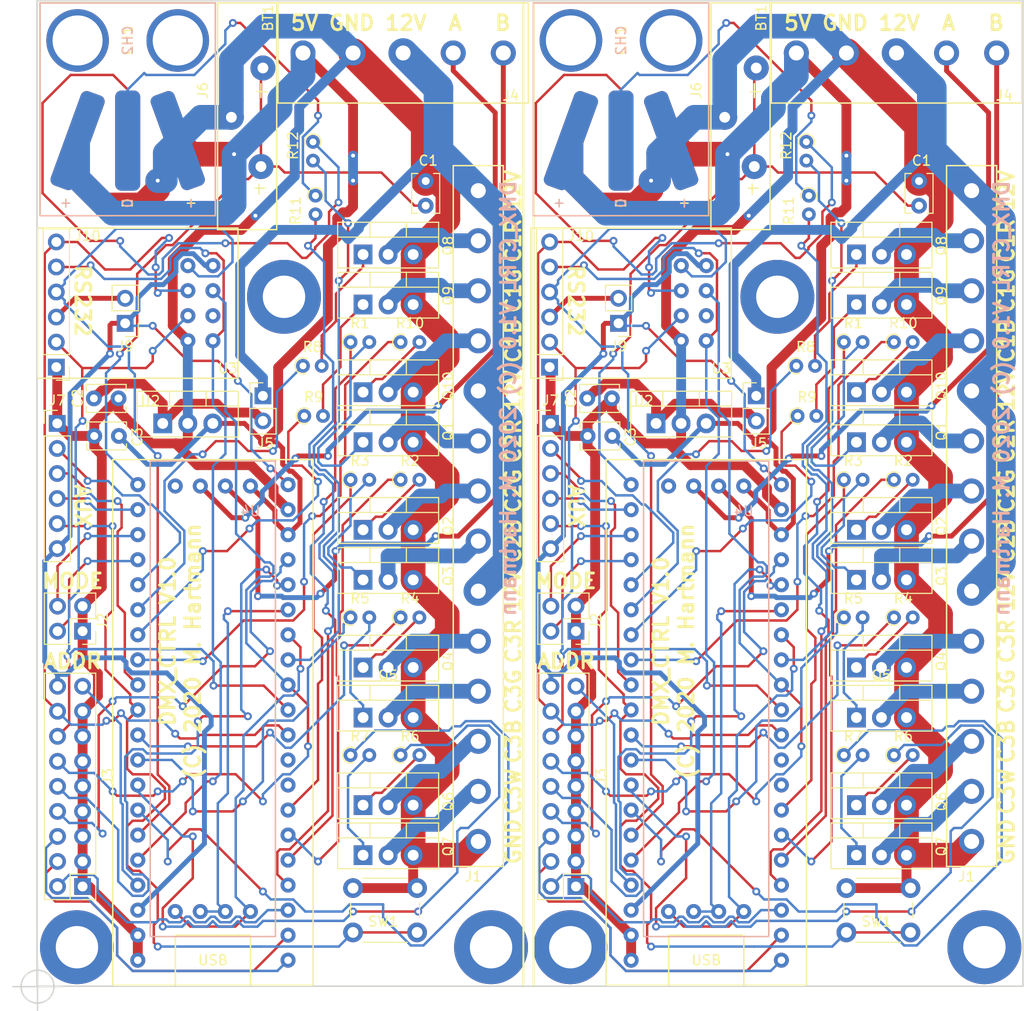
<source format=kicad_pcb>
(kicad_pcb (version 20171130) (host pcbnew "(5.0.2)-1")
  (layers (0 F.Cu signal) (31 B.Cu signal) (34 B.Paste user) (35 F.Paste user) (36 B.SilkS user) (37 F.SilkS user) (38 B.Mask user) (39 F.Mask user) (44 Edge.Cuts user))
  (net 0 "")
  (net 1 /VBAT_RTC)
  (net 2 GND)
  (net 3 "Net-(C2-Pad2)")
  (net 4 +5V)
  (net 5 /LED_CH3_W)
  (net 6 /LED_CH3_B)
  (net 7 /LED_CH3_G)
  (net 8 /LED_CH3_R)
  (net 9 +12V)
  (net 10 /LED_CH2_B)
  (net 11 /LED_CH2_G)
  (net 12 /LED_CH2_R)
  (net 13 /LED_CH1_B)
  (net 14 /LED_CH1_G)
  (net 15 /LED_CH1_R)
  (net 16 /MODE_1)
  (net 17 /MODE_0)
  (net 18 /ADDR_7)
  (net 19 /ADDR_6)
  (net 20 /ADDR_5)
  (net 21 /ADDR_4)
  (net 22 /ADDR_3)
  (net 23 /ADDR_2)
  (net 24 /ADDR_1)
  (net 25 /ADDR_0)
  (net 26 /RESET)
  (net 27 +3V3)
  (net 28 /A0)
  (net 29 /A1)
  (net 30 /LED)
  (net 31 /BUTTON)
  (net 32 "Net-(J10-Pad3)")
  (net 33 /RS23_TX)
  (net 34 "Net-(Q1-Pad1)")
  (net 35 "Net-(Q2-Pad1)")
  (net 36 "Net-(Q3-Pad1)")
  (net 37 "Net-(Q4-Pad1)")
  (net 38 "Net-(Q5-Pad1)")
  (net 39 "Net-(Q6-Pad1)")
  (net 40 "Net-(Q7-Pad1)")
  (net 41 "Net-(Q8-Pad1)")
  (net 42 "Net-(Q9-Pad1)")
  (net 43 "Net-(Q10-Pad1)")
  (net 44 /PWM_CH2_R)
  (net 45 /PWM_CH2_G)
  (net 46 /PWM_CH2_B)
  (net 47 /PWM_CH3_R)
  (net 48 /PWM_CH3_G)
  (net 49 /PWM_CH3_B)
  (net 50 /PWM_CH3_W)
  (net 51 /PWM_CH1_R)
  (net 52 /PWM_CH1_G)
  (net 53 /PWM_CH1_B)
  (net 54 /WS2812_CH2)
  (net 55 /WS2812_CH1)
  (net 56 /RS232_RX)
  (net 57 /RS485_RXTX)
  (net 58 /RS485_DIR)
  (net 59 /RS485_A)
  (net 60 /RS485_B)
  (net 61 "Net-(J6-Pad2)")
  (net 62 "Net-(J6-Pad5)")
  (module DMX_PART_LIB:WS2812_Dual_SMD (layer F.Cu) (at 126.536 64.192 90)
    (fp_text reference J6 (at 5.08 20.32 90) (layer F.SilkS))
    (fp_text value WS2812_Conn hide)
    (fp_text user CH1 (at 10.16 12.7 90) (layer F.SilkS))
    (fp_text user CH2 (at 10.16 12.7 90) (layer B.SilkS) (effects (justify mirror)))
    (fp_text user - (at -6.35 19.05 90) (layer B.SilkS) (effects (justify mirror)))
    (fp_text user D (at -6.35 12.7 90) (layer B.SilkS) (effects (justify mirror)))
    (fp_text user + (at -6.35 6.35 90) (layer B.SilkS) (effects (justify mirror)))
    (fp_text user D (at -6.35 12.7 90) (layer F.SilkS))
    (fp_text user + (at -6.35 19.05 90) (layer F.SilkS))
    (fp_text user - (at -6.35 6.35 90) (layer F.SilkS))
    (pad "" thru_hole circle (at 10.16 17.78 90) (size 6.35 6.35) (drill 5.08) (layers *.Cu *.Mask))
    (pad "" thru_hole circle (at 10.16 7.62 90) (size 6.35 6.35) (drill 5.08) (layers *.Cu *.Mask))
    (pad 6 smd roundrect (at 0 7.62 70) (size 10.16 2.54) (layers B.Cu B.Paste B.Mask) (net 4 +5V))
    (pad 5 smd roundrect (at 0 12.7 90) (size 10.16 2.54) (layers B.Cu B.Paste B.Mask) (net 62 "Net-(J6-Pad5)"))
    (pad 4 smd roundrect (at 0 17.78 110) (size 10.16 2.54) (layers B.Cu B.Paste B.Mask) (net 2 GND))
    (pad 3 smd roundrect (at 0 17.78 110) (size 10.16 2.54) (layers F.Cu F.Paste F.Mask) (net 4 +5V))
    (pad 2 smd roundrect (at 0 12.7 90) (size 10.16 2.54) (layers F.Cu F.Paste F.Mask) (net 61 "Net-(J6-Pad2)"))
    (pad 1 smd roundrect (at 0 7.62 70) (size 10.16 2.54) (layers F.Cu F.Paste F.Mask) (net 2 GND))
  )
  (module DMX_PART_LIB:WS2812_Dual_SMD (layer F.Cu) (at 76.498 64.192 90)
    (fp_text reference J6 (at 5.08 20.32 90) (layer F.SilkS))
    (fp_text value WS2812_Conn hide)
    (fp_text user CH1 (at 10.16 12.7 90) (layer F.SilkS))
    (fp_text user CH2 (at 10.16 12.7 90) (layer B.SilkS) (effects (justify mirror)))
    (fp_text user - (at -6.35 19.05 90) (layer B.SilkS) (effects (justify mirror)))
    (fp_text user D (at -6.35 12.7 90) (layer B.SilkS) (effects (justify mirror)))
    (fp_text user + (at -6.35 6.35 90) (layer B.SilkS) (effects (justify mirror)))
    (fp_text user D (at -6.35 12.7 90) (layer F.SilkS))
    (fp_text user + (at -6.35 19.05 90) (layer F.SilkS))
    (fp_text user - (at -6.35 6.35 90) (layer F.SilkS))
    (pad "" thru_hole circle (at 10.16 17.78 90) (size 6.35 6.35) (drill 5.08) (layers *.Cu *.Mask))
    (pad "" thru_hole circle (at 10.16 7.62 90) (size 6.35 6.35) (drill 5.08) (layers *.Cu *.Mask))
    (pad 6 smd roundrect (at 0 7.62 70) (size 10.16 2.54) (layers B.Cu B.Paste B.Mask) (net 4 +5V))
    (pad 5 smd roundrect (at 0 12.7 90) (size 10.16 2.54) (layers B.Cu B.Paste B.Mask) (net 62 "Net-(J6-Pad5)"))
    (pad 4 smd roundrect (at 0 17.78 110) (size 10.16 2.54) (layers B.Cu B.Paste B.Mask) (net 2 GND))
    (pad 3 smd roundrect (at 0 17.78 110) (size 10.16 2.54) (layers F.Cu F.Paste F.Mask) (net 4 +5V))
    (pad 2 smd roundrect (at 0 12.7 90) (size 10.16 2.54) (layers F.Cu F.Paste F.Mask) (net 61 "Net-(J6-Pad2)"))
    (pad 1 smd roundrect (at 0 7.62 70) (size 10.16 2.54) (layers F.Cu F.Paste F.Mask) (net 2 GND))
  )
  (module DMX_PART_LIB:ESP-01 (layer F.Cu) (at 95.304 76.879 90)
    (fp_text reference U3 (at -10.427 4.054 180) (layer F.SilkS))
    (fp_text value ESP-01)
    (pad 8 thru_hole circle (at 0 2.54 90) (size 1.524 1.524) (drill 0.762) (layers *.Cu *.Mask) (net 27 +3V3))
    (pad 7 thru_hole circle (at -2.54 2.54 90) (size 1.524 1.524) (drill 0.762) (layers *.Cu *.Mask) (net 23 /ADDR_2))
    (pad 6 thru_hole circle (at -5.08 2.54 90) (size 1.524 1.524) (drill 0.762) (layers *.Cu *.Mask))
    (pad 5 thru_hole circle (at -7.62 2.54 90) (size 1.524 1.524) (drill 0.762) (layers *.Cu *.Mask) (net 56 /RS232_RX))
    (pad 4 thru_hole circle (at -7.62 0 90) (size 1.524 1.524) (drill 0.762) (layers *.Cu *.Mask) (net 2 GND))
    (pad 3 thru_hole circle (at -5.08 0 90) (size 1.524 1.524) (drill 0.762) (layers *.Cu *.Mask) (net 24 /ADDR_1))
    (pad 2 thru_hole circle (at -2.54 0 90) (size 1.524 1.524) (drill 0.762) (layers *.Cu *.Mask) (net 25 /ADDR_0))
    (pad 1 thru_hole circle (at 0 0 90) (size 1.524 1.524) (drill 0.762) (layers *.Cu *.Mask) (net 33 /RS23_TX))
  )
  (module Resistor_THT:R_Axial_DIN0204_L3.6mm_D1.6mm_P1.90mm_Vertical (layer F.Cu) (at 108.248 69.78 270)
    (fp_text reference R11 (at 1.524 2.032 270) (layer F.SilkS))
    (fp_text value 330)
    (pad 1 thru_hole circle (at 0 0 270) (size 1.4 1.4) (drill 0.7) (layers *.Cu *.Mask) (net 62 "Net-(J6-Pad5)"))
    (pad 2 thru_hole oval (at 1.9 0 270) (size 1.4 1.4) (drill 0.7) (layers *.Cu *.Mask) (net 54 /WS2812_CH2))
  )
  (module DMX_PART_LIB:ChinaBluePill (layer F.Cu) (at 105.464 99.104 180)
    (fp_text reference U1 hide)
    (fp_text value ChinaBluePill hide)
    (fp_text user USB (at 7.62 -48.26 180) (layer F.SilkS))
    (pad GND thru_hole circle (at 15.24 -48.26 270) (size 1.524 1.524) (drill 0.762) (layers *.Cu *.Mask) (net 2 GND))
    (pad PB10 thru_hole circle (at 15.24 -35.56 270) (size 1.524 1.524) (drill 0.762) (layers *.Cu *.Mask) (net 33 /RS23_TX))
    (pad PA3 thru_hole circle (at 15.24 -17.78 270) (size 1.524 1.524) (drill 0.762) (layers *.Cu *.Mask) (net 53 /PWM_CH1_B))
    (pad PC15 thru_hole circle (at 15.24 -7.62 270) (size 1.524 1.524) (drill 0.762) (layers *.Cu *.Mask) (net 16 /MODE_1))
    (pad GND thru_hole circle (at 15.24 -45.72 270) (size 1.524 1.524) (drill 0.762) (layers *.Cu *.Mask) (net 2 GND))
    (pad PA5 thru_hole circle (at 15.24 -22.86 270) (size 1.524 1.524) (drill 0.762) (layers *.Cu *.Mask) (net 31 /BUTTON))
    (pad NRST thru_hole circle (at 15.24 -40.64 270) (size 1.524 1.524) (drill 0.762) (layers *.Cu *.Mask) (net 26 /RESET))
    (pad PB11 thru_hole circle (at 15.24 -38.1 270) (size 1.524 1.524) (drill 0.762) (layers *.Cu *.Mask) (net 56 /RS232_RX))
    (pad 3V3 thru_hole circle (at 15.24 -43.18 270) (size 1.524 1.524) (drill 0.762) (layers *.Cu *.Mask) (net 27 +3V3))
    (pad PA4 thru_hole circle (at 15.24 -20.32 270) (size 1.524 1.524) (drill 0.762) (layers *.Cu *.Mask) (net 29 /A1))
    (pad PA6 thru_hole circle (at 15.24 -25.4 270) (size 1.524 1.524) (drill 0.762) (layers *.Cu *.Mask) (net 47 /PWM_CH3_R))
    (pad PA1 thru_hole circle (at 15.24 -12.7 270) (size 1.524 1.524) (drill 0.762) (layers *.Cu *.Mask) (net 51 /PWM_CH1_R))
    (pad PB1 thru_hole circle (at 15.24 -33.02 270) (size 1.524 1.524) (drill 0.762) (layers *.Cu *.Mask) (net 50 /PWM_CH3_W))
    (pad PC14 thru_hole circle (at 15.24 -5.08 270) (size 1.524 1.524) (drill 0.762) (layers *.Cu *.Mask) (net 17 /MODE_0))
    (pad PA0 thru_hole circle (at 15.24 -10.16 270) (size 1.524 1.524) (drill 0.762) (layers *.Cu *.Mask) (net 28 /A0))
    (pad PA2 thru_hole circle (at 15.24 -15.24 270) (size 1.524 1.524) (drill 0.762) (layers *.Cu *.Mask) (net 52 /PWM_CH1_G))
    (pad PC13 thru_hole circle (at 15.24 -2.54 270) (size 1.524 1.524) (drill 0.762) (layers *.Cu *.Mask) (net 30 /LED))
    (pad PA7 thru_hole circle (at 15.24 -27.94 270) (size 1.524 1.524) (drill 0.762) (layers *.Cu *.Mask) (net 48 /PWM_CH3_G))
    (pad VBAT thru_hole circle (at 15.24 0 270) (size 1.524 1.524) (drill 0.762) (layers *.Cu *.Mask) (net 1 /VBAT_RTC))
    (pad PB0 thru_hole circle (at 15.24 -30.48 270) (size 1.524 1.524) (drill 0.762) (layers *.Cu *.Mask) (net 49 /PWM_CH3_B))
    (pad PB12 thru_hole circle (at 0 -48.26 270) (size 1.524 1.524) (drill 0.762) (layers *.Cu *.Mask) (net 20 /ADDR_5))
    (pad PB13 thru_hole circle (at 0 -45.72 270) (size 1.524 1.524) (drill 0.762) (layers *.Cu *.Mask) (net 19 /ADDR_6))
    (pad PB14 thru_hole circle (at 0 -43.18 270) (size 1.524 1.524) (drill 0.762) (layers *.Cu *.Mask) (net 18 /ADDR_7))
    (pad PB15 thru_hole circle (at 0 -40.64 270) (size 1.524 1.524) (drill 0.762) (layers *.Cu *.Mask) (net 54 /WS2812_CH2))
    (pad PA8 thru_hole circle (at 0 -38.1 270) (size 1.524 1.524) (drill 0.762) (layers *.Cu *.Mask) (net 44 /PWM_CH2_R))
    (pad PA11 thru_hole circle (at 0 -30.48 270) (size 1.524 1.524) (drill 0.762) (layers *.Cu *.Mask))
    (pad PA9 thru_hole circle (at 0 -35.56 270) (size 1.524 1.524) (drill 0.762) (layers *.Cu *.Mask) (net 45 /PWM_CH2_G))
    (pad PA10 thru_hole circle (at 0 -33.02 270) (size 1.524 1.524) (drill 0.762) (layers *.Cu *.Mask) (net 46 /PWM_CH2_B))
    (pad PA12 thru_hole circle (at 0 -27.94 270) (size 1.524 1.524) (drill 0.762) (layers *.Cu *.Mask))
    (pad PA15 thru_hole circle (at 0 -25.4 270) (size 1.524 1.524) (drill 0.762) (layers *.Cu *.Mask) (net 25 /ADDR_0))
    (pad PB3 thru_hole circle (at 0 -22.86 270) (size 1.524 1.524) (drill 0.762) (layers *.Cu *.Mask) (net 24 /ADDR_1))
    (pad PB5 thru_hole circle (at 0 -17.78 270) (size 1.524 1.524) (drill 0.762) (layers *.Cu *.Mask) (net 55 /WS2812_CH1))
    (pad PB4 thru_hole circle (at 0 -20.32 270) (size 1.524 1.524) (drill 0.762) (layers *.Cu *.Mask) (net 23 /ADDR_2))
    (pad PB6 thru_hole circle (at 0 -15.24 270) (size 1.524 1.524) (drill 0.762) (layers *.Cu *.Mask) (net 57 /RS485_RXTX))
    (pad PB7 thru_hole circle (at 0 -12.7 270) (size 1.524 1.524) (drill 0.762) (layers *.Cu *.Mask) (net 58 /RS485_DIR))
    (pad 5V thru_hole circle (at 0 -5.08 270) (size 1.524 1.524) (drill 0.762) (layers *.Cu *.Mask) (net 4 +5V))
    (pad PB8 thru_hole circle (at 0 -10.16 270) (size 1.524 1.524) (drill 0.762) (layers *.Cu *.Mask) (net 22 /ADDR_3))
    (pad PB9 thru_hole circle (at 0 -7.62 270) (size 1.524 1.524) (drill 0.762) (layers *.Cu *.Mask) (net 21 /ADDR_4))
    (pad GND thru_hole circle (at 0 -2.54 270) (size 1.524 1.524) (drill 0.762) (layers *.Cu *.Mask) (net 2 GND))
    (pad 3V3 thru_hole circle (at 0 0 270) (size 1.524 1.524) (drill 0.762) (layers *.Cu *.Mask) (net 27 +3V3))
  )
  (module DMX_PART_LIB:Vertical_3032_Coin_Batter_Holder (layer F.Cu) (at 102.914 56.826 180)
    (fp_text reference BT1 (at -0.508 5.08 -90) (layer F.SilkS))
    (fp_text value Battery_Cell hide)
    (pad 1 thru_hole circle (at 0 0 180) (size 2.54 2.54) (drill 1.1) (layers *.Cu *.Mask) (net 1 /VBAT_RTC))
    (pad 1 thru_hole circle (at 0.2 -10 180) (size 2.54 2.54) (drill 1.1) (layers *.Cu *.Mask) (net 1 /VBAT_RTC))
    (pad 2 thru_hole circle (at 3.2 -5 180) (size 2.54 2.54) (drill 1.1) (layers *.Cu *.Mask) (net 2 GND))
  )
  (module Capacitor_THT:C_Disc_D3.8mm_W2.6mm_P2.50mm (layer F.Cu) (at 119.424 70.796 90)
    (fp_text reference C1 (at 4.572 0.254 180) (layer F.SilkS))
    (fp_text value 100nF)
    (pad 1 thru_hole circle (at 0 0 90) (size 1.6 1.6) (drill 0.8) (layers *.Cu *.Mask) (net 1 /VBAT_RTC))
    (pad 2 thru_hole circle (at 2.5 0 90) (size 1.6 1.6) (drill 0.8) (layers *.Cu *.Mask) (net 2 GND))
  )
  (module Capacitor_THT:C_Disc_D3.8mm_W2.6mm_P2.50mm (layer F.Cu) (at 88.269 90.354 180)
    (fp_text reference C2 (at 4.151 0 270) (layer F.SilkS))
    (fp_text value 0.22uF)
    (pad 2 thru_hole circle (at 2.5 0 180) (size 1.6 1.6) (drill 0.8) (layers *.Cu *.Mask) (net 3 "Net-(C2-Pad2)"))
    (pad 1 thru_hole circle (at 0 0 180) (size 1.6 1.6) (drill 0.8) (layers *.Cu *.Mask) (net 2 GND))
  )
  (module Capacitor_THT:C_Disc_D3.8mm_W2.6mm_P2.50mm (layer F.Cu) (at 88.309 94.164 180)
    (fp_text reference C3 (at -1.865 -0.101 270) (layer F.SilkS))
    (fp_text value 0.1uF)
    (pad 1 thru_hole circle (at 0 0 180) (size 1.6 1.6) (drill 0.8) (layers *.Cu *.Mask) (net 4 +5V))
    (pad 2 thru_hole circle (at 2.5 0 180) (size 1.6 1.6) (drill 0.8) (layers *.Cu *.Mask) (net 2 GND))
  )
  (module MountingHole:MountingHole_4.3mm_M4_DIN965_Pad (layer F.Cu) (at 84.054 146.044)
    (fp_text reference H1 hide)
    (fp_text value MountingHole hide)
    (pad 1 thru_hole circle (at 0 0) (size 7.5 7.5) (drill 4.3) (layers *.Cu *.Mask))
  )
  (module MountingHole:MountingHole_4.3mm_M4_DIN965_Pad (layer F.Cu) (at 105.054 80.044)
    (fp_text reference H2 hide)
    (fp_text value MountingHole hide)
    (pad 1 thru_hole circle (at 0 0) (size 7.5 7.5) (drill 4.3) (layers *.Cu *.Mask))
  )
  (module MountingHole:MountingHole_4.3mm_M4_DIN965_Pad (layer F.Cu) (at 126.054 146.044)
    (fp_text reference H4 hide)
    (fp_text value MountingHole hide)
    (pad 1 thru_hole circle (at 0 0) (size 7.5 7.5) (drill 4.3) (layers *.Cu *.Mask))
  )
  (module Connector_PinHeader_2.54mm:PinHeader_2x02_P2.54mm_Vertical (layer F.Cu) (at 84.626 113.976 180)
    (fp_text reference J2 (at -2.032 1.016 270) (layer F.SilkS))
    (fp_text value MODE)
    (pad 1 thru_hole rect (at 0 0 180) (size 1.7 1.7) (drill 1) (layers *.Cu *.Mask) (net 2 GND))
    (pad 2 thru_hole oval (at 2.54 0 180) (size 1.7 1.7) (drill 1) (layers *.Cu *.Mask) (net 16 /MODE_1))
    (pad 3 thru_hole oval (at 0 2.54 180) (size 1.7 1.7) (drill 1) (layers *.Cu *.Mask) (net 2 GND))
    (pad 4 thru_hole oval (at 2.54 2.54 180) (size 1.7 1.7) (drill 1) (layers *.Cu *.Mask) (net 17 /MODE_0))
  )
  (module Connector_PinHeader_2.54mm:PinHeader_2x09_P2.54mm_Vertical (layer F.Cu) (at 84.626 139.884 180)
    (fp_text reference J3 (at -2.54 11.176 270) (layer F.SilkS))
    (fp_text value ADDR)
    (pad 1 thru_hole rect (at 0 0 180) (size 1.7 1.7) (drill 1) (layers *.Cu *.Mask) (net 2 GND))
    (pad 2 thru_hole oval (at 2.54 0 180) (size 1.7 1.7) (drill 1) (layers *.Cu *.Mask) (net 18 /ADDR_7))
    (pad 3 thru_hole oval (at 0 2.54 180) (size 1.7 1.7) (drill 1) (layers *.Cu *.Mask) (net 2 GND))
    (pad 4 thru_hole oval (at 2.54 2.54 180) (size 1.7 1.7) (drill 1) (layers *.Cu *.Mask) (net 19 /ADDR_6))
    (pad 5 thru_hole oval (at 0 5.08 180) (size 1.7 1.7) (drill 1) (layers *.Cu *.Mask) (net 2 GND))
    (pad 6 thru_hole oval (at 2.54 5.08 180) (size 1.7 1.7) (drill 1) (layers *.Cu *.Mask) (net 20 /ADDR_5))
    (pad 7 thru_hole oval (at 0 7.62 180) (size 1.7 1.7) (drill 1) (layers *.Cu *.Mask) (net 2 GND))
    (pad 8 thru_hole oval (at 2.54 7.62 180) (size 1.7 1.7) (drill 1) (layers *.Cu *.Mask) (net 21 /ADDR_4))
    (pad 9 thru_hole oval (at 0 10.16 180) (size 1.7 1.7) (drill 1) (layers *.Cu *.Mask) (net 2 GND))
    (pad 10 thru_hole oval (at 2.54 10.16 180) (size 1.7 1.7) (drill 1) (layers *.Cu *.Mask) (net 22 /ADDR_3))
    (pad 11 thru_hole oval (at 0 12.7 180) (size 1.7 1.7) (drill 1) (layers *.Cu *.Mask) (net 2 GND))
    (pad 12 thru_hole oval (at 2.54 12.7 180) (size 1.7 1.7) (drill 1) (layers *.Cu *.Mask) (net 23 /ADDR_2))
    (pad 13 thru_hole oval (at 0 15.24 180) (size 1.7 1.7) (drill 1) (layers *.Cu *.Mask) (net 2 GND))
    (pad 14 thru_hole oval (at 2.54 15.24 180) (size 1.7 1.7) (drill 1) (layers *.Cu *.Mask) (net 24 /ADDR_1))
    (pad 15 thru_hole oval (at 0 17.78 180) (size 1.7 1.7) (drill 1) (layers *.Cu *.Mask) (net 2 GND))
    (pad 16 thru_hole oval (at 2.54 17.78 180) (size 1.7 1.7) (drill 1) (layers *.Cu *.Mask) (net 25 /ADDR_0))
    (pad 17 thru_hole oval (at 0 20.32 180) (size 1.7 1.7) (drill 1) (layers *.Cu *.Mask) (net 26 /RESET))
    (pad 18 thru_hole oval (at 2.54 20.32 180) (size 1.7 1.7) (drill 1) (layers *.Cu *.Mask) (net 27 +3V3))
  )
  (module Connector_PinHeader_2.54mm:PinHeader_1x02_P2.54mm_Vertical (layer F.Cu) (at 102.914 90.1)
    (fp_text reference J5 (at 0.254 4.826) (layer F.SilkS))
    (fp_text value "12V Link")
    (pad 2 thru_hole oval (at 0 2.54) (size 1.7 1.7) (drill 1) (layers *.Cu *.Mask) (net 3 "Net-(C2-Pad2)"))
    (pad 1 thru_hole rect (at 0 0) (size 1.7 1.7) (drill 1) (layers *.Cu *.Mask) (net 9 +12V))
  )
  (module Connector_PinHeader_2.54mm:PinHeader_1x06_P2.54mm_Vertical (layer F.Cu) (at 82.054 92.894)
    (fp_text reference J7 (at 0 -2.33) (layer F.SilkS))
    (fp_text value AUX)
    (pad 1 thru_hole rect (at 0 0) (size 1.7 1.7) (drill 1) (layers *.Cu *.Mask) (net 2 GND))
    (pad 2 thru_hole oval (at 0 2.54) (size 1.7 1.7) (drill 1) (layers *.Cu *.Mask) (net 28 /A0))
    (pad 3 thru_hole oval (at 0 5.08) (size 1.7 1.7) (drill 1) (layers *.Cu *.Mask) (net 29 /A1))
    (pad 4 thru_hole oval (at 0 7.62) (size 1.7 1.7) (drill 1) (layers *.Cu *.Mask) (net 30 /LED))
    (pad 5 thru_hole oval (at 0 10.16) (size 1.7 1.7) (drill 1) (layers *.Cu *.Mask) (net 31 /BUTTON))
    (pad 6 thru_hole oval (at 0 12.7) (size 1.7 1.7) (drill 1) (layers *.Cu *.Mask) (net 27 +3V3))
  )
  (module Connector_PinHeader_2.54mm:PinHeader_1x02_P2.54mm_Vertical (layer F.Cu) (at 88.944 82.734 180)
    (fp_text reference J9 (at 0 -2.33 180) (layer F.SilkS))
    (fp_text value "3V3 UART")
    (pad 1 thru_hole rect (at 0 0 180) (size 1.7 1.7) (drill 1) (layers *.Cu *.Mask) (net 27 +3V3))
    (pad 2 thru_hole oval (at 0 2.54 180) (size 1.7 1.7) (drill 1) (layers *.Cu *.Mask) (net 32 "Net-(J10-Pad3)"))
  )
  (module Connector_PinHeader_2.54mm:PinHeader_1x06_P2.54mm_Vertical (layer F.Cu) (at 81.959 87.179 180)
    (fp_text reference J10 (at -3.175 13.335 180) (layer F.SilkS))
    (fp_text value TTL_UART hide)
    (pad 6 thru_hole oval (at 0 12.7 180) (size 1.7 1.7) (drill 1) (layers *.Cu *.Mask) (net 25 /ADDR_0))
    (pad 5 thru_hole oval (at 0 10.16 180) (size 1.7 1.7) (drill 1) (layers *.Cu *.Mask) (net 56 /RS232_RX))
    (pad 4 thru_hole oval (at 0 7.62 180) (size 1.7 1.7) (drill 1) (layers *.Cu *.Mask) (net 33 /RS23_TX))
    (pad 3 thru_hole oval (at 0 5.08 180) (size 1.7 1.7) (drill 1) (layers *.Cu *.Mask) (net 32 "Net-(J10-Pad3)"))
    (pad 2 thru_hole oval (at 0 2.54 180) (size 1.7 1.7) (drill 1) (layers *.Cu *.Mask) (net 24 /ADDR_1))
    (pad 1 thru_hole rect (at 0 0 180) (size 1.7 1.7) (drill 1) (layers *.Cu *.Mask) (net 2 GND))
  )
  (module Package_TO_SOT_THT:TO-220-3_Vertical (layer F.Cu) (at 113.074 94.799)
    (fp_text reference Q1 (at 8.636 -1.143 90) (layer F.SilkS))
    (fp_text value IRLB8721PBF hide)
    (pad 3 thru_hole oval (at 5.08 0) (size 1.905 2) (drill 1.1) (layers *.Cu *.Mask) (net 2 GND))
    (pad 2 thru_hole oval (at 2.54 0) (size 1.905 2) (drill 1.1) (layers *.Cu *.Mask) (net 12 /LED_CH2_R))
    (pad 1 thru_hole rect (at 0 0) (size 1.905 2) (drill 1.1) (layers *.Cu *.Mask) (net 34 "Net-(Q1-Pad1)"))
  )
  (module Package_TO_SOT_THT:TO-220-3_Vertical (layer F.Cu) (at 113.074 103.689)
    (fp_text reference Q2 (at 8.636 -0.381 90) (layer F.SilkS))
    (fp_text value IRLB8721PBF hide)
    (pad 1 thru_hole rect (at 0 0) (size 1.905 2) (drill 1.1) (layers *.Cu *.Mask) (net 35 "Net-(Q2-Pad1)"))
    (pad 2 thru_hole oval (at 2.54 0) (size 1.905 2) (drill 1.1) (layers *.Cu *.Mask) (net 11 /LED_CH2_G))
    (pad 3 thru_hole oval (at 5.08 0) (size 1.905 2) (drill 1.1) (layers *.Cu *.Mask) (net 2 GND))
  )
  (module Package_TO_SOT_THT:TO-220-3_Vertical (layer F.Cu) (at 113.074 108.769)
    (fp_text reference Q3 (at 8.636 -0.381 90) (layer F.SilkS))
    (fp_text value IRLB8721PBF hide)
    (pad 1 thru_hole rect (at 0 0) (size 1.905 2) (drill 1.1) (layers *.Cu *.Mask) (net 36 "Net-(Q3-Pad1)"))
    (pad 2 thru_hole oval (at 2.54 0) (size 1.905 2) (drill 1.1) (layers *.Cu *.Mask) (net 10 /LED_CH2_B))
    (pad 3 thru_hole oval (at 5.08 0) (size 1.905 2) (drill 1.1) (layers *.Cu *.Mask) (net 2 GND))
  )
  (module Package_TO_SOT_THT:TO-220-3_Vertical (layer F.Cu) (at 113.074 117.659)
    (fp_text reference Q4 (at 8.636 -0.635 90) (layer F.SilkS))
    (fp_text value IRLB8721PBF hide)
    (pad 3 thru_hole oval (at 5.08 0) (size 1.905 2) (drill 1.1) (layers *.Cu *.Mask) (net 2 GND))
    (pad 2 thru_hole oval (at 2.54 0) (size 1.905 2) (drill 1.1) (layers *.Cu *.Mask) (net 8 /LED_CH3_R))
    (pad 1 thru_hole rect (at 0 0) (size 1.905 2) (drill 1.1) (layers *.Cu *.Mask) (net 37 "Net-(Q4-Pad1)"))
  )
  (module Package_TO_SOT_THT:TO-220-3_Vertical (layer F.Cu) (at 113.074 122.739)
    (fp_text reference Q5 (at 2.54 -4.27) (layer F.SilkS))
    (fp_text value IRLB8721PBF hide)
    (pad 3 thru_hole oval (at 5.08 0) (size 1.905 2) (drill 1.1) (layers *.Cu *.Mask) (net 2 GND))
    (pad 2 thru_hole oval (at 2.54 0) (size 1.905 2) (drill 1.1) (layers *.Cu *.Mask) (net 7 /LED_CH3_G))
    (pad 1 thru_hole rect (at 0 0) (size 1.905 2) (drill 1.1) (layers *.Cu *.Mask) (net 38 "Net-(Q5-Pad1)"))
  )
  (module Package_TO_SOT_THT:TO-220-3_Vertical (layer F.Cu) (at 113.074 131.629)
    (fp_text reference Q6 (at 8.636 -0.381 90) (layer F.SilkS))
    (fp_text value IRLB8721PBF hide)
    (pad 1 thru_hole rect (at 0 0) (size 1.905 2) (drill 1.1) (layers *.Cu *.Mask) (net 39 "Net-(Q6-Pad1)"))
    (pad 2 thru_hole oval (at 2.54 0) (size 1.905 2) (drill 1.1) (layers *.Cu *.Mask) (net 6 /LED_CH3_B))
    (pad 3 thru_hole oval (at 5.08 0) (size 1.905 2) (drill 1.1) (layers *.Cu *.Mask) (net 2 GND))
  )
  (module Package_TO_SOT_THT:TO-220-3_Vertical (layer F.Cu) (at 113.074 136.709)
    (fp_text reference Q7 (at 8.636 -0.889 90) (layer F.SilkS))
    (fp_text value IRLB8721PBF hide)
    (pad 3 thru_hole oval (at 5.08 0) (size 1.905 2) (drill 1.1) (layers *.Cu *.Mask) (net 2 GND))
    (pad 2 thru_hole oval (at 2.54 0) (size 1.905 2) (drill 1.1) (layers *.Cu *.Mask) (net 5 /LED_CH3_W))
    (pad 1 thru_hole rect (at 0 0) (size 1.905 2) (drill 1.1) (layers *.Cu *.Mask) (net 40 "Net-(Q7-Pad1)"))
  )
  (module Package_TO_SOT_THT:TO-220-3_Vertical (layer F.Cu) (at 113.074 75.749)
    (fp_text reference Q8 (at 8.636 -0.889 90) (layer F.SilkS))
    (fp_text value IRLB8721PBF hide)
    (pad 3 thru_hole oval (at 5.08 0) (size 1.905 2) (drill 1.1) (layers *.Cu *.Mask) (net 2 GND))
    (pad 2 thru_hole oval (at 2.54 0) (size 1.905 2) (drill 1.1) (layers *.Cu *.Mask) (net 15 /LED_CH1_R))
    (pad 1 thru_hole rect (at 0 0) (size 1.905 2) (drill 1.1) (layers *.Cu *.Mask) (net 41 "Net-(Q8-Pad1)"))
  )
  (module Package_TO_SOT_THT:TO-220-3_Vertical (layer F.Cu) (at 113.074 80.829)
    (fp_text reference Q9 (at 8.636 -0.889 90) (layer F.SilkS))
    (fp_text value IRLB8721PBF hide)
    (pad 1 thru_hole rect (at 0 0) (size 1.905 2) (drill 1.1) (layers *.Cu *.Mask) (net 42 "Net-(Q9-Pad1)"))
    (pad 2 thru_hole oval (at 2.54 0) (size 1.905 2) (drill 1.1) (layers *.Cu *.Mask) (net 14 /LED_CH1_G))
    (pad 3 thru_hole oval (at 5.08 0) (size 1.905 2) (drill 1.1) (layers *.Cu *.Mask) (net 2 GND))
  )
  (module Package_TO_SOT_THT:TO-220-3_Vertical (layer F.Cu) (at 113.074 89.719)
    (fp_text reference Q10 (at 8.636 -0.635 90) (layer F.SilkS))
    (fp_text value IRLB8721PBF hide)
    (pad 1 thru_hole rect (at 0 0) (size 1.905 2) (drill 1.1) (layers *.Cu *.Mask) (net 43 "Net-(Q10-Pad1)"))
    (pad 2 thru_hole oval (at 2.54 0) (size 1.905 2) (drill 1.1) (layers *.Cu *.Mask) (net 13 /LED_CH1_B))
    (pad 3 thru_hole oval (at 5.08 0) (size 1.905 2) (drill 1.1) (layers *.Cu *.Mask) (net 2 GND))
  )
  (module Resistor_THT:R_Axial_DIN0204_L3.6mm_D1.6mm_P1.90mm_Vertical (layer F.Cu) (at 111.804 84.639)
    (fp_text reference R1 (at 0.95 -1.92) (layer F.SilkS))
    (fp_text value 1K)
    (pad 1 thru_hole circle (at 0 0) (size 1.4 1.4) (drill 0.7) (layers *.Cu *.Mask) (net 44 /PWM_CH2_R))
    (pad 2 thru_hole oval (at 1.9 0) (size 1.4 1.4) (drill 0.7) (layers *.Cu *.Mask) (net 34 "Net-(Q1-Pad1)"))
  )
  (module Resistor_THT:R_Axial_DIN0204_L3.6mm_D1.6mm_P1.90mm_Vertical (layer F.Cu) (at 116.884 98.609)
    (fp_text reference R2 (at 0.95 -1.92) (layer F.SilkS))
    (fp_text value 1K)
    (pad 2 thru_hole oval (at 1.9 0) (size 1.4 1.4) (drill 0.7) (layers *.Cu *.Mask) (net 35 "Net-(Q2-Pad1)"))
    (pad 1 thru_hole circle (at 0 0) (size 1.4 1.4) (drill 0.7) (layers *.Cu *.Mask) (net 45 /PWM_CH2_G))
  )
  (module Resistor_THT:R_Axial_DIN0204_L3.6mm_D1.6mm_P1.90mm_Vertical (layer F.Cu) (at 111.804 98.609)
    (fp_text reference R3 (at 0.95 -1.92) (layer F.SilkS))
    (fp_text value 1K)
    (pad 1 thru_hole circle (at 0 0) (size 1.4 1.4) (drill 0.7) (layers *.Cu *.Mask) (net 46 /PWM_CH2_B))
    (pad 2 thru_hole oval (at 1.9 0) (size 1.4 1.4) (drill 0.7) (layers *.Cu *.Mask) (net 36 "Net-(Q3-Pad1)"))
  )
  (module Resistor_THT:R_Axial_DIN0204_L3.6mm_D1.6mm_P1.90mm_Vertical (layer F.Cu) (at 116.884 112.579)
    (fp_text reference R4 (at 0.95 -1.92) (layer F.SilkS))
    (fp_text value 1K)
    (pad 2 thru_hole oval (at 1.9 0) (size 1.4 1.4) (drill 0.7) (layers *.Cu *.Mask) (net 37 "Net-(Q4-Pad1)"))
    (pad 1 thru_hole circle (at 0 0) (size 1.4 1.4) (drill 0.7) (layers *.Cu *.Mask) (net 47 /PWM_CH3_R))
  )
  (module Resistor_THT:R_Axial_DIN0204_L3.6mm_D1.6mm_P1.90mm_Vertical (layer F.Cu) (at 111.804 112.579)
    (fp_text reference R5 (at 0.95 -1.92) (layer F.SilkS))
    (fp_text value 1K)
    (pad 1 thru_hole circle (at 0 0) (size 1.4 1.4) (drill 0.7) (layers *.Cu *.Mask) (net 48 /PWM_CH3_G))
    (pad 2 thru_hole oval (at 1.9 0) (size 1.4 1.4) (drill 0.7) (layers *.Cu *.Mask) (net 38 "Net-(Q5-Pad1)"))
  )
  (module Resistor_THT:R_Axial_DIN0204_L3.6mm_D1.6mm_P1.90mm_Vertical (layer F.Cu) (at 116.884 126.549)
    (fp_text reference R6 (at 0.95 -1.92) (layer F.SilkS))
    (fp_text value 1K)
    (pad 2 thru_hole oval (at 1.9 0) (size 1.4 1.4) (drill 0.7) (layers *.Cu *.Mask) (net 39 "Net-(Q6-Pad1)"))
    (pad 1 thru_hole circle (at 0 0) (size 1.4 1.4) (drill 0.7) (layers *.Cu *.Mask) (net 49 /PWM_CH3_B))
  )
  (module Resistor_THT:R_Axial_DIN0204_L3.6mm_D1.6mm_P1.90mm_Vertical (layer F.Cu) (at 111.804 126.549)
    (fp_text reference R7 (at 0.95 -1.92) (layer F.SilkS))
    (fp_text value 1K)
    (pad 2 thru_hole oval (at 1.9 0) (size 1.4 1.4) (drill 0.7) (layers *.Cu *.Mask) (net 40 "Net-(Q7-Pad1)"))
    (pad 1 thru_hole circle (at 0 0) (size 1.4 1.4) (drill 0.7) (layers *.Cu *.Mask) (net 50 /PWM_CH3_W))
  )
  (module Resistor_THT:R_Axial_DIN0204_L3.6mm_D1.6mm_P1.90mm_Vertical (layer F.Cu) (at 106.978 87.052)
    (fp_text reference R8 (at 0.95 -1.92) (layer F.SilkS))
    (fp_text value 1K)
    (pad 1 thru_hole circle (at 0 0) (size 1.4 1.4) (drill 0.7) (layers *.Cu *.Mask) (net 51 /PWM_CH1_R))
    (pad 2 thru_hole oval (at 1.9 0) (size 1.4 1.4) (drill 0.7) (layers *.Cu *.Mask) (net 41 "Net-(Q8-Pad1)"))
  )
  (module Resistor_THT:R_Axial_DIN0204_L3.6mm_D1.6mm_P1.90mm_Vertical (layer F.Cu) (at 107.11 92.132)
    (fp_text reference R9 (at 0.95 -1.92) (layer F.SilkS))
    (fp_text value 1K)
    (pad 1 thru_hole circle (at 0 0) (size 1.4 1.4) (drill 0.7) (layers *.Cu *.Mask) (net 52 /PWM_CH1_G))
    (pad 2 thru_hole oval (at 1.9 0) (size 1.4 1.4) (drill 0.7) (layers *.Cu *.Mask) (net 42 "Net-(Q9-Pad1)"))
  )
  (module Resistor_THT:R_Axial_DIN0204_L3.6mm_D1.6mm_P1.90mm_Vertical (layer F.Cu) (at 116.884 84.639)
    (fp_text reference R10 (at 0.95 -1.92) (layer F.SilkS))
    (fp_text value 1K)
    (pad 2 thru_hole oval (at 1.9 0) (size 1.4 1.4) (drill 0.7) (layers *.Cu *.Mask) (net 43 "Net-(Q10-Pad1)"))
    (pad 1 thru_hole circle (at 0 0) (size 1.4 1.4) (drill 0.7) (layers *.Cu *.Mask) (net 53 /PWM_CH1_B))
  )
  (module Resistor_THT:R_Axial_DIN0204_L3.6mm_D1.6mm_P1.90mm_Vertical (layer F.Cu) (at 107.994 64.324 270)
    (fp_text reference R12 (at 0.376 2.032 270) (layer F.SilkS))
    (fp_text value 330)
    (pad 2 thru_hole oval (at 1.9 0 270) (size 1.4 1.4) (drill 0.7) (layers *.Cu *.Mask) (net 55 /WS2812_CH1))
    (pad 1 thru_hole circle (at 0 0 270) (size 1.4 1.4) (drill 0.7) (layers *.Cu *.Mask) (net 61 "Net-(J6-Pad2)"))
  )
  (module Button_Switch_THT:SW_PUSH_6mm_H8mm (layer F.Cu) (at 112.054 140.044)
    (fp_text reference SW1 (at 3.052 3.396) (layer F.SilkS))
    (fp_text value SW_Push hide)
    (pad 2 thru_hole circle (at 0 4.5 90) (size 2 2) (drill 1.1) (layers *.Cu *.Mask) (net 31 /BUTTON))
    (pad 1 thru_hole circle (at 0 0 90) (size 2 2) (drill 1.1) (layers *.Cu *.Mask) (net 2 GND))
    (pad 2 thru_hole circle (at 6.5 4.5 90) (size 2 2) (drill 1.1) (layers *.Cu *.Mask) (net 31 /BUTTON))
    (pad 1 thru_hole circle (at 6.5 0 90) (size 2 2) (drill 1.1) (layers *.Cu *.Mask) (net 2 GND))
  )
  (module Package_TO_SOT_THT:TO-220-3_Vertical (layer F.Cu) (at 92.754 92.894)
    (fp_text reference U2 (at -1.27 -2.286) (layer F.SilkS))
    (fp_text value uA7805)
    (pad 1 thru_hole rect (at 0 0) (size 1.905 2) (drill 1.1) (layers *.Cu *.Mask) (net 3 "Net-(C2-Pad2)"))
    (pad 2 thru_hole oval (at 2.54 0) (size 1.905 2) (drill 1.1) (layers *.Cu *.Mask) (net 2 GND))
    (pad 3 thru_hole oval (at 5.08 0) (size 1.905 2) (drill 1.1) (layers *.Cu *.Mask) (net 4 +5V))
  )
  (module DMX_PART_LIB:RS485_Transeiver (layer B.Cu) (at 101.644 142.424 180)
    (fp_text reference U4 (at 0 40.64 180) (layer B.SilkS) (effects (justify mirror)))
    (fp_text value RS485_Transeiver)
    (pad 1 thru_hole circle (at 0 0 180) (size 1.524 1.524) (drill 0.762) (layers *.Cu *.Mask) (net 57 /RS485_RXTX))
    (pad 2 thru_hole circle (at 2.54 0 180) (size 1.524 1.524) (drill 0.762) (layers *.Cu *.Mask) (net 58 /RS485_DIR))
    (pad 3 thru_hole circle (at 5.08 0 180) (size 1.524 1.524) (drill 0.762) (layers *.Cu *.Mask) (net 58 /RS485_DIR))
    (pad 4 thru_hole circle (at 7.62 0 180) (size 1.524 1.524) (drill 0.762) (layers *.Cu *.Mask) (net 57 /RS485_RXTX))
    (pad 5 thru_hole circle (at 7.62 43.18 180) (size 1.524 1.524) (drill 0.762) (layers *.Cu *.Mask))
    (pad 6 thru_hole circle (at 5.08 43.18 180) (size 1.524 1.524) (drill 0.762) (layers *.Cu *.Mask) (net 59 /RS485_A))
    (pad 7 thru_hole circle (at 2.54 43.18 180) (size 1.524 1.524) (drill 0.762) (layers *.Cu *.Mask) (net 60 /RS485_B))
    (pad 8 thru_hole circle (at 0 43.18 180) (size 1.524 1.524) (drill 0.762) (layers *.Cu *.Mask) (net 4 +5V))
  )
  (module DMX_PART_LIB:LED_CONN_x14_5.08 (layer F.Cu) (at 124.758 135.312)
    (fp_text reference J1 (at -0.508 3.556) (layer F.SilkS))
    (fp_text value LED_CONN)
    (pad 1 thru_hole circle (at 0 0) (size 2.54 2.54) (drill 1.524) (layers *.Cu *.Mask) (net 2 GND))
    (pad 2 thru_hole circle (at 0 -5.08) (size 2.54 2.54) (drill 1.524) (layers *.Cu *.Mask) (net 5 /LED_CH3_W))
    (pad 3 thru_hole circle (at 0 -10.16) (size 2.54 2.54) (drill 1.524) (layers *.Cu *.Mask) (net 6 /LED_CH3_B))
    (pad 4 thru_hole circle (at 0 -15.24) (size 2.54 2.54) (drill 1.524) (layers *.Cu *.Mask) (net 7 /LED_CH3_G))
    (pad 5 thru_hole circle (at 0 -20.32) (size 2.54 2.54) (drill 1.524) (layers *.Cu *.Mask) (net 8 /LED_CH3_R))
    (pad 6 thru_hole circle (at 0 -25.4) (size 2.54 2.54) (drill 1.524) (layers *.Cu *.Mask) (net 9 +12V))
    (pad 7 thru_hole circle (at 0 -30.48) (size 2.54 2.54) (drill 1.524) (layers *.Cu *.Mask) (net 10 /LED_CH2_B))
    (pad 8 thru_hole circle (at 0 -35.56) (size 2.54 2.54) (drill 1.524) (layers *.Cu *.Mask) (net 11 /LED_CH2_G))
    (pad 9 thru_hole circle (at 0 -40.64) (size 2.54 2.54) (drill 1.524) (layers *.Cu *.Mask) (net 12 /LED_CH2_R))
    (pad 10 thru_hole circle (at 0 -45.72) (size 2.54 2.54) (drill 1.524) (layers *.Cu *.Mask) (net 9 +12V))
    (pad 11 thru_hole circle (at 0 -50.8) (size 2.54 2.54) (drill 1.524) (layers *.Cu *.Mask) (net 13 /LED_CH1_B))
    (pad 12 thru_hole circle (at 0 -55.88) (size 2.54 2.54) (drill 1.524) (layers *.Cu *.Mask) (net 14 /LED_CH1_G))
    (pad 13 thru_hole circle (at 0 -60.96) (size 2.54 2.54) (drill 1.524) (layers *.Cu *.Mask) (net 15 /LED_CH1_R))
    (pad 14 thru_hole circle (at 0 -66.04) (size 2.54 2.54) (drill 1.524) (layers *.Cu *.Mask) (net 9 +12V))
  )
  (module DMX_PART_LIB:PWR_CONN_x5_5.08 (layer F.Cu) (at 104.438 55.302 90)
    (fp_text reference J4 (at -4.318 23.622 180) (layer F.SilkS))
    (fp_text value PWR)
    (pad 1 thru_hole circle (at 0 2.54 90) (size 2.54 2.54) (drill 1.524) (layers *.Cu *.Mask) (net 4 +5V))
    (pad 2 thru_hole circle (at 0 7.62 90) (size 2.54 2.54) (drill 1.524) (layers *.Cu *.Mask) (net 2 GND))
    (pad 3 thru_hole circle (at 0 12.7 90) (size 2.54 2.54) (drill 1.524) (layers *.Cu *.Mask) (net 9 +12V))
    (pad 4 thru_hole circle (at 0 17.78 90) (size 2.54 2.54) (drill 1.524) (layers *.Cu *.Mask) (net 59 /RS485_A))
    (pad 5 thru_hole circle (at 0 22.86 90) (size 2.54 2.54) (drill 1.524) (layers *.Cu *.Mask) (net 60 /RS485_B))
  )
  (module DMX_PART_LIB:ESP-01 (layer F.Cu) (at 145.342 76.879 90)
    (fp_text reference U3 (at -10.427 4.054 180) (layer F.SilkS))
    (fp_text value ESP-01)
    (pad 8 thru_hole circle (at 0 2.54 90) (size 1.524 1.524) (drill 0.762) (layers *.Cu *.Mask) (net 27 +3V3))
    (pad 7 thru_hole circle (at -2.54 2.54 90) (size 1.524 1.524) (drill 0.762) (layers *.Cu *.Mask) (net 23 /ADDR_2))
    (pad 6 thru_hole circle (at -5.08 2.54 90) (size 1.524 1.524) (drill 0.762) (layers *.Cu *.Mask))
    (pad 5 thru_hole circle (at -7.62 2.54 90) (size 1.524 1.524) (drill 0.762) (layers *.Cu *.Mask) (net 56 /RS232_RX))
    (pad 4 thru_hole circle (at -7.62 0 90) (size 1.524 1.524) (drill 0.762) (layers *.Cu *.Mask) (net 2 GND))
    (pad 3 thru_hole circle (at -5.08 0 90) (size 1.524 1.524) (drill 0.762) (layers *.Cu *.Mask) (net 24 /ADDR_1))
    (pad 2 thru_hole circle (at -2.54 0 90) (size 1.524 1.524) (drill 0.762) (layers *.Cu *.Mask) (net 25 /ADDR_0))
    (pad 1 thru_hole circle (at 0 0 90) (size 1.524 1.524) (drill 0.762) (layers *.Cu *.Mask) (net 33 /RS23_TX))
  )
  (module Resistor_THT:R_Axial_DIN0204_L3.6mm_D1.6mm_P1.90mm_Vertical (layer F.Cu) (at 158.286 69.78 270)
    (fp_text reference R11 (at 1.524 2.032 270) (layer F.SilkS))
    (fp_text value 330)
    (pad 1 thru_hole circle (at 0 0 270) (size 1.4 1.4) (drill 0.7) (layers *.Cu *.Mask) (net 62 "Net-(J6-Pad5)"))
    (pad 2 thru_hole oval (at 1.9 0 270) (size 1.4 1.4) (drill 0.7) (layers *.Cu *.Mask) (net 54 /WS2812_CH2))
  )
  (module DMX_PART_LIB:ChinaBluePill (layer F.Cu) (at 155.502 99.104 180)
    (fp_text reference U1 hide)
    (fp_text value ChinaBluePill hide)
    (fp_text user USB (at 7.62 -48.26 180) (layer F.SilkS))
    (pad GND thru_hole circle (at 15.24 -48.26 270) (size 1.524 1.524) (drill 0.762) (layers *.Cu *.Mask) (net 2 GND))
    (pad PB10 thru_hole circle (at 15.24 -35.56 270) (size 1.524 1.524) (drill 0.762) (layers *.Cu *.Mask) (net 33 /RS23_TX))
    (pad PA3 thru_hole circle (at 15.24 -17.78 270) (size 1.524 1.524) (drill 0.762) (layers *.Cu *.Mask) (net 53 /PWM_CH1_B))
    (pad PC15 thru_hole circle (at 15.24 -7.62 270) (size 1.524 1.524) (drill 0.762) (layers *.Cu *.Mask) (net 16 /MODE_1))
    (pad GND thru_hole circle (at 15.24 -45.72 270) (size 1.524 1.524) (drill 0.762) (layers *.Cu *.Mask) (net 2 GND))
    (pad PA5 thru_hole circle (at 15.24 -22.86 270) (size 1.524 1.524) (drill 0.762) (layers *.Cu *.Mask) (net 31 /BUTTON))
    (pad NRST thru_hole circle (at 15.24 -40.64 270) (size 1.524 1.524) (drill 0.762) (layers *.Cu *.Mask) (net 26 /RESET))
    (pad PB11 thru_hole circle (at 15.24 -38.1 270) (size 1.524 1.524) (drill 0.762) (layers *.Cu *.Mask) (net 56 /RS232_RX))
    (pad 3V3 thru_hole circle (at 15.24 -43.18 270) (size 1.524 1.524) (drill 0.762) (layers *.Cu *.Mask) (net 27 +3V3))
    (pad PA4 thru_hole circle (at 15.24 -20.32 270) (size 1.524 1.524) (drill 0.762) (layers *.Cu *.Mask) (net 29 /A1))
    (pad PA6 thru_hole circle (at 15.24 -25.4 270) (size 1.524 1.524) (drill 0.762) (layers *.Cu *.Mask) (net 47 /PWM_CH3_R))
    (pad PA1 thru_hole circle (at 15.24 -12.7 270) (size 1.524 1.524) (drill 0.762) (layers *.Cu *.Mask) (net 51 /PWM_CH1_R))
    (pad PB1 thru_hole circle (at 15.24 -33.02 270) (size 1.524 1.524) (drill 0.762) (layers *.Cu *.Mask) (net 50 /PWM_CH3_W))
    (pad PC14 thru_hole circle (at 15.24 -5.08 270) (size 1.524 1.524) (drill 0.762) (layers *.Cu *.Mask) (net 17 /MODE_0))
    (pad PA0 thru_hole circle (at 15.24 -10.16 270) (size 1.524 1.524) (drill 0.762) (layers *.Cu *.Mask) (net 28 /A0))
    (pad PA2 thru_hole circle (at 15.24 -15.24 270) (size 1.524 1.524) (drill 0.762) (layers *.Cu *.Mask) (net 52 /PWM_CH1_G))
    (pad PC13 thru_hole circle (at 15.24 -2.54 270) (size 1.524 1.524) (drill 0.762) (layers *.Cu *.Mask) (net 30 /LED))
    (pad PA7 thru_hole circle (at 15.24 -27.94 270) (size 1.524 1.524) (drill 0.762) (layers *.Cu *.Mask) (net 48 /PWM_CH3_G))
    (pad VBAT thru_hole circle (at 15.24 0 270) (size 1.524 1.524) (drill 0.762) (layers *.Cu *.Mask) (net 1 /VBAT_RTC))
    (pad PB0 thru_hole circle (at 15.24 -30.48 270) (size 1.524 1.524) (drill 0.762) (layers *.Cu *.Mask) (net 49 /PWM_CH3_B))
    (pad PB12 thru_hole circle (at 0 -48.26 270) (size 1.524 1.524) (drill 0.762) (layers *.Cu *.Mask) (net 20 /ADDR_5))
    (pad PB13 thru_hole circle (at 0 -45.72 270) (size 1.524 1.524) (drill 0.762) (layers *.Cu *.Mask) (net 19 /ADDR_6))
    (pad PB14 thru_hole circle (at 0 -43.18 270) (size 1.524 1.524) (drill 0.762) (layers *.Cu *.Mask) (net 18 /ADDR_7))
    (pad PB15 thru_hole circle (at 0 -40.64 270) (size 1.524 1.524) (drill 0.762) (layers *.Cu *.Mask) (net 54 /WS2812_CH2))
    (pad PA8 thru_hole circle (at 0 -38.1 270) (size 1.524 1.524) (drill 0.762) (layers *.Cu *.Mask) (net 44 /PWM_CH2_R))
    (pad PA11 thru_hole circle (at 0 -30.48 270) (size 1.524 1.524) (drill 0.762) (layers *.Cu *.Mask))
    (pad PA9 thru_hole circle (at 0 -35.56 270) (size 1.524 1.524) (drill 0.762) (layers *.Cu *.Mask) (net 45 /PWM_CH2_G))
    (pad PA10 thru_hole circle (at 0 -33.02 270) (size 1.524 1.524) (drill 0.762) (layers *.Cu *.Mask) (net 46 /PWM_CH2_B))
    (pad PA12 thru_hole circle (at 0 -27.94 270) (size 1.524 1.524) (drill 0.762) (layers *.Cu *.Mask))
    (pad PA15 thru_hole circle (at 0 -25.4 270) (size 1.524 1.524) (drill 0.762) (layers *.Cu *.Mask) (net 25 /ADDR_0))
    (pad PB3 thru_hole circle (at 0 -22.86 270) (size 1.524 1.524) (drill 0.762) (layers *.Cu *.Mask) (net 24 /ADDR_1))
    (pad PB5 thru_hole circle (at 0 -17.78 270) (size 1.524 1.524) (drill 0.762) (layers *.Cu *.Mask) (net 55 /WS2812_CH1))
    (pad PB4 thru_hole circle (at 0 -20.32 270) (size 1.524 1.524) (drill 0.762) (layers *.Cu *.Mask) (net 23 /ADDR_2))
    (pad PB6 thru_hole circle (at 0 -15.24 270) (size 1.524 1.524) (drill 0.762) (layers *.Cu *.Mask) (net 57 /RS485_RXTX))
    (pad PB7 thru_hole circle (at 0 -12.7 270) (size 1.524 1.524) (drill 0.762) (layers *.Cu *.Mask) (net 58 /RS485_DIR))
    (pad 5V thru_hole circle (at 0 -5.08 270) (size 1.524 1.524) (drill 0.762) (layers *.Cu *.Mask) (net 4 +5V))
    (pad PB8 thru_hole circle (at 0 -10.16 270) (size 1.524 1.524) (drill 0.762) (layers *.Cu *.Mask) (net 22 /ADDR_3))
    (pad PB9 thru_hole circle (at 0 -7.62 270) (size 1.524 1.524) (drill 0.762) (layers *.Cu *.Mask) (net 21 /ADDR_4))
    (pad GND thru_hole circle (at 0 -2.54 270) (size 1.524 1.524) (drill 0.762) (layers *.Cu *.Mask) (net 2 GND))
    (pad 3V3 thru_hole circle (at 0 0 270) (size 1.524 1.524) (drill 0.762) (layers *.Cu *.Mask) (net 27 +3V3))
  )
  (module DMX_PART_LIB:Vertical_3032_Coin_Batter_Holder (layer F.Cu) (at 152.952 56.826 180)
    (fp_text reference BT1 (at -0.508 5.08 -90) (layer F.SilkS))
    (fp_text value Battery_Cell hide)
    (pad 1 thru_hole circle (at 0 0 180) (size 2.54 2.54) (drill 1.1) (layers *.Cu *.Mask) (net 1 /VBAT_RTC))
    (pad 1 thru_hole circle (at 0.2 -10 180) (size 2.54 2.54) (drill 1.1) (layers *.Cu *.Mask) (net 1 /VBAT_RTC))
    (pad 2 thru_hole circle (at 3.2 -5 180) (size 2.54 2.54) (drill 1.1) (layers *.Cu *.Mask) (net 2 GND))
  )
  (module Capacitor_THT:C_Disc_D3.8mm_W2.6mm_P2.50mm (layer F.Cu) (at 169.462 70.796 90)
    (fp_text reference C1 (at 4.572 0.254 180) (layer F.SilkS))
    (fp_text value 100nF)
    (pad 1 thru_hole circle (at 0 0 90) (size 1.6 1.6) (drill 0.8) (layers *.Cu *.Mask) (net 1 /VBAT_RTC))
    (pad 2 thru_hole circle (at 2.5 0 90) (size 1.6 1.6) (drill 0.8) (layers *.Cu *.Mask) (net 2 GND))
  )
  (module Capacitor_THT:C_Disc_D3.8mm_W2.6mm_P2.50mm (layer F.Cu) (at 138.307 90.354 180)
    (fp_text reference C2 (at 4.151 0 270) (layer F.SilkS))
    (fp_text value 0.22uF)
    (pad 2 thru_hole circle (at 2.5 0 180) (size 1.6 1.6) (drill 0.8) (layers *.Cu *.Mask) (net 3 "Net-(C2-Pad2)"))
    (pad 1 thru_hole circle (at 0 0 180) (size 1.6 1.6) (drill 0.8) (layers *.Cu *.Mask) (net 2 GND))
  )
  (module Capacitor_THT:C_Disc_D3.8mm_W2.6mm_P2.50mm (layer F.Cu) (at 138.347 94.164 180)
    (fp_text reference C3 (at -1.865 -0.101 270) (layer F.SilkS))
    (fp_text value 0.1uF)
    (pad 1 thru_hole circle (at 0 0 180) (size 1.6 1.6) (drill 0.8) (layers *.Cu *.Mask) (net 4 +5V))
    (pad 2 thru_hole circle (at 2.5 0 180) (size 1.6 1.6) (drill 0.8) (layers *.Cu *.Mask) (net 2 GND))
  )
  (module MountingHole:MountingHole_4.3mm_M4_DIN965_Pad (layer F.Cu) (at 134.092 146.044)
    (fp_text reference H1 hide)
    (fp_text value MountingHole hide)
    (pad 1 thru_hole circle (at 0 0) (size 7.5 7.5) (drill 4.3) (layers *.Cu *.Mask))
  )
  (module MountingHole:MountingHole_4.3mm_M4_DIN965_Pad (layer F.Cu) (at 155.092 80.044)
    (fp_text reference H2 hide)
    (fp_text value MountingHole hide)
    (pad 1 thru_hole circle (at 0 0) (size 7.5 7.5) (drill 4.3) (layers *.Cu *.Mask))
  )
  (module MountingHole:MountingHole_4.3mm_M4_DIN965_Pad (layer F.Cu) (at 176.092 146.044)
    (fp_text reference H4 hide)
    (fp_text value MountingHole hide)
    (pad 1 thru_hole circle (at 0 0) (size 7.5 7.5) (drill 4.3) (layers *.Cu *.Mask))
  )
  (module Connector_PinHeader_2.54mm:PinHeader_2x02_P2.54mm_Vertical (layer F.Cu) (at 134.664 113.976 180)
    (fp_text reference J2 (at -2.032 1.016 270) (layer F.SilkS))
    (fp_text value MODE)
    (pad 1 thru_hole rect (at 0 0 180) (size 1.7 1.7) (drill 1) (layers *.Cu *.Mask) (net 2 GND))
    (pad 2 thru_hole oval (at 2.54 0 180) (size 1.7 1.7) (drill 1) (layers *.Cu *.Mask) (net 16 /MODE_1))
    (pad 3 thru_hole oval (at 0 2.54 180) (size 1.7 1.7) (drill 1) (layers *.Cu *.Mask) (net 2 GND))
    (pad 4 thru_hole oval (at 2.54 2.54 180) (size 1.7 1.7) (drill 1) (layers *.Cu *.Mask) (net 17 /MODE_0))
  )
  (module Connector_PinHeader_2.54mm:PinHeader_2x09_P2.54mm_Vertical (layer F.Cu) (at 134.664 139.884 180)
    (fp_text reference J3 (at -2.54 11.176 270) (layer F.SilkS))
    (fp_text value ADDR)
    (pad 1 thru_hole rect (at 0 0 180) (size 1.7 1.7) (drill 1) (layers *.Cu *.Mask) (net 2 GND))
    (pad 2 thru_hole oval (at 2.54 0 180) (size 1.7 1.7) (drill 1) (layers *.Cu *.Mask) (net 18 /ADDR_7))
    (pad 3 thru_hole oval (at 0 2.54 180) (size 1.7 1.7) (drill 1) (layers *.Cu *.Mask) (net 2 GND))
    (pad 4 thru_hole oval (at 2.54 2.54 180) (size 1.7 1.7) (drill 1) (layers *.Cu *.Mask) (net 19 /ADDR_6))
    (pad 5 thru_hole oval (at 0 5.08 180) (size 1.7 1.7) (drill 1) (layers *.Cu *.Mask) (net 2 GND))
    (pad 6 thru_hole oval (at 2.54 5.08 180) (size 1.7 1.7) (drill 1) (layers *.Cu *.Mask) (net 20 /ADDR_5))
    (pad 7 thru_hole oval (at 0 7.62 180) (size 1.7 1.7) (drill 1) (layers *.Cu *.Mask) (net 2 GND))
    (pad 8 thru_hole oval (at 2.54 7.62 180) (size 1.7 1.7) (drill 1) (layers *.Cu *.Mask) (net 21 /ADDR_4))
    (pad 9 thru_hole oval (at 0 10.16 180) (size 1.7 1.7) (drill 1) (layers *.Cu *.Mask) (net 2 GND))
    (pad 10 thru_hole oval (at 2.54 10.16 180) (size 1.7 1.7) (drill 1) (layers *.Cu *.Mask) (net 22 /ADDR_3))
    (pad 11 thru_hole oval (at 0 12.7 180) (size 1.7 1.7) (drill 1) (layers *.Cu *.Mask) (net 2 GND))
    (pad 12 thru_hole oval (at 2.54 12.7 180) (size 1.7 1.7) (drill 1) (layers *.Cu *.Mask) (net 23 /ADDR_2))
    (pad 13 thru_hole oval (at 0 15.24 180) (size 1.7 1.7) (drill 1) (layers *.Cu *.Mask) (net 2 GND))
    (pad 14 thru_hole oval (at 2.54 15.24 180) (size 1.7 1.7) (drill 1) (layers *.Cu *.Mask) (net 24 /ADDR_1))
    (pad 15 thru_hole oval (at 0 17.78 180) (size 1.7 1.7) (drill 1) (layers *.Cu *.Mask) (net 2 GND))
    (pad 16 thru_hole oval (at 2.54 17.78 180) (size 1.7 1.7) (drill 1) (layers *.Cu *.Mask) (net 25 /ADDR_0))
    (pad 17 thru_hole oval (at 0 20.32 180) (size 1.7 1.7) (drill 1) (layers *.Cu *.Mask) (net 26 /RESET))
    (pad 18 thru_hole oval (at 2.54 20.32 180) (size 1.7 1.7) (drill 1) (layers *.Cu *.Mask) (net 27 +3V3))
  )
  (module Connector_PinHeader_2.54mm:PinHeader_1x02_P2.54mm_Vertical (layer F.Cu) (at 152.952 90.1)
    (fp_text reference J5 (at 0.254 4.826) (layer F.SilkS))
    (fp_text value "12V Link")
    (pad 2 thru_hole oval (at 0 2.54) (size 1.7 1.7) (drill 1) (layers *.Cu *.Mask) (net 3 "Net-(C2-Pad2)"))
    (pad 1 thru_hole rect (at 0 0) (size 1.7 1.7) (drill 1) (layers *.Cu *.Mask) (net 9 +12V))
  )
  (module Connector_PinHeader_2.54mm:PinHeader_1x06_P2.54mm_Vertical (layer F.Cu) (at 132.092 92.894)
    (fp_text reference J7 (at 0 -2.33) (layer F.SilkS))
    (fp_text value AUX)
    (pad 1 thru_hole rect (at 0 0) (size 1.7 1.7) (drill 1) (layers *.Cu *.Mask) (net 2 GND))
    (pad 2 thru_hole oval (at 0 2.54) (size 1.7 1.7) (drill 1) (layers *.Cu *.Mask) (net 28 /A0))
    (pad 3 thru_hole oval (at 0 5.08) (size 1.7 1.7) (drill 1) (layers *.Cu *.Mask) (net 29 /A1))
    (pad 4 thru_hole oval (at 0 7.62) (size 1.7 1.7) (drill 1) (layers *.Cu *.Mask) (net 30 /LED))
    (pad 5 thru_hole oval (at 0 10.16) (size 1.7 1.7) (drill 1) (layers *.Cu *.Mask) (net 31 /BUTTON))
    (pad 6 thru_hole oval (at 0 12.7) (size 1.7 1.7) (drill 1) (layers *.Cu *.Mask) (net 27 +3V3))
  )
  (module Connector_PinHeader_2.54mm:PinHeader_1x02_P2.54mm_Vertical (layer F.Cu) (at 138.982 82.734 180)
    (fp_text reference J9 (at 0 -2.33 180) (layer F.SilkS))
    (fp_text value "3V3 UART")
    (pad 1 thru_hole rect (at 0 0 180) (size 1.7 1.7) (drill 1) (layers *.Cu *.Mask) (net 27 +3V3))
    (pad 2 thru_hole oval (at 0 2.54 180) (size 1.7 1.7) (drill 1) (layers *.Cu *.Mask) (net 32 "Net-(J10-Pad3)"))
  )
  (module Connector_PinHeader_2.54mm:PinHeader_1x06_P2.54mm_Vertical (layer F.Cu) (at 131.997 87.179 180)
    (fp_text reference J10 (at -3.175 13.335 180) (layer F.SilkS))
    (fp_text value TTL_UART hide)
    (pad 6 thru_hole oval (at 0 12.7 180) (size 1.7 1.7) (drill 1) (layers *.Cu *.Mask) (net 25 /ADDR_0))
    (pad 5 thru_hole oval (at 0 10.16 180) (size 1.7 1.7) (drill 1) (layers *.Cu *.Mask) (net 56 /RS232_RX))
    (pad 4 thru_hole oval (at 0 7.62 180) (size 1.7 1.7) (drill 1) (layers *.Cu *.Mask) (net 33 /RS23_TX))
    (pad 3 thru_hole oval (at 0 5.08 180) (size 1.7 1.7) (drill 1) (layers *.Cu *.Mask) (net 32 "Net-(J10-Pad3)"))
    (pad 2 thru_hole oval (at 0 2.54 180) (size 1.7 1.7) (drill 1) (layers *.Cu *.Mask) (net 24 /ADDR_1))
    (pad 1 thru_hole rect (at 0 0 180) (size 1.7 1.7) (drill 1) (layers *.Cu *.Mask) (net 2 GND))
  )
  (module Package_TO_SOT_THT:TO-220-3_Vertical (layer F.Cu) (at 163.112 94.799)
    (fp_text reference Q1 (at 8.636 -1.143 90) (layer F.SilkS))
    (fp_text value IRLB8721PBF hide)
    (pad 3 thru_hole oval (at 5.08 0) (size 1.905 2) (drill 1.1) (layers *.Cu *.Mask) (net 2 GND))
    (pad 2 thru_hole oval (at 2.54 0) (size 1.905 2) (drill 1.1) (layers *.Cu *.Mask) (net 12 /LED_CH2_R))
    (pad 1 thru_hole rect (at 0 0) (size 1.905 2) (drill 1.1) (layers *.Cu *.Mask) (net 34 "Net-(Q1-Pad1)"))
  )
  (module Package_TO_SOT_THT:TO-220-3_Vertical (layer F.Cu) (at 163.112 103.689)
    (fp_text reference Q2 (at 8.636 -0.381 90) (layer F.SilkS))
    (fp_text value IRLB8721PBF hide)
    (pad 1 thru_hole rect (at 0 0) (size 1.905 2) (drill 1.1) (layers *.Cu *.Mask) (net 35 "Net-(Q2-Pad1)"))
    (pad 2 thru_hole oval (at 2.54 0) (size 1.905 2) (drill 1.1) (layers *.Cu *.Mask) (net 11 /LED_CH2_G))
    (pad 3 thru_hole oval (at 5.08 0) (size 1.905 2) (drill 1.1) (layers *.Cu *.Mask) (net 2 GND))
  )
  (module Package_TO_SOT_THT:TO-220-3_Vertical (layer F.Cu) (at 163.112 108.769)
    (fp_text reference Q3 (at 8.636 -0.381 90) (layer F.SilkS))
    (fp_text value IRLB8721PBF hide)
    (pad 1 thru_hole rect (at 0 0) (size 1.905 2) (drill 1.1) (layers *.Cu *.Mask) (net 36 "Net-(Q3-Pad1)"))
    (pad 2 thru_hole oval (at 2.54 0) (size 1.905 2) (drill 1.1) (layers *.Cu *.Mask) (net 10 /LED_CH2_B))
    (pad 3 thru_hole oval (at 5.08 0) (size 1.905 2) (drill 1.1) (layers *.Cu *.Mask) (net 2 GND))
  )
  (module Package_TO_SOT_THT:TO-220-3_Vertical (layer F.Cu) (at 163.112 117.659)
    (fp_text reference Q4 (at 8.636 -0.635 90) (layer F.SilkS))
    (fp_text value IRLB8721PBF hide)
    (pad 3 thru_hole oval (at 5.08 0) (size 1.905 2) (drill 1.1) (layers *.Cu *.Mask) (net 2 GND))
    (pad 2 thru_hole oval (at 2.54 0) (size 1.905 2) (drill 1.1) (layers *.Cu *.Mask) (net 8 /LED_CH3_R))
    (pad 1 thru_hole rect (at 0 0) (size 1.905 2) (drill 1.1) (layers *.Cu *.Mask) (net 37 "Net-(Q4-Pad1)"))
  )
  (module Package_TO_SOT_THT:TO-220-3_Vertical (layer F.Cu) (at 163.112 122.739)
    (fp_text reference Q5 (at 2.54 -4.27) (layer F.SilkS))
    (fp_text value IRLB8721PBF hide)
    (pad 3 thru_hole oval (at 5.08 0) (size 1.905 2) (drill 1.1) (layers *.Cu *.Mask) (net 2 GND))
    (pad 2 thru_hole oval (at 2.54 0) (size 1.905 2) (drill 1.1) (layers *.Cu *.Mask) (net 7 /LED_CH3_G))
    (pad 1 thru_hole rect (at 0 0) (size 1.905 2) (drill 1.1) (layers *.Cu *.Mask) (net 38 "Net-(Q5-Pad1)"))
  )
  (module Package_TO_SOT_THT:TO-220-3_Vertical (layer F.Cu) (at 163.112 131.629)
    (fp_text reference Q6 (at 8.636 -0.381 90) (layer F.SilkS))
    (fp_text value IRLB8721PBF hide)
    (pad 1 thru_hole rect (at 0 0) (size 1.905 2) (drill 1.1) (layers *.Cu *.Mask) (net 39 "Net-(Q6-Pad1)"))
    (pad 2 thru_hole oval (at 2.54 0) (size 1.905 2) (drill 1.1) (layers *.Cu *.Mask) (net 6 /LED_CH3_B))
    (pad 3 thru_hole oval (at 5.08 0) (size 1.905 2) (drill 1.1) (layers *.Cu *.Mask) (net 2 GND))
  )
  (module Package_TO_SOT_THT:TO-220-3_Vertical (layer F.Cu) (at 163.112 136.709)
    (fp_text reference Q7 (at 8.636 -0.889 90) (layer F.SilkS))
    (fp_text value IRLB8721PBF hide)
    (pad 3 thru_hole oval (at 5.08 0) (size 1.905 2) (drill 1.1) (layers *.Cu *.Mask) (net 2 GND))
    (pad 2 thru_hole oval (at 2.54 0) (size 1.905 2) (drill 1.1) (layers *.Cu *.Mask) (net 5 /LED_CH3_W))
    (pad 1 thru_hole rect (at 0 0) (size 1.905 2) (drill 1.1) (layers *.Cu *.Mask) (net 40 "Net-(Q7-Pad1)"))
  )
  (module Package_TO_SOT_THT:TO-220-3_Vertical (layer F.Cu) (at 163.112 75.749)
    (fp_text reference Q8 (at 8.636 -0.889 90) (layer F.SilkS))
    (fp_text value IRLB8721PBF hide)
    (pad 3 thru_hole oval (at 5.08 0) (size 1.905 2) (drill 1.1) (layers *.Cu *.Mask) (net 2 GND))
    (pad 2 thru_hole oval (at 2.54 0) (size 1.905 2) (drill 1.1) (layers *.Cu *.Mask) (net 15 /LED_CH1_R))
    (pad 1 thru_hole rect (at 0 0) (size 1.905 2) (drill 1.1) (layers *.Cu *.Mask) (net 41 "Net-(Q8-Pad1)"))
  )
  (module Package_TO_SOT_THT:TO-220-3_Vertical (layer F.Cu) (at 163.112 80.829)
    (fp_text reference Q9 (at 8.636 -0.889 90) (layer F.SilkS))
    (fp_text value IRLB8721PBF hide)
    (pad 1 thru_hole rect (at 0 0) (size 1.905 2) (drill 1.1) (layers *.Cu *.Mask) (net 42 "Net-(Q9-Pad1)"))
    (pad 2 thru_hole oval (at 2.54 0) (size 1.905 2) (drill 1.1) (layers *.Cu *.Mask) (net 14 /LED_CH1_G))
    (pad 3 thru_hole oval (at 5.08 0) (size 1.905 2) (drill 1.1) (layers *.Cu *.Mask) (net 2 GND))
  )
  (module Package_TO_SOT_THT:TO-220-3_Vertical (layer F.Cu) (at 163.112 89.719)
    (fp_text reference Q10 (at 8.636 -0.635 90) (layer F.SilkS))
    (fp_text value IRLB8721PBF hide)
    (pad 1 thru_hole rect (at 0 0) (size 1.905 2) (drill 1.1) (layers *.Cu *.Mask) (net 43 "Net-(Q10-Pad1)"))
    (pad 2 thru_hole oval (at 2.54 0) (size 1.905 2) (drill 1.1) (layers *.Cu *.Mask) (net 13 /LED_CH1_B))
    (pad 3 thru_hole oval (at 5.08 0) (size 1.905 2) (drill 1.1) (layers *.Cu *.Mask) (net 2 GND))
  )
  (module Resistor_THT:R_Axial_DIN0204_L3.6mm_D1.6mm_P1.90mm_Vertical (layer F.Cu) (at 161.842 84.639)
    (fp_text reference R1 (at 0.95 -1.92) (layer F.SilkS))
    (fp_text value 1K)
    (pad 1 thru_hole circle (at 0 0) (size 1.4 1.4) (drill 0.7) (layers *.Cu *.Mask) (net 44 /PWM_CH2_R))
    (pad 2 thru_hole oval (at 1.9 0) (size 1.4 1.4) (drill 0.7) (layers *.Cu *.Mask) (net 34 "Net-(Q1-Pad1)"))
  )
  (module Resistor_THT:R_Axial_DIN0204_L3.6mm_D1.6mm_P1.90mm_Vertical (layer F.Cu) (at 166.922 98.609)
    (fp_text reference R2 (at 0.95 -1.92) (layer F.SilkS))
    (fp_text value 1K)
    (pad 2 thru_hole oval (at 1.9 0) (size 1.4 1.4) (drill 0.7) (layers *.Cu *.Mask) (net 35 "Net-(Q2-Pad1)"))
    (pad 1 thru_hole circle (at 0 0) (size 1.4 1.4) (drill 0.7) (layers *.Cu *.Mask) (net 45 /PWM_CH2_G))
  )
  (module Resistor_THT:R_Axial_DIN0204_L3.6mm_D1.6mm_P1.90mm_Vertical (layer F.Cu) (at 161.842 98.609)
    (fp_text reference R3 (at 0.95 -1.92) (layer F.SilkS))
    (fp_text value 1K)
    (pad 1 thru_hole circle (at 0 0) (size 1.4 1.4) (drill 0.7) (layers *.Cu *.Mask) (net 46 /PWM_CH2_B))
    (pad 2 thru_hole oval (at 1.9 0) (size 1.4 1.4) (drill 0.7) (layers *.Cu *.Mask) (net 36 "Net-(Q3-Pad1)"))
  )
  (module Resistor_THT:R_Axial_DIN0204_L3.6mm_D1.6mm_P1.90mm_Vertical (layer F.Cu) (at 166.922 112.579)
    (fp_text reference R4 (at 0.95 -1.92) (layer F.SilkS))
    (fp_text value 1K)
    (pad 2 thru_hole oval (at 1.9 0) (size 1.4 1.4) (drill 0.7) (layers *.Cu *.Mask) (net 37 "Net-(Q4-Pad1)"))
    (pad 1 thru_hole circle (at 0 0) (size 1.4 1.4) (drill 0.7) (layers *.Cu *.Mask) (net 47 /PWM_CH3_R))
  )
  (module Resistor_THT:R_Axial_DIN0204_L3.6mm_D1.6mm_P1.90mm_Vertical (layer F.Cu) (at 161.842 112.579)
    (fp_text reference R5 (at 0.95 -1.92) (layer F.SilkS))
    (fp_text value 1K)
    (pad 1 thru_hole circle (at 0 0) (size 1.4 1.4) (drill 0.7) (layers *.Cu *.Mask) (net 48 /PWM_CH3_G))
    (pad 2 thru_hole oval (at 1.9 0) (size 1.4 1.4) (drill 0.7) (layers *.Cu *.Mask) (net 38 "Net-(Q5-Pad1)"))
  )
  (module Resistor_THT:R_Axial_DIN0204_L3.6mm_D1.6mm_P1.90mm_Vertical (layer F.Cu) (at 166.922 126.549)
    (fp_text reference R6 (at 0.95 -1.92) (layer F.SilkS))
    (fp_text value 1K)
    (pad 2 thru_hole oval (at 1.9 0) (size 1.4 1.4) (drill 0.7) (layers *.Cu *.Mask) (net 39 "Net-(Q6-Pad1)"))
    (pad 1 thru_hole circle (at 0 0) (size 1.4 1.4) (drill 0.7) (layers *.Cu *.Mask) (net 49 /PWM_CH3_B))
  )
  (module Resistor_THT:R_Axial_DIN0204_L3.6mm_D1.6mm_P1.90mm_Vertical (layer F.Cu) (at 161.842 126.549)
    (fp_text reference R7 (at 0.95 -1.92) (layer F.SilkS))
    (fp_text value 1K)
    (pad 2 thru_hole oval (at 1.9 0) (size 1.4 1.4) (drill 0.7) (layers *.Cu *.Mask) (net 40 "Net-(Q7-Pad1)"))
    (pad 1 thru_hole circle (at 0 0) (size 1.4 1.4) (drill 0.7) (layers *.Cu *.Mask) (net 50 /PWM_CH3_W))
  )
  (module Resistor_THT:R_Axial_DIN0204_L3.6mm_D1.6mm_P1.90mm_Vertical (layer F.Cu) (at 157.016 87.052)
    (fp_text reference R8 (at 0.95 -1.92) (layer F.SilkS))
    (fp_text value 1K)
    (pad 1 thru_hole circle (at 0 0) (size 1.4 1.4) (drill 0.7) (layers *.Cu *.Mask) (net 51 /PWM_CH1_R))
    (pad 2 thru_hole oval (at 1.9 0) (size 1.4 1.4) (drill 0.7) (layers *.Cu *.Mask) (net 41 "Net-(Q8-Pad1)"))
  )
  (module Resistor_THT:R_Axial_DIN0204_L3.6mm_D1.6mm_P1.90mm_Vertical (layer F.Cu) (at 157.148 92.132)
    (fp_text reference R9 (at 0.95 -1.92) (layer F.SilkS))
    (fp_text value 1K)
    (pad 1 thru_hole circle (at 0 0) (size 1.4 1.4) (drill 0.7) (layers *.Cu *.Mask) (net 52 /PWM_CH1_G))
    (pad 2 thru_hole oval (at 1.9 0) (size 1.4 1.4) (drill 0.7) (layers *.Cu *.Mask) (net 42 "Net-(Q9-Pad1)"))
  )
  (module Resistor_THT:R_Axial_DIN0204_L3.6mm_D1.6mm_P1.90mm_Vertical (layer F.Cu) (at 166.922 84.639)
    (fp_text reference R10 (at 0.95 -1.92) (layer F.SilkS))
    (fp_text value 1K)
    (pad 2 thru_hole oval (at 1.9 0) (size 1.4 1.4) (drill 0.7) (layers *.Cu *.Mask) (net 43 "Net-(Q10-Pad1)"))
    (pad 1 thru_hole circle (at 0 0) (size 1.4 1.4) (drill 0.7) (layers *.Cu *.Mask) (net 53 /PWM_CH1_B))
  )
  (module Resistor_THT:R_Axial_DIN0204_L3.6mm_D1.6mm_P1.90mm_Vertical (layer F.Cu) (at 158.032 64.324 270)
    (fp_text reference R12 (at 0.376 2.032 270) (layer F.SilkS))
    (fp_text value 330)
    (pad 2 thru_hole oval (at 1.9 0 270) (size 1.4 1.4) (drill 0.7) (layers *.Cu *.Mask) (net 55 /WS2812_CH1))
    (pad 1 thru_hole circle (at 0 0 270) (size 1.4 1.4) (drill 0.7) (layers *.Cu *.Mask) (net 61 "Net-(J6-Pad2)"))
  )
  (module Button_Switch_THT:SW_PUSH_6mm_H8mm (layer F.Cu) (at 162.092 140.044)
    (fp_text reference SW1 (at 3.052 3.396) (layer F.SilkS))
    (fp_text value SW_Push hide)
    (pad 2 thru_hole circle (at 0 4.5 90) (size 2 2) (drill 1.1) (layers *.Cu *.Mask) (net 31 /BUTTON))
    (pad 1 thru_hole circle (at 0 0 90) (size 2 2) (drill 1.1) (layers *.Cu *.Mask) (net 2 GND))
    (pad 2 thru_hole circle (at 6.5 4.5 90) (size 2 2) (drill 1.1) (layers *.Cu *.Mask) (net 31 /BUTTON))
    (pad 1 thru_hole circle (at 6.5 0 90) (size 2 2) (drill 1.1) (layers *.Cu *.Mask) (net 2 GND))
  )
  (module Package_TO_SOT_THT:TO-220-3_Vertical (layer F.Cu) (at 142.792 92.894)
    (fp_text reference U2 (at -1.27 -2.286) (layer F.SilkS))
    (fp_text value uA7805)
    (pad 1 thru_hole rect (at 0 0) (size 1.905 2) (drill 1.1) (layers *.Cu *.Mask) (net 3 "Net-(C2-Pad2)"))
    (pad 2 thru_hole oval (at 2.54 0) (size 1.905 2) (drill 1.1) (layers *.Cu *.Mask) (net 2 GND))
    (pad 3 thru_hole oval (at 5.08 0) (size 1.905 2) (drill 1.1) (layers *.Cu *.Mask) (net 4 +5V))
  )
  (module DMX_PART_LIB:RS485_Transeiver (layer B.Cu) (at 151.682 142.424 180)
    (fp_text reference U4 (at 0 40.64 180) (layer B.SilkS) (effects (justify mirror)))
    (fp_text value RS485_Transeiver)
    (pad 1 thru_hole circle (at 0 0 180) (size 1.524 1.524) (drill 0.762) (layers *.Cu *.Mask) (net 57 /RS485_RXTX))
    (pad 2 thru_hole circle (at 2.54 0 180) (size 1.524 1.524) (drill 0.762) (layers *.Cu *.Mask) (net 58 /RS485_DIR))
    (pad 3 thru_hole circle (at 5.08 0 180) (size 1.524 1.524) (drill 0.762) (layers *.Cu *.Mask) (net 58 /RS485_DIR))
    (pad 4 thru_hole circle (at 7.62 0 180) (size 1.524 1.524) (drill 0.762) (layers *.Cu *.Mask) (net 57 /RS485_RXTX))
    (pad 5 thru_hole circle (at 7.62 43.18 180) (size 1.524 1.524) (drill 0.762) (layers *.Cu *.Mask))
    (pad 6 thru_hole circle (at 5.08 43.18 180) (size 1.524 1.524) (drill 0.762) (layers *.Cu *.Mask) (net 59 /RS485_A))
    (pad 7 thru_hole circle (at 2.54 43.18 180) (size 1.524 1.524) (drill 0.762) (layers *.Cu *.Mask) (net 60 /RS485_B))
    (pad 8 thru_hole circle (at 0 43.18 180) (size 1.524 1.524) (drill 0.762) (layers *.Cu *.Mask) (net 4 +5V))
  )
  (module DMX_PART_LIB:LED_CONN_x14_5.08 (layer F.Cu) (at 174.796 135.312)
    (fp_text reference J1 (at -0.508 3.556) (layer F.SilkS))
    (fp_text value LED_CONN)
    (pad 1 thru_hole circle (at 0 0) (size 2.54 2.54) (drill 1.524) (layers *.Cu *.Mask) (net 2 GND))
    (pad 2 thru_hole circle (at 0 -5.08) (size 2.54 2.54) (drill 1.524) (layers *.Cu *.Mask) (net 5 /LED_CH3_W))
    (pad 3 thru_hole circle (at 0 -10.16) (size 2.54 2.54) (drill 1.524) (layers *.Cu *.Mask) (net 6 /LED_CH3_B))
    (pad 4 thru_hole circle (at 0 -15.24) (size 2.54 2.54) (drill 1.524) (layers *.Cu *.Mask) (net 7 /LED_CH3_G))
    (pad 5 thru_hole circle (at 0 -20.32) (size 2.54 2.54) (drill 1.524) (layers *.Cu *.Mask) (net 8 /LED_CH3_R))
    (pad 6 thru_hole circle (at 0 -25.4) (size 2.54 2.54) (drill 1.524) (layers *.Cu *.Mask) (net 9 +12V))
    (pad 7 thru_hole circle (at 0 -30.48) (size 2.54 2.54) (drill 1.524) (layers *.Cu *.Mask) (net 10 /LED_CH2_B))
    (pad 8 thru_hole circle (at 0 -35.56) (size 2.54 2.54) (drill 1.524) (layers *.Cu *.Mask) (net 11 /LED_CH2_G))
    (pad 9 thru_hole circle (at 0 -40.64) (size 2.54 2.54) (drill 1.524) (layers *.Cu *.Mask) (net 12 /LED_CH2_R))
    (pad 10 thru_hole circle (at 0 -45.72) (size 2.54 2.54) (drill 1.524) (layers *.Cu *.Mask) (net 9 +12V))
    (pad 11 thru_hole circle (at 0 -50.8) (size 2.54 2.54) (drill 1.524) (layers *.Cu *.Mask) (net 13 /LED_CH1_B))
    (pad 12 thru_hole circle (at 0 -55.88) (size 2.54 2.54) (drill 1.524) (layers *.Cu *.Mask) (net 14 /LED_CH1_G))
    (pad 13 thru_hole circle (at 0 -60.96) (size 2.54 2.54) (drill 1.524) (layers *.Cu *.Mask) (net 15 /LED_CH1_R))
    (pad 14 thru_hole circle (at 0 -66.04) (size 2.54 2.54) (drill 1.524) (layers *.Cu *.Mask) (net 9 +12V))
  )
  (module DMX_PART_LIB:PWR_CONN_x5_5.08 (layer F.Cu) (at 154.476 55.302 90)
    (fp_text reference J4 (at -4.318 23.622 180) (layer F.SilkS))
    (fp_text value PWR)
    (pad 1 thru_hole circle (at 0 2.54 90) (size 2.54 2.54) (drill 1.524) (layers *.Cu *.Mask) (net 4 +5V))
    (pad 2 thru_hole circle (at 0 7.62 90) (size 2.54 2.54) (drill 1.524) (layers *.Cu *.Mask) (net 2 GND))
    (pad 3 thru_hole circle (at 0 12.7 90) (size 2.54 2.54) (drill 1.524) (layers *.Cu *.Mask) (net 9 +12V))
    (pad 4 thru_hole circle (at 0 17.78 90) (size 2.54 2.54) (drill 1.524) (layers *.Cu *.Mask) (net 59 /RS485_A))
    (pad 5 thru_hole circle (at 0 22.86 90) (size 2.54 2.54) (drill 1.524) (layers *.Cu *.Mask) (net 60 /RS485_B))
  )
  (gr_line (start 180 150) (end 80 150) (layer Edge.Cuts) (width 0.15))
  (gr_line (start 180 50) (end 180 150) (layer Edge.Cuts) (width 0.15))
  (gr_line (start 80 50) (end 180 50) (layer Edge.Cuts) (width 0.15))
  (gr_line (start 80 150) (end 80 50) (layer Edge.Cuts) (width 0.15))
  (gr_line (start 130.366 50.196) (end 130.366 150.018) (layer F.SilkS) (width 0.2))
  (gr_line (start 129.33 50.222) (end 129.33 150.044) (layer F.SilkS) (width 0.2))
  (gr_text "5V GND 12V  A   B" (at 116.884 52.254) (layer F.SilkS) (effects (font (size 1.5 1.5) (thickness 0.3))))
  (gr_text "DMX_CTRL V1.0 (C) 2020 M. Hartmann" (at 127.806 90.354 90) (layer B.SilkS) (effects (font (size 1.5 1.5) (thickness 0.3)) (justify mirror)))
  (gr_text RS232 (at 84.626 80.448 270) (layer F.SilkS) (effects (font (size 1.5 1.5) (thickness 0.3))))
  (gr_text AUX (at 84.626 101.276 270) (layer F.SilkS) (effects (font (size 1.5 1.5) (thickness 0.3))))
  (gr_text C3W (at 128.314 130.232 90) (layer F.SilkS) (effects (font (size 1.5 1.5) (thickness 0.3))))
  (gr_text C3B (at 128.314 125.152 90) (layer F.SilkS) (effects (font (size 1.5 1.5) (thickness 0.3))))
  (gr_text C3G (at 128.314 120.072 90) (layer F.SilkS) (effects (font (size 1.5 1.5) (thickness 0.3))))
  (gr_text C3R (at 128.314 114.992 90) (layer F.SilkS) (effects (font (size 1.5 1.5) (thickness 0.3))))
  (gr_text GND (at 128.314 135.312 90) (layer F.SilkS) (effects (font (size 1.5 1.5) (thickness 0.3))))
  (gr_text 12V (at 128.314 109.912 90) (layer F.SilkS) (effects (font (size 1.5 1.5) (thickness 0.3))))
  (gr_text C2B (at 128.314 104.832 90) (layer F.SilkS) (effects (font (size 1.5 1.5) (thickness 0.3))))
  (gr_text C2G (at 128.314 99.752 90) (layer F.SilkS) (effects (font (size 1.5 1.5) (thickness 0.3))))
  (gr_text C2R (at 128.314 94.672 90) (layer F.SilkS) (effects (font (size 1.5 1.5) (thickness 0.3))))
  (gr_text 12V (at 128.314 89.592 90) (layer F.SilkS) (effects (font (size 1.5 1.5) (thickness 0.3))))
  (gr_text C1B (at 128.314 84.512 90) (layer F.SilkS) (effects (font (size 1.5 1.5) (thickness 0.3))))
  (gr_text C1G (at 128.314 79.432 90) (layer F.SilkS) (effects (font (size 1.5 1.5) (thickness 0.3))))
  (gr_text C1R (at 128.314 74.352 90) (layer F.SilkS) (effects (font (size 1.5 1.5) (thickness 0.3))))
  (gr_text 12V (at 128.314 69.272 90) (layer F.SilkS) (effects (font (size 1.5 1.5) (thickness 0.3))))
  (gr_text MODE (at 83.61 108.896) (layer F.SilkS) (effects (font (size 1.5 1.5) (thickness 0.3))))
  (gr_text ADDR (at 83.61 117.024) (layer F.SilkS) (effects (font (size 1.5 1.5) (thickness 0.3))))
  (gr_text "(C) 2020 M. Hartmann" (at 95.802 116.008 90) (layer F.SilkS) (effects (font (size 1.5 1.5) (thickness 0.3))))
  (gr_text "DMX_CTRL V1.0" (at 93.262 114.992 90) (layer F.SilkS) (effects (font (size 1.5 1.5) (thickness 0.3))))
  (target plus (at 80.054 150.044) (size 5) (width 0.15) (layer Edge.Cuts))
  (gr_text "5V GND 12V  A   B" (at 166.922 52.254) (layer F.SilkS) (effects (font (size 1.5 1.5) (thickness 0.3))))
  (gr_text "DMX_CTRL V1.0 (C) 2020 M. Hartmann" (at 177.844 90.354 90) (layer B.SilkS) (effects (font (size 1.5 1.5) (thickness 0.3)) (justify mirror)))
  (gr_text RS232 (at 134.664 80.448 270) (layer F.SilkS) (effects (font (size 1.5 1.5) (thickness 0.3))))
  (gr_text AUX (at 134.664 101.276 270) (layer F.SilkS) (effects (font (size 1.5 1.5) (thickness 0.3))))
  (gr_text C3W (at 178.352 130.232 90) (layer F.SilkS) (effects (font (size 1.5 1.5) (thickness 0.3))))
  (gr_text C3B (at 178.352 125.152 90) (layer F.SilkS) (effects (font (size 1.5 1.5) (thickness 0.3))))
  (gr_text C3G (at 178.352 120.072 90) (layer F.SilkS) (effects (font (size 1.5 1.5) (thickness 0.3))))
  (gr_text C3R (at 178.352 114.992 90) (layer F.SilkS) (effects (font (size 1.5 1.5) (thickness 0.3))))
  (gr_text GND (at 178.352 135.312 90) (layer F.SilkS) (effects (font (size 1.5 1.5) (thickness 0.3))))
  (gr_text 12V (at 178.352 109.912 90) (layer F.SilkS) (effects (font (size 1.5 1.5) (thickness 0.3))))
  (gr_text C2B (at 178.352 104.832 90) (layer F.SilkS) (effects (font (size 1.5 1.5) (thickness 0.3))))
  (gr_text C2G (at 178.352 99.752 90) (layer F.SilkS) (effects (font (size 1.5 1.5) (thickness 0.3))))
  (gr_text C2R (at 178.352 94.672 90) (layer F.SilkS) (effects (font (size 1.5 1.5) (thickness 0.3))))
  (gr_text 12V (at 178.352 89.592 90) (layer F.SilkS) (effects (font (size 1.5 1.5) (thickness 0.3))))
  (gr_text C1B (at 178.352 84.512 90) (layer F.SilkS) (effects (font (size 1.5 1.5) (thickness 0.3))))
  (gr_text C1G (at 178.352 79.432 90) (layer F.SilkS) (effects (font (size 1.5 1.5) (thickness 0.3))))
  (gr_text C1R (at 178.352 74.352 90) (layer F.SilkS) (effects (font (size 1.5 1.5) (thickness 0.3))))
  (gr_text 12V (at 178.352 69.272 90) (layer F.SilkS) (effects (font (size 1.5 1.5) (thickness 0.3))))
  (gr_text MODE (at 133.648 108.896) (layer F.SilkS) (effects (font (size 1.5 1.5) (thickness 0.3))))
  (gr_text ADDR (at 133.648 117.024) (layer F.SilkS) (effects (font (size 1.5 1.5) (thickness 0.3))))
  (gr_text "(C) 2020 M. Hartmann" (at 145.84 116.008 90) (layer F.SilkS) (effects (font (size 1.5 1.5) (thickness 0.3))))
  (gr_text "DMX_CTRL V1.0" (at 143.3 114.992 90) (layer F.SilkS) (effects (font (size 1.5 1.5) (thickness 0.3))))
  (segment (start 87.006001 95.886001) (end 87.006001 87.783374) (width 0.25) (layer B.Cu) (net 1))
  (segment (start 88.406456 86.382919) (end 88.406456 85.817234) (width 0.25) (layer B.Cu) (net 1))
  (segment (start 87.006001 87.783374) (end 88.406456 86.382919) (width 0.25) (layer B.Cu) (net 1))
  (segment (start 90.224 99.104) (end 87.006001 95.886001) (width 0.25) (layer B.Cu) (net 1))
  (via (at 88.406456 85.817234) (size 0.8) (drill 0.4) (layers F.Cu B.Cu) (net 1))
  (segment (start 102.714 57.026) (end 102.914 56.826) (width 0.25) (layer F.Cu) (net 1))
  (segment (start 102.714 66.826) (end 102.714 57.026) (width 0.25) (layer F.Cu) (net 1))
  (segment (start 102.714 66.826) (end 104.510051 66.826) (width 0.25) (layer F.Cu) (net 1))
  (segment (start 104.510051 66.826) (end 105.11504 67.430989) (width 0.25) (layer F.Cu) (net 1))
  (segment (start 118.29263 70.796) (end 119.424 70.796) (width 0.25) (layer F.Cu) (net 1))
  (segment (start 114.927619 67.430989) (end 118.29263 70.796) (width 0.25) (layer F.Cu) (net 1))
  (segment (start 105.11504 67.430989) (end 114.927619 67.430989) (width 0.25) (layer F.Cu) (net 1))
  (segment (start 90.162792 77.719024) (end 93.084972 74.796844) (width 0.25) (layer F.Cu) (net 1))
  (segment (start 101.444001 68.095999) (end 102.714 66.826) (width 0.25) (layer F.Cu) (net 1))
  (segment (start 90.162792 84.060898) (end 90.162792 77.719024) (width 0.25) (layer F.Cu) (net 1))
  (segment (start 93.738395 74.796844) (end 100.43924 68.095999) (width 0.25) (layer F.Cu) (net 1))
  (segment (start 88.406456 85.817234) (end 90.162792 84.060898) (width 0.25) (layer F.Cu) (net 1))
  (segment (start 93.084972 74.796844) (end 93.738395 74.796844) (width 0.25) (layer F.Cu) (net 1))
  (segment (start 100.43924 68.095999) (end 101.444001 68.095999) (width 0.25) (layer F.Cu) (net 1))
  (segment (start 137.044001 95.886001) (end 137.044001 87.783374) (width 0.25) (layer B.Cu) (net 1))
  (segment (start 138.444456 86.382919) (end 138.444456 85.817234) (width 0.25) (layer B.Cu) (net 1))
  (segment (start 137.044001 87.783374) (end 138.444456 86.382919) (width 0.25) (layer B.Cu) (net 1))
  (segment (start 140.262 99.104) (end 137.044001 95.886001) (width 0.25) (layer B.Cu) (net 1))
  (via (at 138.444456 85.817234) (size 0.8) (drill 0.4) (layers F.Cu B.Cu) (net 1))
  (segment (start 152.752 57.026) (end 152.952 56.826) (width 0.25) (layer F.Cu) (net 1))
  (segment (start 152.752 66.826) (end 152.752 57.026) (width 0.25) (layer F.Cu) (net 1))
  (segment (start 152.752 66.826) (end 154.548051 66.826) (width 0.25) (layer F.Cu) (net 1))
  (segment (start 154.548051 66.826) (end 155.15304 67.430989) (width 0.25) (layer F.Cu) (net 1))
  (segment (start 168.33063 70.796) (end 169.462 70.796) (width 0.25) (layer F.Cu) (net 1))
  (segment (start 164.965619 67.430989) (end 168.33063 70.796) (width 0.25) (layer F.Cu) (net 1))
  (segment (start 155.15304 67.430989) (end 164.965619 67.430989) (width 0.25) (layer F.Cu) (net 1))
  (segment (start 140.200792 77.719024) (end 143.122972 74.796844) (width 0.25) (layer F.Cu) (net 1))
  (segment (start 151.482001 68.095999) (end 152.752 66.826) (width 0.25) (layer F.Cu) (net 1))
  (segment (start 140.200792 84.060898) (end 140.200792 77.719024) (width 0.25) (layer F.Cu) (net 1))
  (segment (start 143.776395 74.796844) (end 150.47724 68.095999) (width 0.25) (layer F.Cu) (net 1))
  (segment (start 138.444456 85.817234) (end 140.200792 84.060898) (width 0.25) (layer F.Cu) (net 1))
  (segment (start 143.122972 74.796844) (end 143.776395 74.796844) (width 0.25) (layer F.Cu) (net 1))
  (segment (start 150.47724 68.095999) (end 151.482001 68.095999) (width 0.25) (layer F.Cu) (net 1))
  (segment (start 118.154 139.644) (end 118.554 140.044) (width 1) (layer F.Cu) (net 2))
  (segment (start 118.154 136.709) (end 118.154 139.644) (width 1) (layer F.Cu) (net 2))
  (segment (start 118.554 140.044) (end 112.054 140.044) (width 1) (layer F.Cu) (net 2))
  (segment (start 90.224 147.364) (end 90.224 144.824) (width 1) (layer F.Cu) (net 2))
  (segment (start 84.626 139.884) (end 84.626 137.344) (width 1) (layer F.Cu) (net 2))
  (segment (start 84.626 137.344) (end 84.626 134.804) (width 1) (layer F.Cu) (net 2))
  (segment (start 84.626 134.804) (end 84.626 132.264) (width 1) (layer F.Cu) (net 2))
  (segment (start 84.626 132.264) (end 84.626 129.724) (width 1) (layer F.Cu) (net 2))
  (segment (start 84.626 129.724) (end 84.626 127.184) (width 1) (layer F.Cu) (net 2))
  (segment (start 84.626 127.184) (end 84.626 124.644) (width 1) (layer F.Cu) (net 2))
  (segment (start 84.626 113.976) (end 84.626 111.436) (width 1) (layer F.Cu) (net 2))
  (segment (start 83.324 94.164) (end 82.054 92.894) (width 1) (layer F.Cu) (net 2))
  (segment (start 85.809 94.164) (end 83.324 94.164) (width 1) (layer F.Cu) (net 2))
  (segment (start 82.054 87.274) (end 81.959 87.179) (width 1) (layer F.Cu) (net 2))
  (segment (start 82.054 92.894) (end 82.054 87.274) (width 1) (layer F.Cu) (net 2))
  (segment (start 85.809 92.814) (end 88.269 90.354) (width 1) (layer F.Cu) (net 2))
  (segment (start 85.809 94.164) (end 85.809 92.814) (width 1) (layer F.Cu) (net 2))
  (segment (start 95.294 84.509) (end 95.304 84.499) (width 1) (layer B.Cu) (net 2))
  (segment (start 95.294 92.894) (end 95.294 84.509) (width 1) (layer B.Cu) (net 2))
  (segment (start 90.224 144.824) (end 85.284 139.884) (width 1) (layer F.Cu) (net 2))
  (segment (start 85.284 139.884) (end 84.626 139.884) (width 1) (layer F.Cu) (net 2))
  (segment (start 86.573998 109.488002) (end 86.573998 96.060368) (width 1) (layer F.Cu) (net 2))
  (segment (start 86.573998 96.060368) (end 85.809 95.29537) (width 1) (layer F.Cu) (net 2))
  (segment (start 84.626 111.436) (end 86.573998 109.488002) (width 1) (layer F.Cu) (net 2))
  (segment (start 85.809 95.29537) (end 85.809 94.164) (width 1) (layer F.Cu) (net 2))
  (segment (start 84.626 122.445712) (end 84.626 122.104) (width 1) (layer F.Cu) (net 2))
  (segment (start 84.626 124.644) (end 84.626 122.445712) (width 1) (layer F.Cu) (net 2))
  (segment (start 86.176001 118.273744) (end 84.626 116.723743) (width 1) (layer F.Cu) (net 2))
  (segment (start 84.626 116.723743) (end 84.626 115.826) (width 1) (layer F.Cu) (net 2))
  (segment (start 86.176001 120.553999) (end 86.176001 118.273744) (width 1) (layer F.Cu) (net 2))
  (segment (start 84.626 115.826) (end 84.626 113.976) (width 1) (layer F.Cu) (net 2))
  (segment (start 84.626 122.104) (end 86.176001 120.553999) (width 1) (layer F.Cu) (net 2))
  (segment (start 118.154 95.166998) (end 118.154 94.799) (width 2) (layer F.Cu) (net 2))
  (segment (start 119.424 62.668) (end 119.424 68.296) (width 3) (layer F.Cu) (net 2))
  (segment (start 112.058 55.302) (end 119.424 62.668) (width 3) (layer F.Cu) (net 2))
  (segment (start 118.154 75.7015) (end 118.154 75.749) (width 2.5) (layer F.Cu) (net 2))
  (segment (start 121.674001 72.181499) (end 118.154 75.7015) (width 2.5) (layer F.Cu) (net 2))
  (segment (start 121.674001 69.414631) (end 121.674001 72.181499) (width 2.5) (layer F.Cu) (net 2))
  (segment (start 120.55537 68.296) (end 121.674001 69.414631) (width 2.5) (layer F.Cu) (net 2))
  (segment (start 119.424 68.296) (end 120.55537 68.296) (width 2.5) (layer F.Cu) (net 2))
  (segment (start 118.154 75.749) (end 118.154 80.829) (width 2.5) (layer F.Cu) (net 2))
  (segment (start 118.154 89.6715) (end 118.154 89.719) (width 2.5) (layer F.Cu) (net 2))
  (segment (start 121.6065 86.219) (end 118.154 89.6715) (width 2.5) (layer F.Cu) (net 2))
  (segment (start 121.6065 84.329) (end 121.6065 86.219) (width 2.5) (layer F.Cu) (net 2))
  (segment (start 118.154 80.8765) (end 121.6065 84.329) (width 2.5) (layer F.Cu) (net 2))
  (segment (start 118.154 80.829) (end 118.154 80.8765) (width 2.5) (layer F.Cu) (net 2))
  (segment (start 118.154 89.719) (end 118.154 94.799) (width 2.5) (layer F.Cu) (net 2))
  (segment (start 118.154 103.6415) (end 118.154 103.689) (width 2.5) (layer F.Cu) (net 2))
  (segment (start 121.6065 100.189) (end 118.154 103.6415) (width 2.5) (layer F.Cu) (net 2))
  (segment (start 121.6065 98.299) (end 121.6065 100.189) (width 2.5) (layer F.Cu) (net 2))
  (segment (start 118.154 94.8465) (end 121.6065 98.299) (width 2.5) (layer F.Cu) (net 2))
  (segment (start 118.154 94.799) (end 118.154 94.8465) (width 2.5) (layer F.Cu) (net 2))
  (segment (start 118.154 103.689) (end 118.154 108.769) (width 2.5) (layer F.Cu) (net 2))
  (segment (start 118.154 117.6115) (end 118.154 117.659) (width 2.5) (layer F.Cu) (net 2))
  (segment (start 121.6065 114.159) (end 118.154 117.6115) (width 2.5) (layer F.Cu) (net 2))
  (segment (start 121.6065 112.269) (end 121.6065 114.159) (width 2.5) (layer F.Cu) (net 2))
  (segment (start 118.154 108.8165) (end 121.6065 112.269) (width 2.5) (layer F.Cu) (net 2))
  (segment (start 118.154 108.769) (end 118.154 108.8165) (width 2.5) (layer F.Cu) (net 2))
  (segment (start 118.154 117.659) (end 118.154 122.739) (width 2.5) (layer F.Cu) (net 2))
  (segment (start 118.154 131.5815) (end 118.154 131.629) (width 2.5) (layer F.Cu) (net 2))
  (segment (start 121.6065 128.129) (end 118.154 131.5815) (width 2.5) (layer F.Cu) (net 2))
  (segment (start 121.6065 126.239) (end 121.6065 128.129) (width 2.5) (layer F.Cu) (net 2))
  (segment (start 118.154 122.7865) (end 121.6065 126.239) (width 2.5) (layer F.Cu) (net 2))
  (segment (start 118.154 122.739) (end 118.154 122.7865) (width 2.5) (layer F.Cu) (net 2))
  (segment (start 118.154 131.629) (end 118.154 136.709) (width 2.5) (layer F.Cu) (net 2))
  (segment (start 123.361 136.709) (end 124.758 135.312) (width 2.5) (layer F.Cu) (net 2))
  (segment (start 118.154 136.709) (end 123.361 136.709) (width 2.5) (layer F.Cu) (net 2))
  (via (at 102.152 71.812) (size 0.8) (drill 0.4) (layers F.Cu B.Cu) (net 2))
  (via (at 112.058 55.302) (size 0.8) (drill 0.4) (layers F.Cu B.Cu) (net 2))
  (segment (start 93.77 76.249238) (end 96.767239 73.251999) (width 1) (layer F.Cu) (net 2))
  (segment (start 95.304 84.499) (end 93.77 82.965) (width 1) (layer F.Cu) (net 2))
  (segment (start 100.712001 73.251999) (end 101.752001 72.211999) (width 1) (layer F.Cu) (net 2))
  (segment (start 96.767239 73.251999) (end 100.712001 73.251999) (width 1) (layer F.Cu) (net 2))
  (segment (start 93.77 82.965) (end 93.77 76.249238) (width 1) (layer F.Cu) (net 2))
  (segment (start 101.752001 72.211999) (end 102.152 71.812) (width 1) (layer F.Cu) (net 2))
  (segment (start 106.593999 60.766001) (end 110.788001 56.571999) (width 1) (layer B.Cu) (net 2))
  (segment (start 110.788001 56.571999) (end 112.058 55.302) (width 1) (layer B.Cu) (net 2))
  (segment (start 106.593999 63.040258) (end 106.593999 60.766001) (width 1) (layer B.Cu) (net 2))
  (segment (start 106.143988 63.490269) (end 106.593999 63.040258) (width 1) (layer B.Cu) (net 2))
  (segment (start 106.143988 67.820012) (end 106.143988 63.490269) (width 1) (layer B.Cu) (net 2))
  (segment (start 102.152 71.812) (end 106.143988 67.820012) (width 1) (layer B.Cu) (net 2))
  (segment (start 96.274174 97.126011) (end 94.074163 94.926) (width 1) (layer F.Cu) (net 2))
  (segment (start 101.689773 97.126011) (end 96.274174 97.126011) (width 1) (layer F.Cu) (net 2))
  (segment (start 104.001999 99.438237) (end 101.689773 97.126011) (width 1) (layer F.Cu) (net 2))
  (segment (start 104.001999 100.181999) (end 104.001999 99.438237) (width 1) (layer F.Cu) (net 2))
  (segment (start 105.464 101.644) (end 104.001999 100.181999) (width 1) (layer F.Cu) (net 2))
  (segment (start 88.269 91.48537) (end 88.269 90.354) (width 1) (layer F.Cu) (net 2))
  (segment (start 88.269 91.621502) (end 88.269 91.48537) (width 1) (layer F.Cu) (net 2))
  (segment (start 91.573498 94.926) (end 88.269 91.621502) (width 1) (layer F.Cu) (net 2))
  (segment (start 94.074163 94.926) (end 91.573498 94.926) (width 1) (layer F.Cu) (net 2))
  (segment (start 95.294 94.894) (end 95.294 92.894) (width 1) (layer F.Cu) (net 2))
  (segment (start 95.262 94.926) (end 95.294 94.894) (width 1) (layer F.Cu) (net 2))
  (segment (start 94.074163 94.926) (end 95.262 94.926) (width 1) (layer F.Cu) (net 2))
  (segment (start 99.714 56.003402) (end 99.714 60.029949) (width 2.5) (layer B.Cu) (net 2))
  (segment (start 99.714 60.029949) (end 99.714 61.826) (width 2.5) (layer B.Cu) (net 2))
  (segment (start 103.135403 52.581999) (end 99.714 56.003402) (width 2.5) (layer B.Cu) (net 2))
  (segment (start 112.058 55.302) (end 109.337999 52.581999) (width 2.5) (layer B.Cu) (net 2))
  (segment (start 109.337999 52.581999) (end 103.135403 52.581999) (width 2.5) (layer B.Cu) (net 2))
  (via (at 92.246 68.256) (size 0.8) (drill 0.4) (layers F.Cu B.Cu) (net 2))
  (segment (start 84.118 68.005231) (end 84.118 64.192) (width 2.5) (layer F.Cu) (net 2))
  (segment (start 86.834779 70.72201) (end 84.118 68.005231) (width 2.5) (layer F.Cu) (net 2))
  (segment (start 90.696642 70.72201) (end 86.834779 70.72201) (width 2.5) (layer F.Cu) (net 2))
  (segment (start 92.246 69.172652) (end 90.696642 70.72201) (width 2.5) (layer F.Cu) (net 2))
  (segment (start 92.246 68.256) (end 92.246 69.172652) (width 2.5) (layer F.Cu) (net 2))
  (segment (start 92.246 68.256) (end 93.008 68.256) (width 2.5) (layer B.Cu) (net 2))
  (segment (start 93.008 65.462) (end 94.278 64.192) (width 2.5) (layer B.Cu) (net 2))
  (segment (start 93.008 68.256) (end 93.008 65.462) (width 2.5) (layer B.Cu) (net 2))
  (segment (start 96.644 61.826) (end 94.278 64.192) (width 2.5) (layer B.Cu) (net 2))
  (segment (start 99.714 61.826) (end 96.644 61.826) (width 2.5) (layer B.Cu) (net 2))
  (segment (start 168.192 139.644) (end 168.592 140.044) (width 1) (layer F.Cu) (net 2))
  (segment (start 168.192 136.709) (end 168.192 139.644) (width 1) (layer F.Cu) (net 2))
  (segment (start 168.592 140.044) (end 162.092 140.044) (width 1) (layer F.Cu) (net 2))
  (segment (start 140.262 147.364) (end 140.262 144.824) (width 1) (layer F.Cu) (net 2))
  (segment (start 134.664 139.884) (end 134.664 137.344) (width 1) (layer F.Cu) (net 2))
  (segment (start 134.664 137.344) (end 134.664 134.804) (width 1) (layer F.Cu) (net 2))
  (segment (start 134.664 134.804) (end 134.664 132.264) (width 1) (layer F.Cu) (net 2))
  (segment (start 134.664 132.264) (end 134.664 129.724) (width 1) (layer F.Cu) (net 2))
  (segment (start 134.664 129.724) (end 134.664 127.184) (width 1) (layer F.Cu) (net 2))
  (segment (start 134.664 127.184) (end 134.664 124.644) (width 1) (layer F.Cu) (net 2))
  (segment (start 134.664 113.976) (end 134.664 111.436) (width 1) (layer F.Cu) (net 2))
  (segment (start 133.362 94.164) (end 132.092 92.894) (width 1) (layer F.Cu) (net 2))
  (segment (start 135.847 94.164) (end 133.362 94.164) (width 1) (layer F.Cu) (net 2))
  (segment (start 132.092 87.274) (end 131.997 87.179) (width 1) (layer F.Cu) (net 2))
  (segment (start 132.092 92.894) (end 132.092 87.274) (width 1) (layer F.Cu) (net 2))
  (segment (start 135.847 92.814) (end 138.307 90.354) (width 1) (layer F.Cu) (net 2))
  (segment (start 135.847 94.164) (end 135.847 92.814) (width 1) (layer F.Cu) (net 2))
  (segment (start 145.332 84.509) (end 145.342 84.499) (width 1) (layer B.Cu) (net 2))
  (segment (start 145.332 92.894) (end 145.332 84.509) (width 1) (layer B.Cu) (net 2))
  (segment (start 140.262 144.824) (end 135.322 139.884) (width 1) (layer F.Cu) (net 2))
  (segment (start 135.322 139.884) (end 134.664 139.884) (width 1) (layer F.Cu) (net 2))
  (segment (start 136.611998 109.488002) (end 136.611998 96.060368) (width 1) (layer F.Cu) (net 2))
  (segment (start 136.611998 96.060368) (end 135.847 95.29537) (width 1) (layer F.Cu) (net 2))
  (segment (start 134.664 111.436) (end 136.611998 109.488002) (width 1) (layer F.Cu) (net 2))
  (segment (start 135.847 95.29537) (end 135.847 94.164) (width 1) (layer F.Cu) (net 2))
  (segment (start 134.664 122.445712) (end 134.664 122.104) (width 1) (layer F.Cu) (net 2))
  (segment (start 134.664 124.644) (end 134.664 122.445712) (width 1) (layer F.Cu) (net 2))
  (segment (start 136.214001 118.273744) (end 134.664 116.723743) (width 1) (layer F.Cu) (net 2))
  (segment (start 134.664 116.723743) (end 134.664 115.826) (width 1) (layer F.Cu) (net 2))
  (segment (start 136.214001 120.553999) (end 136.214001 118.273744) (width 1) (layer F.Cu) (net 2))
  (segment (start 134.664 115.826) (end 134.664 113.976) (width 1) (layer F.Cu) (net 2))
  (segment (start 134.664 122.104) (end 136.214001 120.553999) (width 1) (layer F.Cu) (net 2))
  (segment (start 168.192 95.166998) (end 168.192 94.799) (width 2) (layer F.Cu) (net 2))
  (segment (start 169.462 62.668) (end 169.462 68.296) (width 3) (layer F.Cu) (net 2))
  (segment (start 162.096 55.302) (end 169.462 62.668) (width 3) (layer F.Cu) (net 2))
  (segment (start 168.192 75.7015) (end 168.192 75.749) (width 2.5) (layer F.Cu) (net 2))
  (segment (start 171.712001 72.181499) (end 168.192 75.7015) (width 2.5) (layer F.Cu) (net 2))
  (segment (start 171.712001 69.414631) (end 171.712001 72.181499) (width 2.5) (layer F.Cu) (net 2))
  (segment (start 170.59337 68.296) (end 171.712001 69.414631) (width 2.5) (layer F.Cu) (net 2))
  (segment (start 169.462 68.296) (end 170.59337 68.296) (width 2.5) (layer F.Cu) (net 2))
  (segment (start 168.192 75.749) (end 168.192 80.829) (width 2.5) (layer F.Cu) (net 2))
  (segment (start 168.192 89.6715) (end 168.192 89.719) (width 2.5) (layer F.Cu) (net 2))
  (segment (start 171.6445 86.219) (end 168.192 89.6715) (width 2.5) (layer F.Cu) (net 2))
  (segment (start 171.6445 84.329) (end 171.6445 86.219) (width 2.5) (layer F.Cu) (net 2))
  (segment (start 168.192 80.8765) (end 171.6445 84.329) (width 2.5) (layer F.Cu) (net 2))
  (segment (start 168.192 80.829) (end 168.192 80.8765) (width 2.5) (layer F.Cu) (net 2))
  (segment (start 168.192 89.719) (end 168.192 94.799) (width 2.5) (layer F.Cu) (net 2))
  (segment (start 168.192 103.6415) (end 168.192 103.689) (width 2.5) (layer F.Cu) (net 2))
  (segment (start 171.6445 100.189) (end 168.192 103.6415) (width 2.5) (layer F.Cu) (net 2))
  (segment (start 171.6445 98.299) (end 171.6445 100.189) (width 2.5) (layer F.Cu) (net 2))
  (segment (start 168.192 94.8465) (end 171.6445 98.299) (width 2.5) (layer F.Cu) (net 2))
  (segment (start 168.192 94.799) (end 168.192 94.8465) (width 2.5) (layer F.Cu) (net 2))
  (segment (start 168.192 103.689) (end 168.192 108.769) (width 2.5) (layer F.Cu) (net 2))
  (segment (start 168.192 117.6115) (end 168.192 117.659) (width 2.5) (layer F.Cu) (net 2))
  (segment (start 171.6445 114.159) (end 168.192 117.6115) (width 2.5) (layer F.Cu) (net 2))
  (segment (start 171.6445 112.269) (end 171.6445 114.159) (width 2.5) (layer F.Cu) (net 2))
  (segment (start 168.192 108.8165) (end 171.6445 112.269) (width 2.5) (layer F.Cu) (net 2))
  (segment (start 168.192 108.769) (end 168.192 108.8165) (width 2.5) (layer F.Cu) (net 2))
  (segment (start 168.192 117.659) (end 168.192 122.739) (width 2.5) (layer F.Cu) (net 2))
  (segment (start 168.192 131.5815) (end 168.192 131.629) (width 2.5) (layer F.Cu) (net 2))
  (segment (start 171.6445 128.129) (end 168.192 131.5815) (width 2.5) (layer F.Cu) (net 2))
  (segment (start 171.6445 126.239) (end 171.6445 128.129) (width 2.5) (layer F.Cu) (net 2))
  (segment (start 168.192 122.7865) (end 171.6445 126.239) (width 2.5) (layer F.Cu) (net 2))
  (segment (start 168.192 122.739) (end 168.192 122.7865) (width 2.5) (layer F.Cu) (net 2))
  (segment (start 168.192 131.629) (end 168.192 136.709) (width 2.5) (layer F.Cu) (net 2))
  (segment (start 173.399 136.709) (end 174.796 135.312) (width 2.5) (layer F.Cu) (net 2))
  (segment (start 168.192 136.709) (end 173.399 136.709) (width 2.5) (layer F.Cu) (net 2))
  (via (at 152.19 71.812) (size 0.8) (drill 0.4) (layers F.Cu B.Cu) (net 2))
  (via (at 162.096 55.302) (size 0.8) (drill 0.4) (layers F.Cu B.Cu) (net 2))
  (segment (start 143.808 76.249238) (end 146.805239 73.251999) (width 1) (layer F.Cu) (net 2))
  (segment (start 145.342 84.499) (end 143.808 82.965) (width 1) (layer F.Cu) (net 2))
  (segment (start 150.750001 73.251999) (end 151.790001 72.211999) (width 1) (layer F.Cu) (net 2))
  (segment (start 146.805239 73.251999) (end 150.750001 73.251999) (width 1) (layer F.Cu) (net 2))
  (segment (start 143.808 82.965) (end 143.808 76.249238) (width 1) (layer F.Cu) (net 2))
  (segment (start 151.790001 72.211999) (end 152.19 71.812) (width 1) (layer F.Cu) (net 2))
  (segment (start 156.631999 60.766001) (end 160.826001 56.571999) (width 1) (layer B.Cu) (net 2))
  (segment (start 160.826001 56.571999) (end 162.096 55.302) (width 1) (layer B.Cu) (net 2))
  (segment (start 156.631999 63.040258) (end 156.631999 60.766001) (width 1) (layer B.Cu) (net 2))
  (segment (start 156.181988 63.490269) (end 156.631999 63.040258) (width 1) (layer B.Cu) (net 2))
  (segment (start 156.181988 67.820012) (end 156.181988 63.490269) (width 1) (layer B.Cu) (net 2))
  (segment (start 152.19 71.812) (end 156.181988 67.820012) (width 1) (layer B.Cu) (net 2))
  (segment (start 146.312174 97.126011) (end 144.112163 94.926) (width 1) (layer F.Cu) (net 2))
  (segment (start 151.727773 97.126011) (end 146.312174 97.126011) (width 1) (layer F.Cu) (net 2))
  (segment (start 154.039999 99.438237) (end 151.727773 97.126011) (width 1) (layer F.Cu) (net 2))
  (segment (start 154.039999 100.181999) (end 154.039999 99.438237) (width 1) (layer F.Cu) (net 2))
  (segment (start 155.502 101.644) (end 154.039999 100.181999) (width 1) (layer F.Cu) (net 2))
  (segment (start 138.307 91.48537) (end 138.307 90.354) (width 1) (layer F.Cu) (net 2))
  (segment (start 138.307 91.621502) (end 138.307 91.48537) (width 1) (layer F.Cu) (net 2))
  (segment (start 141.611498 94.926) (end 138.307 91.621502) (width 1) (layer F.Cu) (net 2))
  (segment (start 144.112163 94.926) (end 141.611498 94.926) (width 1) (layer F.Cu) (net 2))
  (segment (start 145.332 94.894) (end 145.332 92.894) (width 1) (layer F.Cu) (net 2))
  (segment (start 145.3 94.926) (end 145.332 94.894) (width 1) (layer F.Cu) (net 2))
  (segment (start 144.112163 94.926) (end 145.3 94.926) (width 1) (layer F.Cu) (net 2))
  (segment (start 149.752 56.003402) (end 149.752 60.029949) (width 2.5) (layer B.Cu) (net 2))
  (segment (start 149.752 60.029949) (end 149.752 61.826) (width 2.5) (layer B.Cu) (net 2))
  (segment (start 153.173403 52.581999) (end 149.752 56.003402) (width 2.5) (layer B.Cu) (net 2))
  (segment (start 162.096 55.302) (end 159.375999 52.581999) (width 2.5) (layer B.Cu) (net 2))
  (segment (start 159.375999 52.581999) (end 153.173403 52.581999) (width 2.5) (layer B.Cu) (net 2))
  (via (at 142.284 68.256) (size 0.8) (drill 0.4) (layers F.Cu B.Cu) (net 2))
  (segment (start 134.156 68.005231) (end 134.156 64.192) (width 2.5) (layer F.Cu) (net 2))
  (segment (start 136.872779 70.72201) (end 134.156 68.005231) (width 2.5) (layer F.Cu) (net 2))
  (segment (start 140.734642 70.72201) (end 136.872779 70.72201) (width 2.5) (layer F.Cu) (net 2))
  (segment (start 142.284 69.172652) (end 140.734642 70.72201) (width 2.5) (layer F.Cu) (net 2))
  (segment (start 142.284 68.256) (end 142.284 69.172652) (width 2.5) (layer F.Cu) (net 2))
  (segment (start 142.284 68.256) (end 143.046 68.256) (width 2.5) (layer B.Cu) (net 2))
  (segment (start 143.046 65.462) (end 144.316 64.192) (width 2.5) (layer B.Cu) (net 2))
  (segment (start 143.046 68.256) (end 143.046 65.462) (width 2.5) (layer B.Cu) (net 2))
  (segment (start 146.682 61.826) (end 144.316 64.192) (width 2.5) (layer B.Cu) (net 2))
  (segment (start 149.752 61.826) (end 146.682 61.826) (width 2.5) (layer B.Cu) (net 2))
  (segment (start 92.754 93.092055) (end 92.754 92.894) (width 1.5) (layer B.Cu) (net 3))
  (segment (start 92.754 92.8465) (end 92.754 92.894) (width 1) (layer F.Cu) (net 3))
  (segment (start 94.7065 90.894) (end 92.754 92.8465) (width 1) (layer F.Cu) (net 3))
  (segment (start 98.218502 90.894) (end 94.7065 90.894) (width 1) (layer F.Cu) (net 3))
  (segment (start 99.114503 91.790001) (end 98.218502 90.894) (width 1) (layer F.Cu) (net 3))
  (segment (start 102.064001 91.790001) (end 99.114503 91.790001) (width 1) (layer F.Cu) (net 3))
  (segment (start 102.914 92.64) (end 102.064001 91.790001) (width 1) (layer F.Cu) (net 3))
  (segment (start 90.713999 88.853999) (end 87.603746 88.853999) (width 1) (layer F.Cu) (net 3))
  (segment (start 86.903744 89.554001) (end 86.568999 89.554001) (width 1) (layer F.Cu) (net 3))
  (segment (start 87.603746 88.853999) (end 86.903744 89.554001) (width 1) (layer F.Cu) (net 3))
  (segment (start 92.754 90.894) (end 90.713999 88.853999) (width 1) (layer F.Cu) (net 3))
  (segment (start 92.754 92.894) (end 92.754 90.894) (width 1) (layer F.Cu) (net 3))
  (segment (start 86.568999 89.554001) (end 85.769 90.354) (width 1) (layer F.Cu) (net 3))
  (segment (start 142.792 93.092055) (end 142.792 92.894) (width 1.5) (layer B.Cu) (net 3))
  (segment (start 142.792 92.8465) (end 142.792 92.894) (width 1) (layer F.Cu) (net 3))
  (segment (start 144.7445 90.894) (end 142.792 92.8465) (width 1) (layer F.Cu) (net 3))
  (segment (start 148.256502 90.894) (end 144.7445 90.894) (width 1) (layer F.Cu) (net 3))
  (segment (start 149.152503 91.790001) (end 148.256502 90.894) (width 1) (layer F.Cu) (net 3))
  (segment (start 152.102001 91.790001) (end 149.152503 91.790001) (width 1) (layer F.Cu) (net 3))
  (segment (start 152.952 92.64) (end 152.102001 91.790001) (width 1) (layer F.Cu) (net 3))
  (segment (start 140.751999 88.853999) (end 137.641746 88.853999) (width 1) (layer F.Cu) (net 3))
  (segment (start 136.941744 89.554001) (end 136.606999 89.554001) (width 1) (layer F.Cu) (net 3))
  (segment (start 137.641746 88.853999) (end 136.941744 89.554001) (width 1) (layer F.Cu) (net 3))
  (segment (start 142.792 90.894) (end 140.751999 88.853999) (width 1) (layer F.Cu) (net 3))
  (segment (start 142.792 92.894) (end 142.792 90.894) (width 1) (layer F.Cu) (net 3))
  (segment (start 136.606999 89.554001) (end 135.807 90.354) (width 1) (layer F.Cu) (net 3))
  (segment (start 97.834 92.894) (end 101.047762 92.894) (width 0.5) (layer F.Cu) (net 4))
  (segment (start 105.464 104.541999) (end 105.464 104.184) (width 0.25) (layer B.Cu) (net 4))
  (segment (start 97.834 92.8465) (end 97.834 92.894) (width 0.5) (layer B.Cu) (net 4))
  (segment (start 101.047762 92.894) (end 102.914 94.760238) (width 0.5) (layer F.Cu) (net 4))
  (via (at 112.058 68.256) (size 0.8) (drill 0.4) (layers F.Cu B.Cu) (net 4))
  (via (at 112.058 65.716) (size 0.8) (drill 0.4) (layers F.Cu B.Cu) (net 4))
  (segment (start 112.058 68.256) (end 112.058 65.716) (width 1) (layer B.Cu) (net 4))
  (segment (start 112.058 60.382) (end 106.978 55.302) (width 1) (layer F.Cu) (net 4))
  (segment (start 112.058 65.716) (end 112.058 60.382) (width 1) (layer F.Cu) (net 4))
  (segment (start 106.978 57.624268) (end 106.978 57.098051) (width 2.5) (layer B.Cu) (net 4))
  (segment (start 106.978 57.098051) (end 106.978 55.302) (width 2.5) (layer B.Cu) (net 4))
  (segment (start 104.643989 59.958279) (end 106.978 57.624268) (width 2.5) (layer B.Cu) (net 4))
  (segment (start 104.643988 60.921614) (end 104.643989 59.958279) (width 2.5) (layer B.Cu) (net 4))
  (segment (start 103.087764 94.760238) (end 104.464001 93.384001) (width 1) (layer F.Cu) (net 4))
  (segment (start 111.484005 71.473999) (end 112.058 70.900004) (width 1) (layer F.Cu) (net 4))
  (segment (start 102.914 94.760238) (end 103.087764 94.760238) (width 1) (layer F.Cu) (net 4))
  (segment (start 110.449999 73.953153) (end 110.449999 72.045999) (width 1) (layer F.Cu) (net 4))
  (segment (start 109.504001 74.899151) (end 110.449999 73.953153) (width 1) (layer F.Cu) (net 4))
  (segment (start 109.504001 82.180001) (end 109.504001 74.899151) (width 1) (layer F.Cu) (net 4))
  (segment (start 112.058 68.821685) (end 112.058 68.256) (width 1) (layer F.Cu) (net 4))
  (segment (start 104.464001 93.384001) (end 104.464001 87.220001) (width 1) (layer F.Cu) (net 4))
  (segment (start 104.464001 87.220001) (end 109.504001 82.180001) (width 1) (layer F.Cu) (net 4))
  (segment (start 110.449999 72.045999) (end 111.021999 71.473999) (width 1) (layer F.Cu) (net 4))
  (segment (start 112.058 70.900004) (end 112.058 68.821685) (width 1) (layer F.Cu) (net 4))
  (segment (start 111.021999 71.473999) (end 111.484005 71.473999) (width 1) (layer F.Cu) (net 4))
  (segment (start 104.915987 95.415983) (end 104.915988 97.03618) (width 0.5) (layer F.Cu) (net 4))
  (segment (start 106.676001 102.971999) (end 106.225999 103.422001) (width 0.5) (layer F.Cu) (net 4))
  (segment (start 104.260242 94.760238) (end 104.915987 95.415983) (width 0.5) (layer F.Cu) (net 4))
  (segment (start 104.915988 97.03618) (end 105.629821 97.750013) (width 0.5) (layer F.Cu) (net 4))
  (segment (start 105.629821 97.750013) (end 105.883821 97.750013) (width 0.5) (layer F.Cu) (net 4))
  (segment (start 106.676001 98.542193) (end 106.676001 102.971999) (width 0.5) (layer F.Cu) (net 4))
  (segment (start 106.225999 103.422001) (end 105.464 104.184) (width 0.5) (layer F.Cu) (net 4))
  (segment (start 102.914 94.760238) (end 104.260242 94.760238) (width 0.5) (layer F.Cu) (net 4))
  (segment (start 105.883821 97.750013) (end 106.676001 98.542193) (width 0.5) (layer F.Cu) (net 4))
  (segment (start 104.12201 101.72201) (end 102.405999 100.005999) (width 0.5) (layer F.Cu) (net 4))
  (segment (start 104.12201 102.84201) (end 104.12201 101.72201) (width 0.5) (layer F.Cu) (net 4))
  (segment (start 102.405999 100.005999) (end 101.644 99.244) (width 0.5) (layer F.Cu) (net 4))
  (segment (start 105.464 104.184) (end 104.12201 102.84201) (width 0.5) (layer F.Cu) (net 4))
  (segment (start 93.594161 97.046002) (end 91.191002 97.046002) (width 0.5) (layer B.Cu) (net 4))
  (segment (start 89.108999 94.963999) (end 88.309 94.164) (width 0.5) (layer B.Cu) (net 4))
  (segment (start 97.834 92.894) (end 97.746163 92.894) (width 0.5) (layer B.Cu) (net 4))
  (segment (start 91.191002 97.046002) (end 89.108999 94.963999) (width 0.5) (layer B.Cu) (net 4))
  (segment (start 97.746163 92.894) (end 93.594161 97.046002) (width 0.5) (layer B.Cu) (net 4))
  (segment (start 104.643989 60.921613) (end 104.643989 59.958279) (width 2.5) (layer B.Cu) (net 4))
  (segment (start 99.993999 65.571603) (end 104.643989 60.921613) (width 2.5) (layer B.Cu) (net 4))
  (via (at 99.993999 65.571603) (size 0.8) (drill 0.4) (layers F.Cu B.Cu) (net 4))
  (segment (start 99.993999 66.137288) (end 99.993999 65.571603) (width 2.5) (layer B.Cu) (net 4))
  (segment (start 99.993999 70.668001) (end 99.993999 66.137288) (width 2.5) (layer B.Cu) (net 4))
  (segment (start 84.118 68.005231) (end 87.068779 70.95601) (width 2.5) (layer B.Cu) (net 4))
  (segment (start 87.068779 70.95601) (end 87.07201 70.95601) (width 2.5) (layer B.Cu) (net 4))
  (segment (start 84.118 64.192) (end 84.118 68.005231) (width 2.5) (layer B.Cu) (net 4))
  (segment (start 87.07201 70.95601) (end 87.674 71.558) (width 2.5) (layer B.Cu) (net 4))
  (segment (start 87.674 71.558) (end 99.104 71.558) (width 2.5) (layer B.Cu) (net 4))
  (segment (start 99.104 71.558) (end 99.993999 70.668001) (width 2.5) (layer B.Cu) (net 4))
  (segment (start 95.657603 65.571603) (end 99.993999 65.571603) (width 2.5) (layer F.Cu) (net 4))
  (segment (start 94.278 64.192) (end 95.657603 65.571603) (width 2.5) (layer F.Cu) (net 4))
  (segment (start 147.872 92.894) (end 151.085762 92.894) (width 0.5) (layer F.Cu) (net 4))
  (segment (start 155.502 104.541999) (end 155.502 104.184) (width 0.25) (layer B.Cu) (net 4))
  (segment (start 147.872 92.8465) (end 147.872 92.894) (width 0.5) (layer B.Cu) (net 4))
  (segment (start 151.085762 92.894) (end 152.952 94.760238) (width 0.5) (layer F.Cu) (net 4))
  (via (at 162.096 68.256) (size 0.8) (drill 0.4) (layers F.Cu B.Cu) (net 4))
  (via (at 162.096 65.716) (size 0.8) (drill 0.4) (layers F.Cu B.Cu) (net 4))
  (segment (start 162.096 68.256) (end 162.096 65.716) (width 1) (layer B.Cu) (net 4))
  (segment (start 162.096 60.382) (end 157.016 55.302) (width 1) (layer F.Cu) (net 4))
  (segment (start 162.096 65.716) (end 162.096 60.382) (width 1) (layer F.Cu) (net 4))
  (segment (start 157.016 57.624268) (end 157.016 57.098051) (width 2.5) (layer B.Cu) (net 4))
  (segment (start 157.016 57.098051) (end 157.016 55.302) (width 2.5) (layer B.Cu) (net 4))
  (segment (start 154.681989 59.958279) (end 157.016 57.624268) (width 2.5) (layer B.Cu) (net 4))
  (segment (start 154.681988 60.921614) (end 154.681989 59.958279) (width 2.5) (layer B.Cu) (net 4))
  (segment (start 153.125764 94.760238) (end 154.502001 93.384001) (width 1) (layer F.Cu) (net 4))
  (segment (start 161.522005 71.473999) (end 162.096 70.900004) (width 1) (layer F.Cu) (net 4))
  (segment (start 152.952 94.760238) (end 153.125764 94.760238) (width 1) (layer F.Cu) (net 4))
  (segment (start 160.487999 73.953153) (end 160.487999 72.045999) (width 1) (layer F.Cu) (net 4))
  (segment (start 159.542001 74.899151) (end 160.487999 73.953153) (width 1) (layer F.Cu) (net 4))
  (segment (start 159.542001 82.180001) (end 159.542001 74.899151) (width 1) (layer F.Cu) (net 4))
  (segment (start 162.096 68.821685) (end 162.096 68.256) (width 1) (layer F.Cu) (net 4))
  (segment (start 154.502001 93.384001) (end 154.502001 87.220001) (width 1) (layer F.Cu) (net 4))
  (segment (start 154.502001 87.220001) (end 159.542001 82.180001) (width 1) (layer F.Cu) (net 4))
  (segment (start 160.487999 72.045999) (end 161.059999 71.473999) (width 1) (layer F.Cu) (net 4))
  (segment (start 162.096 70.900004) (end 162.096 68.821685) (width 1) (layer F.Cu) (net 4))
  (segment (start 161.059999 71.473999) (end 161.522005 71.473999) (width 1) (layer F.Cu) (net 4))
  (segment (start 154.953987 95.415983) (end 154.953988 97.03618) (width 0.5) (layer F.Cu) (net 4))
  (segment (start 156.714001 102.971999) (end 156.263999 103.422001) (width 0.5) (layer F.Cu) (net 4))
  (segment (start 154.298242 94.760238) (end 154.953987 95.415983) (width 0.5) (layer F.Cu) (net 4))
  (segment (start 154.953988 97.03618) (end 155.667821 97.750013) (width 0.5) (layer F.Cu) (net 4))
  (segment (start 155.667821 97.750013) (end 155.921821 97.750013) (width 0.5) (layer F.Cu) (net 4))
  (segment (start 156.714001 98.542193) (end 156.714001 102.971999) (width 0.5) (layer F.Cu) (net 4))
  (segment (start 156.263999 103.422001) (end 155.502 104.184) (width 0.5) (layer F.Cu) (net 4))
  (segment (start 152.952 94.760238) (end 154.298242 94.760238) (width 0.5) (layer F.Cu) (net 4))
  (segment (start 155.921821 97.750013) (end 156.714001 98.542193) (width 0.5) (layer F.Cu) (net 4))
  (segment (start 154.16001 101.72201) (end 152.443999 100.005999) (width 0.5) (layer F.Cu) (net 4))
  (segment (start 154.16001 102.84201) (end 154.16001 101.72201) (width 0.5) (layer F.Cu) (net 4))
  (segment (start 152.443999 100.005999) (end 151.682 99.244) (width 0.5) (layer F.Cu) (net 4))
  (segment (start 155.502 104.184) (end 154.16001 102.84201) (width 0.5) (layer F.Cu) (net 4))
  (segment (start 143.632161 97.046002) (end 141.229002 97.046002) (width 0.5) (layer B.Cu) (net 4))
  (segment (start 139.146999 94.963999) (end 138.347 94.164) (width 0.5) (layer B.Cu) (net 4))
  (segment (start 147.872 92.894) (end 147.784163 92.894) (width 0.5) (layer B.Cu) (net 4))
  (segment (start 141.229002 97.046002) (end 139.146999 94.963999) (width 0.5) (layer B.Cu) (net 4))
  (segment (start 147.784163 92.894) (end 143.632161 97.046002) (width 0.5) (layer B.Cu) (net 4))
  (segment (start 154.681989 60.921613) (end 154.681989 59.958279) (width 2.5) (layer B.Cu) (net 4))
  (segment (start 150.031999 65.571603) (end 154.681989 60.921613) (width 2.5) (layer B.Cu) (net 4))
  (via (at 150.031999 65.571603) (size 0.8) (drill 0.4) (layers F.Cu B.Cu) (net 4))
  (segment (start 150.031999 66.137288) (end 150.031999 65.571603) (width 2.5) (layer B.Cu) (net 4))
  (segment (start 150.031999 70.668001) (end 150.031999 66.137288) (width 2.5) (layer B.Cu) (net 4))
  (segment (start 134.156 68.005231) (end 137.106779 70.95601) (width 2.5) (layer B.Cu) (net 4))
  (segment (start 137.106779 70.95601) (end 137.11001 70.95601) (width 2.5) (layer B.Cu) (net 4))
  (segment (start 134.156 64.192) (end 134.156 68.005231) (width 2.5) (layer B.Cu) (net 4))
  (segment (start 137.11001 70.95601) (end 137.712 71.558) (width 2.5) (layer B.Cu) (net 4))
  (segment (start 137.712 71.558) (end 149.142 71.558) (width 2.5) (layer B.Cu) (net 4))
  (segment (start 149.142 71.558) (end 150.031999 70.668001) (width 2.5) (layer B.Cu) (net 4))
  (segment (start 145.695603 65.571603) (end 150.031999 65.571603) (width 2.5) (layer F.Cu) (net 4))
  (segment (start 144.316 64.192) (end 145.695603 65.571603) (width 2.5) (layer F.Cu) (net 4))
  (segment (start 123.998 130.232) (end 124.758 130.232) (width 1.5) (layer B.Cu) (net 5))
  (segment (start 120.65099 133.57901) (end 123.998 130.232) (width 1.5) (layer B.Cu) (net 5))
  (segment (start 115.614 136.510945) (end 118.545935 133.57901) (width 1.5) (layer B.Cu) (net 5))
  (segment (start 118.545935 133.57901) (end 120.65099 133.57901) (width 1.5) (layer B.Cu) (net 5))
  (segment (start 115.614 136.709) (end 115.614 136.510945) (width 1.5) (layer B.Cu) (net 5))
  (segment (start 174.036 130.232) (end 174.796 130.232) (width 1.5) (layer B.Cu) (net 5))
  (segment (start 170.68899 133.57901) (end 174.036 130.232) (width 1.5) (layer B.Cu) (net 5))
  (segment (start 165.652 136.510945) (end 168.583935 133.57901) (width 1.5) (layer B.Cu) (net 5))
  (segment (start 168.583935 133.57901) (end 170.68899 133.57901) (width 1.5) (layer B.Cu) (net 5))
  (segment (start 165.652 136.709) (end 165.652 136.510945) (width 1.5) (layer B.Cu) (net 5))
  (segment (start 123.998 125.152) (end 124.758 125.152) (width 1.5) (layer B.Cu) (net 6))
  (segment (start 120.950999 128.199001) (end 123.998 125.152) (width 1.5) (layer B.Cu) (net 6))
  (segment (start 118.845944 128.199001) (end 120.950999 128.199001) (width 1.5) (layer B.Cu) (net 6))
  (segment (start 115.614 131.430945) (end 118.845944 128.199001) (width 1.5) (layer B.Cu) (net 6))
  (segment (start 115.614 131.629) (end 115.614 131.430945) (width 1.5) (layer B.Cu) (net 6))
  (segment (start 174.036 125.152) (end 174.796 125.152) (width 1.5) (layer B.Cu) (net 6))
  (segment (start 170.988999 128.199001) (end 174.036 125.152) (width 1.5) (layer B.Cu) (net 6))
  (segment (start 168.883944 128.199001) (end 170.988999 128.199001) (width 1.5) (layer B.Cu) (net 6))
  (segment (start 165.652 131.430945) (end 168.883944 128.199001) (width 1.5) (layer B.Cu) (net 6))
  (segment (start 165.652 131.629) (end 165.652 131.430945) (width 1.5) (layer B.Cu) (net 6))
  (segment (start 121.458 120.072) (end 124.758 120.072) (width 1.5) (layer B.Cu) (net 7))
  (segment (start 118.082945 120.072) (end 121.458 120.072) (width 1.5) (layer B.Cu) (net 7))
  (segment (start 115.614 122.540945) (end 118.082945 120.072) (width 1.5) (layer B.Cu) (net 7))
  (segment (start 115.614 122.739) (end 115.614 122.540945) (width 1.5) (layer B.Cu) (net 7))
  (segment (start 171.496 120.072) (end 174.796 120.072) (width 1.5) (layer B.Cu) (net 7))
  (segment (start 168.120945 120.072) (end 171.496 120.072) (width 1.5) (layer B.Cu) (net 7))
  (segment (start 165.652 122.540945) (end 168.120945 120.072) (width 1.5) (layer B.Cu) (net 7))
  (segment (start 165.652 122.739) (end 165.652 122.540945) (width 1.5) (layer B.Cu) (net 7))
  (segment (start 121.458 114.992) (end 124.758 114.992) (width 1.5) (layer B.Cu) (net 8))
  (segment (start 118.082945 114.992) (end 121.458 114.992) (width 1.5) (layer B.Cu) (net 8))
  (segment (start 115.614 117.460945) (end 118.082945 114.992) (width 1.5) (layer B.Cu) (net 8))
  (segment (start 115.614 117.659) (end 115.614 117.460945) (width 1.5) (layer B.Cu) (net 8))
  (segment (start 171.496 114.992) (end 174.796 114.992) (width 1.5) (layer B.Cu) (net 8))
  (segment (start 168.120945 114.992) (end 171.496 114.992) (width 1.5) (layer B.Cu) (net 8))
  (segment (start 165.652 117.460945) (end 168.120945 114.992) (width 1.5) (layer B.Cu) (net 8))
  (segment (start 165.652 117.659) (end 165.652 117.460945) (width 1.5) (layer B.Cu) (net 8))
  (segment (start 120.718 65.232) (end 124.758 69.272) (width 3) (layer B.Cu) (net 9))
  (segment (start 120.718 58.882) (end 117.138 55.302) (width 3) (layer B.Cu) (net 9))
  (segment (start 120.718 65.232) (end 120.718 58.882) (width 3) (layer B.Cu) (net 9))
  (segment (start 112.650002 72.849996) (end 120.267998 65.232) (width 1) (layer B.Cu) (net 9))
  (segment (start 110.640001 73.251999) (end 111.570003 74.182001) (width 1) (layer B.Cu) (net 9))
  (segment (start 111.570003 74.182001) (end 112.650002 73.102002) (width 1) (layer B.Cu) (net 9))
  (segment (start 104.215496 73.251999) (end 110.640001 73.251999) (width 1) (layer B.Cu) (net 9))
  (segment (start 120.267998 65.232) (end 120.718 65.232) (width 1) (layer B.Cu) (net 9))
  (segment (start 112.650002 73.102002) (end 112.650002 72.849996) (width 1) (layer B.Cu) (net 9))
  (segment (start 100.603999 76.863496) (end 104.215496 73.251999) (width 1) (layer B.Cu) (net 9))
  (segment (start 102.914 88.25) (end 100.603999 85.939999) (width 1) (layer B.Cu) (net 9))
  (segment (start 100.603999 85.939999) (end 100.603999 76.863496) (width 1) (layer B.Cu) (net 9))
  (segment (start 102.914 90.1) (end 102.914 88.25) (width 1) (layer B.Cu) (net 9))
  (segment (start 126.027999 88.322001) (end 124.758 89.592) (width 3) (layer B.Cu) (net 9))
  (segment (start 127.728001 86.621999) (end 126.027999 88.322001) (width 3) (layer B.Cu) (net 9))
  (segment (start 127.728001 72.242001) (end 127.728001 86.621999) (width 3) (layer B.Cu) (net 9))
  (segment (start 124.758 69.272) (end 127.728001 72.242001) (width 3) (layer B.Cu) (net 9))
  (segment (start 126.027999 108.642001) (end 124.758 109.912) (width 3) (layer B.Cu) (net 9))
  (segment (start 127.728001 106.941999) (end 126.027999 108.642001) (width 3) (layer B.Cu) (net 9))
  (segment (start 127.728001 92.562001) (end 127.728001 106.941999) (width 3) (layer B.Cu) (net 9))
  (segment (start 124.758 89.592) (end 127.728001 92.562001) (width 3) (layer B.Cu) (net 9))
  (segment (start 170.756 65.232) (end 174.796 69.272) (width 3) (layer B.Cu) (net 9))
  (segment (start 170.756 58.882) (end 167.176 55.302) (width 3) (layer B.Cu) (net 9))
  (segment (start 170.756 65.232) (end 170.756 58.882) (width 3) (layer B.Cu) (net 9))
  (segment (start 162.688002 72.849996) (end 170.305998 65.232) (width 1) (layer B.Cu) (net 9))
  (segment (start 160.678001 73.251999) (end 161.608003 74.182001) (width 1) (layer B.Cu) (net 9))
  (segment (start 161.608003 74.182001) (end 162.688002 73.102002) (width 1) (layer B.Cu) (net 9))
  (segment (start 154.253496 73.251999) (end 160.678001 73.251999) (width 1) (layer B.Cu) (net 9))
  (segment (start 170.305998 65.232) (end 170.756 65.232) (width 1) (layer B.Cu) (net 9))
  (segment (start 162.688002 73.102002) (end 162.688002 72.849996) (width 1) (layer B.Cu) (net 9))
  (segment (start 150.641999 76.863496) (end 154.253496 73.251999) (width 1) (layer B.Cu) (net 9))
  (segment (start 152.952 88.25) (end 150.641999 85.939999) (width 1) (layer B.Cu) (net 9))
  (segment (start 150.641999 85.939999) (end 150.641999 76.863496) (width 1) (layer B.Cu) (net 9))
  (segment (start 152.952 90.1) (end 152.952 88.25) (width 1) (layer B.Cu) (net 9))
  (segment (start 176.065999 88.322001) (end 174.796 89.592) (width 3) (layer B.Cu) (net 9))
  (segment (start 177.766001 86.621999) (end 176.065999 88.322001) (width 3) (layer B.Cu) (net 9))
  (segment (start 177.766001 72.242001) (end 177.766001 86.621999) (width 3) (layer B.Cu) (net 9))
  (segment (start 174.796 69.272) (end 177.766001 72.242001) (width 3) (layer B.Cu) (net 9))
  (segment (start 176.065999 108.642001) (end 174.796 109.912) (width 3) (layer B.Cu) (net 9))
  (segment (start 177.766001 106.941999) (end 176.065999 108.642001) (width 3) (layer B.Cu) (net 9))
  (segment (start 177.766001 92.562001) (end 177.766001 106.941999) (width 3) (layer B.Cu) (net 9))
  (segment (start 174.796 89.592) (end 177.766001 92.562001) (width 3) (layer B.Cu) (net 9))
  (segment (start 123.250979 106.339021) (end 124.758 104.832) (width 1.5) (layer B.Cu) (net 10))
  (segment (start 115.614 106.339021) (end 123.250979 106.339021) (width 1.5) (layer B.Cu) (net 10))
  (segment (start 115.614 108.769) (end 115.614 106.339021) (width 1.5) (layer B.Cu) (net 10))
  (segment (start 173.288979 106.339021) (end 174.796 104.832) (width 1.5) (layer B.Cu) (net 10))
  (segment (start 165.652 106.339021) (end 173.288979 106.339021) (width 1.5) (layer B.Cu) (net 10))
  (segment (start 165.652 108.769) (end 165.652 106.339021) (width 1.5) (layer B.Cu) (net 10))
  (segment (start 121.458 99.752) (end 124.758 99.752) (width 1.5) (layer B.Cu) (net 11))
  (segment (start 120.950999 100.259001) (end 121.458 99.752) (width 1.5) (layer B.Cu) (net 11))
  (segment (start 118.845944 100.259001) (end 120.950999 100.259001) (width 1.5) (layer B.Cu) (net 11))
  (segment (start 115.614 103.490945) (end 118.845944 100.259001) (width 1.5) (layer B.Cu) (net 11))
  (segment (start 115.614 103.689) (end 115.614 103.490945) (width 1.5) (layer B.Cu) (net 11))
  (segment (start 171.496 99.752) (end 174.796 99.752) (width 1.5) (layer B.Cu) (net 11))
  (segment (start 170.988999 100.259001) (end 171.496 99.752) (width 1.5) (layer B.Cu) (net 11))
  (segment (start 168.883944 100.259001) (end 170.988999 100.259001) (width 1.5) (layer B.Cu) (net 11))
  (segment (start 165.652 103.490945) (end 168.883944 100.259001) (width 1.5) (layer B.Cu) (net 11))
  (segment (start 165.652 103.689) (end 165.652 103.490945) (width 1.5) (layer B.Cu) (net 11))
  (segment (start 119.63499 92.84899) (end 121.458 94.672) (width 1.5) (layer B.Cu) (net 12))
  (segment (start 117.365955 92.84899) (end 119.63499 92.84899) (width 1.5) (layer B.Cu) (net 12))
  (segment (start 115.614 94.600945) (end 117.365955 92.84899) (width 1.5) (layer B.Cu) (net 12))
  (segment (start 121.458 94.672) (end 124.758 94.672) (width 1.5) (layer B.Cu) (net 12))
  (segment (start 115.614 94.799) (end 115.614 94.600945) (width 1.5) (layer B.Cu) (net 12))
  (segment (start 169.67299 92.84899) (end 171.496 94.672) (width 1.5) (layer B.Cu) (net 12))
  (segment (start 167.403955 92.84899) (end 169.67299 92.84899) (width 1.5) (layer B.Cu) (net 12))
  (segment (start 165.652 94.600945) (end 167.403955 92.84899) (width 1.5) (layer B.Cu) (net 12))
  (segment (start 171.496 94.672) (end 174.796 94.672) (width 1.5) (layer B.Cu) (net 12))
  (segment (start 165.652 94.799) (end 165.652 94.600945) (width 1.5) (layer B.Cu) (net 12))
  (segment (start 121.458 84.512) (end 124.758 84.512) (width 1.5) (layer B.Cu) (net 13))
  (segment (start 119.680999 86.289001) (end 121.458 84.512) (width 1.5) (layer B.Cu) (net 13))
  (segment (start 118.845944 86.289001) (end 119.680999 86.289001) (width 1.5) (layer B.Cu) (net 13))
  (segment (start 115.614 89.520945) (end 118.845944 86.289001) (width 1.5) (layer B.Cu) (net 13))
  (segment (start 115.614 89.719) (end 115.614 89.520945) (width 1.5) (layer B.Cu) (net 13))
  (segment (start 171.496 84.512) (end 174.796 84.512) (width 1.5) (layer B.Cu) (net 13))
  (segment (start 169.718999 86.289001) (end 171.496 84.512) (width 1.5) (layer B.Cu) (net 13))
  (segment (start 168.883944 86.289001) (end 169.718999 86.289001) (width 1.5) (layer B.Cu) (net 13))
  (segment (start 165.652 89.520945) (end 168.883944 86.289001) (width 1.5) (layer B.Cu) (net 13))
  (segment (start 165.652 89.719) (end 165.652 89.520945) (width 1.5) (layer B.Cu) (net 13))
  (segment (start 121.458 79.432) (end 124.758 79.432) (width 1.5) (layer B.Cu) (net 14))
  (segment (start 120.90499 78.87899) (end 121.458 79.432) (width 1.5) (layer B.Cu) (net 14))
  (segment (start 117.365955 78.87899) (end 120.90499 78.87899) (width 1.5) (layer B.Cu) (net 14))
  (segment (start 115.614 80.630945) (end 117.365955 78.87899) (width 1.5) (layer B.Cu) (net 14))
  (segment (start 115.614 80.829) (end 115.614 80.630945) (width 1.5) (layer B.Cu) (net 14))
  (segment (start 171.496 79.432) (end 174.796 79.432) (width 1.5) (layer B.Cu) (net 14))
  (segment (start 170.94299 78.87899) (end 171.496 79.432) (width 1.5) (layer B.Cu) (net 14))
  (segment (start 167.403955 78.87899) (end 170.94299 78.87899) (width 1.5) (layer B.Cu) (net 14))
  (segment (start 165.652 80.630945) (end 167.403955 78.87899) (width 1.5) (layer B.Cu) (net 14))
  (segment (start 165.652 80.829) (end 165.652 80.630945) (width 1.5) (layer B.Cu) (net 14))
  (segment (start 121.458 74.352) (end 124.758 74.352) (width 1.5) (layer B.Cu) (net 15))
  (segment (start 120.90499 73.79899) (end 121.458 74.352) (width 1.5) (layer B.Cu) (net 15))
  (segment (start 117.365955 73.79899) (end 120.90499 73.79899) (width 1.5) (layer B.Cu) (net 15))
  (segment (start 115.614 75.550945) (end 117.365955 73.79899) (width 1.5) (layer B.Cu) (net 15))
  (segment (start 115.614 75.749) (end 115.614 75.550945) (width 1.5) (layer B.Cu) (net 15))
  (segment (start 171.496 74.352) (end 174.796 74.352) (width 1.5) (layer B.Cu) (net 15))
  (segment (start 170.94299 73.79899) (end 171.496 74.352) (width 1.5) (layer B.Cu) (net 15))
  (segment (start 167.403955 73.79899) (end 170.94299 73.79899) (width 1.5) (layer B.Cu) (net 15))
  (segment (start 165.652 75.550945) (end 167.403955 73.79899) (width 1.5) (layer B.Cu) (net 15))
  (segment (start 165.652 75.749) (end 165.652 75.550945) (width 1.5) (layer B.Cu) (net 15))
  (segment (start 83.261001 108.736999) (end 85.134 106.864) (width 0.25) (layer F.Cu) (net 16))
  (segment (start 82.086 113.976) (end 83.261001 112.800999) (width 0.25) (layer F.Cu) (net 16))
  (via (at 85.134 106.864) (size 0.8) (drill 0.4) (layers F.Cu B.Cu) (net 16))
  (segment (start 83.261001 112.800999) (end 83.261001 108.736999) (width 0.25) (layer F.Cu) (net 16))
  (segment (start 90.084 106.864) (end 90.224 106.724) (width 0.25) (layer B.Cu) (net 16))
  (segment (start 85.134 106.864) (end 90.084 106.864) (width 0.25) (layer B.Cu) (net 16))
  (segment (start 133.299001 108.736999) (end 135.172 106.864) (width 0.25) (layer F.Cu) (net 16))
  (segment (start 132.124 113.976) (end 133.299001 112.800999) (width 0.25) (layer F.Cu) (net 16))
  (via (at 135.172 106.864) (size 0.8) (drill 0.4) (layers F.Cu B.Cu) (net 16))
  (segment (start 133.299001 112.800999) (end 133.299001 108.736999) (width 0.25) (layer F.Cu) (net 16))
  (segment (start 140.122 106.864) (end 140.262 106.724) (width 0.25) (layer B.Cu) (net 16))
  (segment (start 135.172 106.864) (end 140.122 106.864) (width 0.25) (layer B.Cu) (net 16))
  (via (at 85.134 104.324) (size 0.8) (drill 0.4) (layers F.Cu B.Cu) (net 17))
  (segment (start 82.086 111.436) (end 82.086 107.372) (width 0.25) (layer F.Cu) (net 17))
  (segment (start 82.086 107.372) (end 85.134 104.324) (width 0.25) (layer F.Cu) (net 17))
  (segment (start 90.084 104.324) (end 90.224 104.184) (width 0.25) (layer B.Cu) (net 17))
  (segment (start 85.134 104.324) (end 90.084 104.324) (width 0.25) (layer B.Cu) (net 17))
  (via (at 135.172 104.324) (size 0.8) (drill 0.4) (layers F.Cu B.Cu) (net 17))
  (segment (start 132.124 111.436) (end 132.124 107.372) (width 0.25) (layer F.Cu) (net 17))
  (segment (start 132.124 107.372) (end 135.172 104.324) (width 0.25) (layer F.Cu) (net 17))
  (segment (start 140.122 104.324) (end 140.262 104.184) (width 0.25) (layer B.Cu) (net 17))
  (segment (start 135.172 104.324) (end 140.122 104.324) (width 0.25) (layer B.Cu) (net 17))
  (segment (start 95.476999 142.945761) (end 95.111001 142.945761) (width 0.25) (layer B.Cu) (net 18))
  (segment (start 86.15 140.520411) (end 86.15 139.122998) (width 0.25) (layer B.Cu) (net 18))
  (segment (start 98.582239 143.511001) (end 98.016999 142.945761) (width 0.25) (layer B.Cu) (net 18))
  (segment (start 101.122239 143.511001) (end 100.556999 142.945761) (width 0.25) (layer B.Cu) (net 18))
  (segment (start 92.405998 143.222998) (end 92.117996 143.511) (width 0.25) (layer B.Cu) (net 18))
  (segment (start 105.464 142.284) (end 103.392762 142.284) (width 0.25) (layer B.Cu) (net 18))
  (segment (start 83.261001 138.708999) (end 82.935999 139.034001) (width 0.25) (layer B.Cu) (net 18))
  (segment (start 97.651001 142.945761) (end 97.085761 143.511001) (width 0.25) (layer B.Cu) (net 18))
  (segment (start 100.191001 142.945761) (end 99.625761 143.511001) (width 0.25) (layer B.Cu) (net 18))
  (segment (start 93.102002 143.222998) (end 92.405998 143.222998) (width 0.25) (layer B.Cu) (net 18))
  (segment (start 95.111001 142.945761) (end 94.545762 143.511) (width 0.25) (layer B.Cu) (net 18))
  (segment (start 96.042239 143.511001) (end 95.476999 142.945761) (width 0.25) (layer B.Cu) (net 18))
  (segment (start 92.117996 143.511) (end 89.140589 143.511) (width 0.25) (layer B.Cu) (net 18))
  (segment (start 94.545762 143.511) (end 93.390004 143.511) (width 0.25) (layer B.Cu) (net 18))
  (segment (start 85.736001 138.708999) (end 83.261001 138.708999) (width 0.25) (layer B.Cu) (net 18))
  (segment (start 86.15 139.122998) (end 85.736001 138.708999) (width 0.25) (layer B.Cu) (net 18))
  (segment (start 102.165761 143.511001) (end 101.122239 143.511001) (width 0.25) (layer B.Cu) (net 18))
  (segment (start 97.085761 143.511001) (end 96.042239 143.511001) (width 0.25) (layer B.Cu) (net 18))
  (segment (start 93.390004 143.511) (end 93.102002 143.222998) (width 0.25) (layer B.Cu) (net 18))
  (segment (start 100.556999 142.945761) (end 100.191001 142.945761) (width 0.25) (layer B.Cu) (net 18))
  (segment (start 99.625761 143.511001) (end 98.582239 143.511001) (width 0.25) (layer B.Cu) (net 18))
  (segment (start 82.935999 139.034001) (end 82.086 139.884) (width 0.25) (layer B.Cu) (net 18))
  (segment (start 98.016999 142.945761) (end 97.651001 142.945761) (width 0.25) (layer B.Cu) (net 18))
  (segment (start 103.392762 142.284) (end 102.165761 143.511001) (width 0.25) (layer B.Cu) (net 18))
  (segment (start 89.140589 143.511) (end 86.15 140.520411) (width 0.25) (layer B.Cu) (net 18))
  (segment (start 145.514999 142.945761) (end 145.149001 142.945761) (width 0.25) (layer B.Cu) (net 18))
  (segment (start 136.188 140.520411) (end 136.188 139.122998) (width 0.25) (layer B.Cu) (net 18))
  (segment (start 148.620239 143.511001) (end 148.054999 142.945761) (width 0.25) (layer B.Cu) (net 18))
  (segment (start 151.160239 143.511001) (end 150.594999 142.945761) (width 0.25) (layer B.Cu) (net 18))
  (segment (start 142.443998 143.222998) (end 142.155996 143.511) (width 0.25) (layer B.Cu) (net 18))
  (segment (start 155.502 142.284) (end 153.430762 142.284) (width 0.25) (layer B.Cu) (net 18))
  (segment (start 133.299001 138.708999) (end 132.973999 139.034001) (width 0.25) (layer B.Cu) (net 18))
  (segment (start 147.689001 142.945761) (end 147.123761 143.511001) (width 0.25) (layer B.Cu) (net 18))
  (segment (start 150.229001 142.945761) (end 149.663761 143.511001) (width 0.25) (layer B.Cu) (net 18))
  (segment (start 143.140002 143.222998) (end 142.443998 143.222998) (width 0.25) (layer B.Cu) (net 18))
  (segment (start 145.149001 142.945761) (end 144.583762 143.511) (width 0.25) (layer B.Cu) (net 18))
  (segment (start 146.080239 143.511001) (end 145.514999 142.945761) (width 0.25) (layer B.Cu) (net 18))
  (segment (start 142.155996 143.511) (end 139.178589 143.511) (width 0.25) (layer B.Cu) (net 18))
  (segment (start 144.583762 143.511) (end 143.428004 143.511) (width 0.25) (layer B.Cu) (net 18))
  (segment (start 135.774001 138.708999) (end 133.299001 138.708999) (width 0.25) (layer B.Cu) (net 18))
  (segment (start 136.188 139.122998) (end 135.774001 138.708999) (width 0.25) (layer B.Cu) (net 18))
  (segment (start 152.203761 143.511001) (end 151.160239 143.511001) (width 0.25) (layer B.Cu) (net 18))
  (segment (start 147.123761 143.511001) (end 146.080239 143.511001) (width 0.25) (layer B.Cu) (net 18))
  (segment (start 143.428004 143.511) (end 143.140002 143.222998) (width 0.25) (layer B.Cu) (net 18))
  (segment (start 150.594999 142.945761) (end 150.229001 142.945761) (width 0.25) (layer B.Cu) (net 18))
  (segment (start 149.663761 143.511001) (end 148.620239 143.511001) (width 0.25) (layer B.Cu) (net 18))
  (segment (start 132.973999 139.034001) (end 132.124 139.884) (width 0.25) (layer B.Cu) (net 18))
  (segment (start 148.054999 142.945761) (end 147.689001 142.945761) (width 0.25) (layer B.Cu) (net 18))
  (segment (start 153.430762 142.284) (end 152.203761 143.511001) (width 0.25) (layer B.Cu) (net 18))
  (segment (start 139.178589 143.511) (end 136.188 140.520411) (width 0.25) (layer B.Cu) (net 18))
  (segment (start 104.376999 145.911001) (end 104.376999 146.041001) (width 0.25) (layer F.Cu) (net 19))
  (segment (start 105.464 144.824) (end 104.376999 145.911001) (width 0.25) (layer F.Cu) (net 19))
  (segment (start 88.129001 144.087999) (end 85.449002 141.408) (width 0.25) (layer F.Cu) (net 19))
  (segment (start 104.376999 146.041001) (end 101.966999 148.451001) (width 0.25) (layer F.Cu) (net 19))
  (segment (start 101.966999 148.451001) (end 89.702239 148.451001) (width 0.25) (layer F.Cu) (net 19))
  (segment (start 89.702239 148.451001) (end 88.129001 146.877763) (width 0.25) (layer F.Cu) (net 19))
  (segment (start 88.129001 146.877763) (end 88.129001 144.087999) (width 0.25) (layer F.Cu) (net 19))
  (segment (start 81.236001 138.193999) (end 82.086 137.344) (width 0.25) (layer F.Cu) (net 19))
  (segment (start 80.910999 138.519001) (end 81.236001 138.193999) (width 0.25) (layer F.Cu) (net 19))
  (segment (start 80.910999 140.448001) (end 80.910999 138.519001) (width 0.25) (layer F.Cu) (net 19))
  (segment (start 81.870998 141.408) (end 80.910999 140.448001) (width 0.25) (layer F.Cu) (net 19))
  (segment (start 85.449002 141.408) (end 81.870998 141.408) (width 0.25) (layer F.Cu) (net 19))
  (segment (start 154.414999 145.911001) (end 154.414999 146.041001) (width 0.25) (layer F.Cu) (net 19))
  (segment (start 155.502 144.824) (end 154.414999 145.911001) (width 0.25) (layer F.Cu) (net 19))
  (segment (start 138.167001 144.087999) (end 135.487002 141.408) (width 0.25) (layer F.Cu) (net 19))
  (segment (start 154.414999 146.041001) (end 152.004999 148.451001) (width 0.25) (layer F.Cu) (net 19))
  (segment (start 152.004999 148.451001) (end 139.740239 148.451001) (width 0.25) (layer F.Cu) (net 19))
  (segment (start 139.740239 148.451001) (end 138.167001 146.877763) (width 0.25) (layer F.Cu) (net 19))
  (segment (start 138.167001 146.877763) (end 138.167001 144.087999) (width 0.25) (layer F.Cu) (net 19))
  (segment (start 131.274001 138.193999) (end 132.124 137.344) (width 0.25) (layer F.Cu) (net 19))
  (segment (start 130.948999 138.519001) (end 131.274001 138.193999) (width 0.25) (layer F.Cu) (net 19))
  (segment (start 130.948999 140.448001) (end 130.948999 138.519001) (width 0.25) (layer F.Cu) (net 19))
  (segment (start 131.908998 141.408) (end 130.948999 140.448001) (width 0.25) (layer F.Cu) (net 19))
  (segment (start 135.487002 141.408) (end 131.908998 141.408) (width 0.25) (layer F.Cu) (net 19))
  (segment (start 81.236001 135.653999) (end 82.086 134.804) (width 0.25) (layer B.Cu) (net 20))
  (segment (start 80.910999 135.979001) (end 81.236001 135.653999) (width 0.25) (layer B.Cu) (net 20))
  (segment (start 80.910999 140.448001) (end 80.910999 135.979001) (width 0.25) (layer B.Cu) (net 20))
  (segment (start 81.521999 141.059001) (end 80.910999 140.448001) (width 0.25) (layer B.Cu) (net 20))
  (segment (start 85.100003 141.059001) (end 81.521999 141.059001) (width 0.25) (layer B.Cu) (net 20))
  (segment (start 88.129001 144.087999) (end 85.100003 141.059001) (width 0.25) (layer B.Cu) (net 20))
  (segment (start 88.129001 146.877763) (end 88.129001 144.087999) (width 0.25) (layer B.Cu) (net 20))
  (segment (start 89.702239 148.451001) (end 88.129001 146.877763) (width 0.25) (layer B.Cu) (net 20))
  (segment (start 104.376999 148.451001) (end 89.702239 148.451001) (width 0.25) (layer B.Cu) (net 20))
  (segment (start 105.464 147.364) (end 104.376999 148.451001) (width 0.25) (layer B.Cu) (net 20))
  (segment (start 131.274001 135.653999) (end 132.124 134.804) (width 0.25) (layer B.Cu) (net 20))
  (segment (start 130.948999 135.979001) (end 131.274001 135.653999) (width 0.25) (layer B.Cu) (net 20))
  (segment (start 130.948999 140.448001) (end 130.948999 135.979001) (width 0.25) (layer B.Cu) (net 20))
  (segment (start 131.559999 141.059001) (end 130.948999 140.448001) (width 0.25) (layer B.Cu) (net 20))
  (segment (start 135.138003 141.059001) (end 131.559999 141.059001) (width 0.25) (layer B.Cu) (net 20))
  (segment (start 138.167001 144.087999) (end 135.138003 141.059001) (width 0.25) (layer B.Cu) (net 20))
  (segment (start 138.167001 146.877763) (end 138.167001 144.087999) (width 0.25) (layer B.Cu) (net 20))
  (segment (start 139.740239 148.451001) (end 138.167001 146.877763) (width 0.25) (layer B.Cu) (net 20))
  (segment (start 154.414999 148.451001) (end 139.740239 148.451001) (width 0.25) (layer B.Cu) (net 20))
  (segment (start 155.502 147.364) (end 154.414999 148.451001) (width 0.25) (layer B.Cu) (net 20))
  (via (at 87.674 121.088) (size 0.8) (drill 0.4) (layers F.Cu B.Cu) (net 21))
  (segment (start 93.878001 120.688001) (end 94.786 121.596) (width 0.25) (layer B.Cu) (net 21))
  (segment (start 88.073999 120.688001) (end 93.878001 120.688001) (width 0.25) (layer B.Cu) (net 21))
  (via (at 94.786 121.596) (size 0.8) (drill 0.4) (layers F.Cu B.Cu) (net 21))
  (segment (start 87.674 121.088) (end 88.073999 120.688001) (width 0.25) (layer B.Cu) (net 21))
  (segment (start 86.258001 134.113011) (end 86.658 134.51301) (width 0.25) (layer F.Cu) (net 21))
  (segment (start 85.583991 133.439001) (end 86.258001 134.113011) (width 0.25) (layer B.Cu) (net 21))
  (segment (start 87.674 121.088) (end 86.258001 122.503999) (width 0.25) (layer F.Cu) (net 21))
  (via (at 86.658 134.51301) (size 0.8) (drill 0.4) (layers F.Cu B.Cu) (net 21))
  (segment (start 86.258001 134.113011) (end 86.658 134.51301) (width 0.25) (layer B.Cu) (net 21))
  (segment (start 82.086 132.264) (end 83.261001 133.439001) (width 0.25) (layer B.Cu) (net 21))
  (segment (start 86.258001 122.503999) (end 86.258001 134.113011) (width 0.25) (layer F.Cu) (net 21))
  (segment (start 83.261001 133.439001) (end 85.583991 133.439001) (width 0.25) (layer B.Cu) (net 21))
  (segment (start 94.786 121.596) (end 98.85 117.532) (width 0.25) (layer F.Cu) (net 21))
  (segment (start 98.85 117.532) (end 102.11501 117.532) (width 0.25) (layer F.Cu) (net 21))
  (segment (start 103.239011 116.407999) (end 103.63901 116.008) (width 0.25) (layer F.Cu) (net 21))
  (segment (start 102.11501 117.532) (end 103.239011 116.407999) (width 0.25) (layer F.Cu) (net 21))
  (via (at 103.63901 116.008) (size 0.8) (drill 0.4) (layers F.Cu B.Cu) (net 21))
  (segment (start 105.464 106.724) (end 104.702001 107.485999) (width 0.25) (layer B.Cu) (net 21))
  (segment (start 101.680998 114.049988) (end 103.239011 115.608001) (width 0.25) (layer B.Cu) (net 21))
  (segment (start 103.239011 115.608001) (end 103.63901 116.008) (width 0.25) (layer B.Cu) (net 21))
  (segment (start 101.680998 109.985384) (end 101.680998 114.049988) (width 0.25) (layer B.Cu) (net 21))
  (segment (start 103.790412 108.89197) (end 102.774412 108.89197) (width 0.25) (layer B.Cu) (net 21))
  (segment (start 104.702001 107.980381) (end 103.790412 108.89197) (width 0.25) (layer B.Cu) (net 21))
  (segment (start 104.702001 107.485999) (end 104.702001 107.980381) (width 0.25) (layer B.Cu) (net 21))
  (segment (start 102.774412 108.89197) (end 101.680998 109.985384) (width 0.25) (layer B.Cu) (net 21))
  (via (at 137.712 121.088) (size 0.8) (drill 0.4) (layers F.Cu B.Cu) (net 21))
  (segment (start 143.916001 120.688001) (end 144.824 121.596) (width 0.25) (layer B.Cu) (net 21))
  (segment (start 138.111999 120.688001) (end 143.916001 120.688001) (width 0.25) (layer B.Cu) (net 21))
  (via (at 144.824 121.596) (size 0.8) (drill 0.4) (layers F.Cu B.Cu) (net 21))
  (segment (start 137.712 121.088) (end 138.111999 120.688001) (width 0.25) (layer B.Cu) (net 21))
  (segment (start 136.296001 134.113011) (end 136.696 134.51301) (width 0.25) (layer F.Cu) (net 21))
  (segment (start 135.621991 133.439001) (end 136.296001 134.113011) (width 0.25) (layer B.Cu) (net 21))
  (segment (start 137.712 121.088) (end 136.296001 122.503999) (width 0.25) (layer F.Cu) (net 21))
  (via (at 136.696 134.51301) (size 0.8) (drill 0.4) (layers F.Cu B.Cu) (net 21))
  (segment (start 136.296001 134.113011) (end 136.696 134.51301) (width 0.25) (layer B.Cu) (net 21))
  (segment (start 132.124 132.264) (end 133.299001 133.439001) (width 0.25) (layer B.Cu) (net 21))
  (segment (start 136.296001 122.503999) (end 136.296001 134.113011) (width 0.25) (layer F.Cu) (net 21))
  (segment (start 133.299001 133.439001) (end 135.621991 133.439001) (width 0.25) (layer B.Cu) (net 21))
  (segment (start 144.824 121.596) (end 148.888 117.532) (width 0.25) (layer F.Cu) (net 21))
  (segment (start 148.888 117.532) (end 152.15301 117.532) (width 0.25) (layer F.Cu) (net 21))
  (segment (start 153.277011 116.407999) (end 153.67701 116.008) (width 0.25) (layer F.Cu) (net 21))
  (segment (start 152.15301 117.532) (end 153.277011 116.407999) (width 0.25) (layer F.Cu) (net 21))
  (via (at 153.67701 116.008) (size 0.8) (drill 0.4) (layers F.Cu B.Cu) (net 21))
  (segment (start 155.502 106.724) (end 154.740001 107.485999) (width 0.25) (layer B.Cu) (net 21))
  (segment (start 151.718998 114.049988) (end 153.277011 115.608001) (width 0.25) (layer B.Cu) (net 21))
  (segment (start 153.277011 115.608001) (end 153.67701 116.008) (width 0.25) (layer B.Cu) (net 21))
  (segment (start 151.718998 109.985384) (end 151.718998 114.049988) (width 0.25) (layer B.Cu) (net 21))
  (segment (start 153.828412 108.89197) (end 152.812412 108.89197) (width 0.25) (layer B.Cu) (net 21))
  (segment (start 154.740001 107.980381) (end 153.828412 108.89197) (width 0.25) (layer B.Cu) (net 21))
  (segment (start 154.740001 107.485999) (end 154.740001 107.980381) (width 0.25) (layer B.Cu) (net 21))
  (segment (start 152.812412 108.89197) (end 151.718998 109.985384) (width 0.25) (layer B.Cu) (net 21))
  (via (at 96.31 123.12) (size 0.8) (drill 0.4) (layers F.Cu B.Cu) (net 22))
  (via (at 101.39 122.612) (size 0.8) (drill 0.4) (layers F.Cu B.Cu) (net 22))
  (segment (start 96.31 123.12) (end 96.818 122.612) (width 0.25) (layer F.Cu) (net 22))
  (segment (start 96.818 122.612) (end 101.39 122.612) (width 0.25) (layer F.Cu) (net 22))
  (segment (start 89.136999 131.369874) (end 88.942049 131.174924) (width 0.25) (layer B.Cu) (net 22))
  (segment (start 88.942049 131.174924) (end 88.942049 126.717189) (width 0.25) (layer B.Cu) (net 22))
  (segment (start 89.702239 125.956999) (end 90.745761 125.956999) (width 0.25) (layer B.Cu) (net 22))
  (segment (start 88.942049 126.717189) (end 89.702239 125.956999) (width 0.25) (layer B.Cu) (net 22))
  (segment (start 85.000003 130.899001) (end 88.236977 134.135975) (width 0.25) (layer B.Cu) (net 22))
  (segment (start 88.236977 134.135975) (end 88.236977 139.365739) (width 0.25) (layer B.Cu) (net 22))
  (segment (start 82.086 129.724) (end 83.261001 130.899001) (width 0.25) (layer B.Cu) (net 22))
  (segment (start 89.773409 138.656999) (end 89.136999 138.020589) (width 0.25) (layer B.Cu) (net 22))
  (segment (start 88.236977 139.365739) (end 89.702239 140.831001) (width 0.25) (layer B.Cu) (net 22))
  (segment (start 83.261001 130.899001) (end 85.000003 130.899001) (width 0.25) (layer B.Cu) (net 22))
  (segment (start 89.136999 138.020589) (end 89.136999 131.369874) (width 0.25) (layer B.Cu) (net 22))
  (segment (start 91.311001 140.265761) (end 91.311001 139.222239) (width 0.25) (layer B.Cu) (net 22))
  (segment (start 90.745761 140.831001) (end 91.311001 140.265761) (width 0.25) (layer B.Cu) (net 22))
  (segment (start 90.745761 138.656999) (end 89.773409 138.656999) (width 0.25) (layer B.Cu) (net 22))
  (segment (start 91.311001 139.222239) (end 90.745761 138.656999) (width 0.25) (layer B.Cu) (net 22))
  (segment (start 89.702239 140.831001) (end 90.745761 140.831001) (width 0.25) (layer B.Cu) (net 22))
  (segment (start 90.745761 125.956999) (end 91.178423 126.389661) (width 0.25) (layer B.Cu) (net 22))
  (segment (start 91.178423 126.389661) (end 95.646661 126.389661) (width 0.25) (layer B.Cu) (net 22))
  (segment (start 95.646661 126.389661) (end 96.31 125.726322) (width 0.25) (layer B.Cu) (net 22))
  (segment (start 96.31 125.726322) (end 96.31 123.685685) (width 0.25) (layer B.Cu) (net 22))
  (segment (start 96.31 123.685685) (end 96.31 123.12) (width 0.25) (layer B.Cu) (net 22))
  (segment (start 101.39 122.612) (end 100.71601 121.93801) (width 0.25) (layer B.Cu) (net 22))
  (segment (start 102.182325 107.716957) (end 102.690325 107.716957) (width 0.25) (layer B.Cu) (net 22))
  (segment (start 100.71601 109.183272) (end 102.182325 107.716957) (width 0.25) (layer B.Cu) (net 22))
  (segment (start 104.358148 108.819095) (end 104.358148 109.349554) (width 0.25) (layer F.Cu) (net 22))
  (segment (start 102.690325 107.716957) (end 103.25601 107.716957) (width 0.25) (layer B.Cu) (net 22))
  (via (at 103.25601 107.716957) (size 0.8) (drill 0.4) (layers F.Cu B.Cu) (net 22))
  (segment (start 100.71601 121.93801) (end 100.71601 109.183272) (width 0.25) (layer B.Cu) (net 22))
  (via (at 104.358148 109.349554) (size 0.8) (drill 0.4) (layers F.Cu B.Cu) (net 22))
  (segment (start 104.38637 109.264) (end 104.358148 109.292222) (width 0.25) (layer B.Cu) (net 22))
  (segment (start 104.358148 109.292222) (end 104.358148 109.349554) (width 0.25) (layer B.Cu) (net 22))
  (segment (start 105.464 109.264) (end 104.38637 109.264) (width 0.25) (layer B.Cu) (net 22))
  (segment (start 103.25601 107.716957) (end 104.358148 108.819095) (width 0.25) (layer F.Cu) (net 22))
  (via (at 146.348 123.12) (size 0.8) (drill 0.4) (layers F.Cu B.Cu) (net 22))
  (via (at 151.428 122.612) (size 0.8) (drill 0.4) (layers F.Cu B.Cu) (net 22))
  (segment (start 146.348 123.12) (end 146.856 122.612) (width 0.25) (layer F.Cu) (net 22))
  (segment (start 146.856 122.612) (end 151.428 122.612) (width 0.25) (layer F.Cu) (net 22))
  (segment (start 139.174999 131.369874) (end 138.980049 131.174924) (width 0.25) (layer B.Cu) (net 22))
  (segment (start 138.980049 131.174924) (end 138.980049 126.717189) (width 0.25) (layer B.Cu) (net 22))
  (segment (start 139.740239 125.956999) (end 140.783761 125.956999) (width 0.25) (layer B.Cu) (net 22))
  (segment (start 138.980049 126.717189) (end 139.740239 125.956999) (width 0.25) (layer B.Cu) (net 22))
  (segment (start 135.038003 130.899001) (end 138.274977 134.135975) (width 0.25) (layer B.Cu) (net 22))
  (segment (start 138.274977 134.135975) (end 138.274977 139.365739) (width 0.25) (layer B.Cu) (net 22))
  (segment (start 132.124 129.724) (end 133.299001 130.899001) (width 0.25) (layer B.Cu) (net 22))
  (segment (start 139.811409 138.656999) (end 139.174999 138.020589) (width 0.25) (layer B.Cu) (net 22))
  (segment (start 138.274977 139.365739) (end 139.740239 140.831001) (width 0.25) (layer B.Cu) (net 22))
  (segment (start 133.299001 130.899001) (end 135.038003 130.899001) (width 0.25) (layer B.Cu) (net 22))
  (segment (start 139.174999 138.020589) (end 139.174999 131.369874) (width 0.25) (layer B.Cu) (net 22))
  (segment (start 141.349001 140.265761) (end 141.349001 139.222239) (width 0.25) (layer B.Cu) (net 22))
  (segment (start 140.783761 140.831001) (end 141.349001 140.265761) (width 0.25) (layer B.Cu) (net 22))
  (segment (start 140.783761 138.656999) (end 139.811409 138.656999) (width 0.25) (layer B.Cu) (net 22))
  (segment (start 141.349001 139.222239) (end 140.783761 138.656999) (width 0.25) (layer B.Cu) (net 22))
  (segment (start 139.740239 140.831001) (end 140.783761 140.831001) (width 0.25) (layer B.Cu) (net 22))
  (segment (start 140.783761 125.956999) (end 141.216423 126.389661) (width 0.25) (layer B.Cu) (net 22))
  (segment (start 141.216423 126.389661) (end 145.684661 126.389661) (width 0.25) (layer B.Cu) (net 22))
  (segment (start 145.684661 126.389661) (end 146.348 125.726322) (width 0.25) (layer B.Cu) (net 22))
  (segment (start 146.348 125.726322) (end 146.348 123.685685) (width 0.25) (layer B.Cu) (net 22))
  (segment (start 146.348 123.685685) (end 146.348 123.12) (width 0.25) (layer B.Cu) (net 22))
  (segment (start 151.428 122.612) (end 150.75401 121.93801) (width 0.25) (layer B.Cu) (net 22))
  (segment (start 152.220325 107.716957) (end 152.728325 107.716957) (width 0.25) (layer B.Cu) (net 22))
  (segment (start 150.75401 109.183272) (end 152.220325 107.716957) (width 0.25) (layer B.Cu) (net 22))
  (segment (start 154.396148 108.819095) (end 154.396148 109.349554) (width 0.25) (layer F.Cu) (net 22))
  (segment (start 152.728325 107.716957) (end 153.29401 107.716957) (width 0.25) (layer B.Cu) (net 22))
  (via (at 153.29401 107.716957) (size 0.8) (drill 0.4) (layers F.Cu B.Cu) (net 22))
  (segment (start 150.75401 121.93801) (end 150.75401 109.183272) (width 0.25) (layer B.Cu) (net 22))
  (via (at 154.396148 109.349554) (size 0.8) (drill 0.4) (layers F.Cu B.Cu) (net 22))
  (segment (start 154.42437 109.264) (end 154.396148 109.292222) (width 0.25) (layer B.Cu) (net 22))
  (segment (start 154.396148 109.292222) (end 154.396148 109.349554) (width 0.25) (layer B.Cu) (net 22))
  (segment (start 155.502 109.264) (end 154.42437 109.264) (width 0.25) (layer B.Cu) (net 22))
  (segment (start 153.29401 107.716957) (end 154.396148 108.819095) (width 0.25) (layer F.Cu) (net 22))
  (via (at 87.674 130.232) (size 0.8) (drill 0.4) (layers F.Cu B.Cu) (net 23))
  (segment (start 85.801001 128.359001) (end 87.674 130.232) (width 0.25) (layer B.Cu) (net 23))
  (segment (start 82.086 127.184) (end 83.261001 128.359001) (width 0.25) (layer B.Cu) (net 23))
  (segment (start 83.261001 128.359001) (end 85.801001 128.359001) (width 0.25) (layer B.Cu) (net 23))
  (segment (start 91.806999 130.671001) (end 92.246 130.232) (width 0.25) (layer F.Cu) (net 23))
  (segment (start 88.113001 130.671001) (end 91.806999 130.671001) (width 0.25) (layer F.Cu) (net 23))
  (segment (start 87.674 130.232) (end 88.113001 130.671001) (width 0.25) (layer F.Cu) (net 23))
  (via (at 92.246 130.232) (size 0.8) (drill 0.4) (layers F.Cu B.Cu) (net 23))
  (via (at 94.786 129.216) (size 0.8) (drill 0.4) (layers F.Cu B.Cu) (net 23))
  (segment (start 92.246 130.232) (end 93.77 130.232) (width 0.25) (layer B.Cu) (net 23))
  (segment (start 93.77 130.232) (end 94.786 129.216) (width 0.25) (layer B.Cu) (net 23))
  (segment (start 100.156999 128.490999) (end 102.914 131.248) (width 0.25) (layer F.Cu) (net 23))
  (via (at 102.914 131.248) (size 0.8) (drill 0.4) (layers F.Cu B.Cu) (net 23))
  (segment (start 94.786 129.216) (end 95.511001 128.490999) (width 0.25) (layer F.Cu) (net 23))
  (segment (start 95.511001 128.490999) (end 100.156999 128.490999) (width 0.25) (layer F.Cu) (net 23))
  (via (at 107.486 125.66) (size 0.8) (drill 0.4) (layers F.Cu B.Cu) (net 23))
  (segment (start 107.486 126.676) (end 107.486 125.66) (width 0.25) (layer B.Cu) (net 23))
  (segment (start 105.665001 128.496999) (end 107.486 126.676) (width 0.25) (layer B.Cu) (net 23))
  (segment (start 102.914 131.248) (end 102.914 130.525238) (width 0.25) (layer B.Cu) (net 23))
  (segment (start 104.942239 128.496999) (end 105.665001 128.496999) (width 0.25) (layer B.Cu) (net 23))
  (segment (start 102.914 130.525238) (end 104.942239 128.496999) (width 0.25) (layer B.Cu) (net 23))
  (segment (start 107.486 121.446) (end 105.464 119.424) (width 0.25) (layer F.Cu) (net 23))
  (segment (start 107.486 125.66) (end 107.486 121.446) (width 0.25) (layer F.Cu) (net 23))
  (segment (start 101.230987 115.190987) (end 104.702001 118.662001) (width 0.25) (layer B.Cu) (net 23))
  (segment (start 97.844 79.419) (end 99.11151 80.68651) (width 0.25) (layer B.Cu) (net 23))
  (segment (start 103.096012 106.991955) (end 103.604012 106.991955) (width 0.25) (layer B.Cu) (net 23))
  (segment (start 101.230987 109.798984) (end 101.230987 115.190987) (width 0.25) (layer B.Cu) (net 23))
  (segment (start 100.191001 92.76042) (end 100.191001 104.086944) (width 0.25) (layer B.Cu) (net 23))
  (segment (start 99.11151 91.680929) (end 100.191001 92.76042) (width 0.25) (layer B.Cu) (net 23))
  (segment (start 104.702001 118.662001) (end 105.464 119.424) (width 0.25) (layer B.Cu) (net 23))
  (segment (start 100.191001 104.086944) (end 103.096012 106.991955) (width 0.25) (layer B.Cu) (net 23))
  (segment (start 102.588012 108.441959) (end 101.230987 109.798984) (width 0.25) (layer B.Cu) (net 23))
  (segment (start 103.604012 106.991955) (end 103.981012 107.368955) (width 0.25) (layer B.Cu) (net 23))
  (segment (start 99.11151 80.68651) (end 99.11151 91.680929) (width 0.25) (layer B.Cu) (net 23))
  (segment (start 103.981012 107.368955) (end 103.981012 108.064959) (width 0.25) (layer B.Cu) (net 23))
  (segment (start 103.604012 108.441959) (end 102.588012 108.441959) (width 0.25) (layer B.Cu) (net 23))
  (segment (start 103.981012 108.064959) (end 103.604012 108.441959) (width 0.25) (layer B.Cu) (net 23))
  (via (at 137.712 130.232) (size 0.8) (drill 0.4) (layers F.Cu B.Cu) (net 23))
  (segment (start 135.839001 128.359001) (end 137.712 130.232) (width 0.25) (layer B.Cu) (net 23))
  (segment (start 132.124 127.184) (end 133.299001 128.359001) (width 0.25) (layer B.Cu) (net 23))
  (segment (start 133.299001 128.359001) (end 135.839001 128.359001) (width 0.25) (layer B.Cu) (net 23))
  (segment (start 141.844999 130.671001) (end 142.284 130.232) (width 0.25) (layer F.Cu) (net 23))
  (segment (start 138.151001 130.671001) (end 141.844999 130.671001) (width 0.25) (layer F.Cu) (net 23))
  (segment (start 137.712 130.232) (end 138.151001 130.671001) (width 0.25) (layer F.Cu) (net 23))
  (via (at 142.284 130.232) (size 0.8) (drill 0.4) (layers F.Cu B.Cu) (net 23))
  (via (at 144.824 129.216) (size 0.8) (drill 0.4) (layers F.Cu B.Cu) (net 23))
  (segment (start 142.284 130.232) (end 143.808 130.232) (width 0.25) (layer B.Cu) (net 23))
  (segment (start 143.808 130.232) (end 144.824 129.216) (width 0.25) (layer B.Cu) (net 23))
  (segment (start 150.194999 128.490999) (end 152.952 131.248) (width 0.25) (layer F.Cu) (net 23))
  (via (at 152.952 131.248) (size 0.8) (drill 0.4) (layers F.Cu B.Cu) (net 23))
  (segment (start 144.824 129.216) (end 145.549001 128.490999) (width 0.25) (layer F.Cu) (net 23))
  (segment (start 145.549001 128.490999) (end 150.194999 128.490999) (width 0.25) (layer F.Cu) (net 23))
  (via (at 157.524 125.66) (size 0.8) (drill 0.4) (layers F.Cu B.Cu) (net 23))
  (segment (start 157.524 126.676) (end 157.524 125.66) (width 0.25) (layer B.Cu) (net 23))
  (segment (start 155.703001 128.496999) (end 157.524 126.676) (width 0.25) (layer B.Cu) (net 23))
  (segment (start 152.952 131.248) (end 152.952 130.525238) (width 0.25) (layer B.Cu) (net 23))
  (segment (start 154.980239 128.496999) (end 155.703001 128.496999) (width 0.25) (layer B.Cu) (net 23))
  (segment (start 152.952 130.525238) (end 154.980239 128.496999) (width 0.25) (layer B.Cu) (net 23))
  (segment (start 157.524 121.446) (end 155.502 119.424) (width 0.25) (layer F.Cu) (net 23))
  (segment (start 157.524 125.66) (end 157.524 121.446) (width 0.25) (layer F.Cu) (net 23))
  (segment (start 151.268987 115.190987) (end 154.740001 118.662001) (width 0.25) (layer B.Cu) (net 23))
  (segment (start 147.882 79.419) (end 149.14951 80.68651) (width 0.25) (layer B.Cu) (net 23))
  (segment (start 153.134012 106.991955) (end 153.642012 106.991955) (width 0.25) (layer B.Cu) (net 23))
  (segment (start 151.268987 109.798984) (end 151.268987 115.190987) (width 0.25) (layer B.Cu) (net 23))
  (segment (start 150.229001 92.76042) (end 150.229001 104.086944) (width 0.25) (layer B.Cu) (net 23))
  (segment (start 149.14951 91.680929) (end 150.229001 92.76042) (width 0.25) (layer B.Cu) (net 23))
  (segment (start 154.740001 118.662001) (end 155.502 119.424) (width 0.25) (layer B.Cu) (net 23))
  (segment (start 150.229001 104.086944) (end 153.134012 106.991955) (width 0.25) (layer B.Cu) (net 23))
  (segment (start 152.626012 108.441959) (end 151.268987 109.798984) (width 0.25) (layer B.Cu) (net 23))
  (segment (start 153.642012 106.991955) (end 154.019012 107.368955) (width 0.25) (layer B.Cu) (net 23))
  (segment (start 149.14951 80.68651) (end 149.14951 91.680929) (width 0.25) (layer B.Cu) (net 23))
  (segment (start 154.019012 107.368955) (end 154.019012 108.064959) (width 0.25) (layer B.Cu) (net 23))
  (segment (start 153.642012 108.441959) (end 152.626012 108.441959) (width 0.25) (layer B.Cu) (net 23))
  (segment (start 154.019012 108.064959) (end 153.642012 108.441959) (width 0.25) (layer B.Cu) (net 23))
  (segment (start 95.304 81.474) (end 95.304 81.959) (width 0.25) (layer B.Cu) (net 24))
  (via (at 91.738 85.528) (size 0.8) (drill 0.4) (layers F.Cu B.Cu) (net 24))
  (segment (start 95.304 81.959) (end 91.738 85.525) (width 0.25) (layer B.Cu) (net 24))
  (segment (start 91.738 85.525) (end 91.738 85.528) (width 0.25) (layer B.Cu) (net 24))
  (segment (start 82.808999 85.488999) (end 81.959 84.639) (width 0.25) (layer F.Cu) (net 24))
  (segment (start 84.589002 87.269002) (end 82.808999 85.488999) (width 0.25) (layer F.Cu) (net 24))
  (segment (start 91.070002 87.269002) (end 84.589002 87.269002) (width 0.25) (layer F.Cu) (net 24))
  (segment (start 91.738 86.601004) (end 91.070002 87.269002) (width 0.25) (layer F.Cu) (net 24))
  (segment (start 91.738 85.528) (end 91.738 86.601004) (width 0.25) (layer F.Cu) (net 24))
  (segment (start 84.589002 87.269002) (end 84.589002 92.603002) (width 0.25) (layer F.Cu) (net 24))
  (via (at 84.626 92.64) (size 0.8) (drill 0.4) (layers F.Cu B.Cu) (net 24))
  (segment (start 84.589002 92.603002) (end 84.626 92.64) (width 0.25) (layer F.Cu) (net 24))
  (via (at 83.102 116.516) (size 0.8) (drill 0.4) (layers F.Cu B.Cu) (net 24))
  (segment (start 82.935999 123.794001) (end 82.086 124.644) (width 0.25) (layer F.Cu) (net 24))
  (segment (start 83.261001 123.468999) (end 82.935999 123.794001) (width 0.25) (layer F.Cu) (net 24))
  (segment (start 83.261001 117.240686) (end 83.261001 123.468999) (width 0.25) (layer F.Cu) (net 24))
  (segment (start 83.102 117.081685) (end 83.261001 117.240686) (width 0.25) (layer F.Cu) (net 24))
  (segment (start 83.102 116.516) (end 83.102 117.081685) (width 0.25) (layer F.Cu) (net 24))
  (segment (start 83.929012 93.336988) (end 83.929012 100.128014) (width 0.25) (layer B.Cu) (net 24))
  (segment (start 84.626 92.64) (end 83.929012 93.336988) (width 0.25) (layer B.Cu) (net 24))
  (segment (start 83.261001 110.871999) (end 83.261001 115.791314) (width 0.25) (layer B.Cu) (net 24))
  (segment (start 83.261001 115.791314) (end 83.102 115.950315) (width 0.25) (layer B.Cu) (net 24))
  (segment (start 84.226001 100.425003) (end 84.226001 109.906999) (width 0.25) (layer B.Cu) (net 24))
  (segment (start 83.929012 100.128014) (end 84.226001 100.425003) (width 0.25) (layer B.Cu) (net 24))
  (segment (start 83.102 115.950315) (end 83.102 116.516) (width 0.25) (layer B.Cu) (net 24))
  (segment (start 84.226001 109.906999) (end 83.261001 110.871999) (width 0.25) (layer B.Cu) (net 24))
  (via (at 97.907172 119.500148) (size 0.8) (drill 0.4) (layers F.Cu B.Cu) (net 24))
  (segment (start 103.000148 119.500148) (end 97.907172 119.500148) (width 0.25) (layer F.Cu) (net 24))
  (segment (start 105.464 121.964) (end 103.000148 119.500148) (width 0.25) (layer F.Cu) (net 24))
  (segment (start 83.102 116.516) (end 83.821001 115.796999) (width 0.25) (layer B.Cu) (net 24))
  (segment (start 97.907172 118.934463) (end 97.907172 119.500148) (width 0.25) (layer B.Cu) (net 24))
  (segment (start 83.821001 115.796999) (end 96.664003 115.796999) (width 0.25) (layer B.Cu) (net 24))
  (segment (start 96.664003 115.796999) (end 97.907172 117.040168) (width 0.25) (layer B.Cu) (net 24))
  (segment (start 97.907172 117.040168) (end 97.907172 118.934463) (width 0.25) (layer B.Cu) (net 24))
  (segment (start 145.342 81.474) (end 145.342 81.959) (width 0.25) (layer B.Cu) (net 24))
  (via (at 141.776 85.528) (size 0.8) (drill 0.4) (layers F.Cu B.Cu) (net 24))
  (segment (start 145.342 81.959) (end 141.776 85.525) (width 0.25) (layer B.Cu) (net 24))
  (segment (start 141.776 85.525) (end 141.776 85.528) (width 0.25) (layer B.Cu) (net 24))
  (segment (start 132.846999 85.488999) (end 131.997 84.639) (width 0.25) (layer F.Cu) (net 24))
  (segment (start 134.627002 87.269002) (end 132.846999 85.488999) (width 0.25) (layer F.Cu) (net 24))
  (segment (start 141.108002 87.269002) (end 134.627002 87.269002) (width 0.25) (layer F.Cu) (net 24))
  (segment (start 141.776 86.601004) (end 141.108002 87.269002) (width 0.25) (layer F.Cu) (net 24))
  (segment (start 141.776 85.528) (end 141.776 86.601004) (width 0.25) (layer F.Cu) (net 24))
  (segment (start 134.627002 87.269002) (end 134.627002 92.603002) (width 0.25) (layer F.Cu) (net 24))
  (via (at 134.664 92.64) (size 0.8) (drill 0.4) (layers F.Cu B.Cu) (net 24))
  (segment (start 134.627002 92.603002) (end 134.664 92.64) (width 0.25) (layer F.Cu) (net 24))
  (via (at 133.14 116.516) (size 0.8) (drill 0.4) (layers F.Cu B.Cu) (net 24))
  (segment (start 132.973999 123.794001) (end 132.124 124.644) (width 0.25) (layer F.Cu) (net 24))
  (segment (start 133.299001 123.468999) (end 132.973999 123.794001) (width 0.25) (layer F.Cu) (net 24))
  (segment (start 133.299001 117.240686) (end 133.299001 123.468999) (width 0.25) (layer F.Cu) (net 24))
  (segment (start 133.14 117.081685) (end 133.299001 117.240686) (width 0.25) (layer F.Cu) (net 24))
  (segment (start 133.14 116.516) (end 133.14 117.081685) (width 0.25) (layer F.Cu) (net 24))
  (segment (start 133.967012 93.336988) (end 133.967012 100.128014) (width 0.25) (layer B.Cu) (net 24))
  (segment (start 134.664 92.64) (end 133.967012 93.336988) (width 0.25) (layer B.Cu) (net 24))
  (segment (start 133.299001 110.871999) (end 133.299001 115.791314) (width 0.25) (layer B.Cu) (net 24))
  (segment (start 133.299001 115.791314) (end 133.14 115.950315) (width 0.25) (layer B.Cu) (net 24))
  (segment (start 134.264001 100.425003) (end 134.264001 109.906999) (width 0.25) (layer B.Cu) (net 24))
  (segment (start 133.967012 100.128014) (end 134.264001 100.425003) (width 0.25) (layer B.Cu) (net 24))
  (segment (start 133.14 115.950315) (end 133.14 116.516) (width 0.25) (layer B.Cu) (net 24))
  (segment (start 134.264001 109.906999) (end 133.299001 110.871999) (width 0.25) (layer B.Cu) (net 24))
  (via (at 147.945172 119.500148) (size 0.8) (drill 0.4) (layers F.Cu B.Cu) (net 24))
  (segment (start 153.038148 119.500148) (end 147.945172 119.500148) (width 0.25) (layer F.Cu) (net 24))
  (segment (start 155.502 121.964) (end 153.038148 119.500148) (width 0.25) (layer F.Cu) (net 24))
  (segment (start 133.14 116.516) (end 133.859001 115.796999) (width 0.25) (layer B.Cu) (net 24))
  (segment (start 147.945172 118.934463) (end 147.945172 119.500148) (width 0.25) (layer B.Cu) (net 24))
  (segment (start 133.859001 115.796999) (end 146.702003 115.796999) (width 0.25) (layer B.Cu) (net 24))
  (segment (start 146.702003 115.796999) (end 147.945172 117.040168) (width 0.25) (layer B.Cu) (net 24))
  (segment (start 147.945172 117.040168) (end 147.945172 118.934463) (width 0.25) (layer B.Cu) (net 24))
  (segment (start 81.236001 121.254001) (end 82.086 122.104) (width 0.25) (layer F.Cu) (net 25))
  (segment (start 80.783999 120.801999) (end 81.236001 121.254001) (width 0.25) (layer F.Cu) (net 25))
  (segment (start 80.783999 75.654001) (end 80.783999 120.801999) (width 0.25) (layer F.Cu) (net 25))
  (segment (start 81.959 74.479) (end 80.783999 75.654001) (width 0.25) (layer F.Cu) (net 25))
  (segment (start 87.752345 123.06728) (end 88.126314 122.693311) (width 0.25) (layer F.Cu) (net 25))
  (via (at 88.526313 122.293312) (size 0.8) (drill 0.4) (layers F.Cu B.Cu) (net 25))
  (segment (start 88.126314 122.693311) (end 88.526313 122.293312) (width 0.25) (layer F.Cu) (net 25))
  (segment (start 82.086 122.104) (end 83.449279 123.467279) (width 0.25) (layer B.Cu) (net 25))
  (via (at 87.040362 123.06728) (size 0.8) (drill 0.4) (layers F.Cu B.Cu) (net 25))
  (segment (start 86.640363 123.467279) (end 87.040362 123.06728) (width 0.25) (layer B.Cu) (net 25))
  (segment (start 87.040362 123.06728) (end 87.752345 123.06728) (width 0.25) (layer F.Cu) (net 25))
  (segment (start 83.449279 123.467279) (end 86.640363 123.467279) (width 0.25) (layer B.Cu) (net 25))
  (segment (start 89.284002 123.051001) (end 92.685001 123.051001) (width 0.25) (layer B.Cu) (net 25))
  (via (at 94.01934 124.38534) (size 0.8) (drill 0.4) (layers F.Cu B.Cu) (net 25))
  (segment (start 93.619341 123.985341) (end 94.01934 124.38534) (width 0.25) (layer B.Cu) (net 25))
  (segment (start 92.685001 123.051001) (end 93.619341 123.985341) (width 0.25) (layer B.Cu) (net 25))
  (segment (start 88.526313 122.293312) (end 89.284002 123.051001) (width 0.25) (layer B.Cu) (net 25))
  (segment (start 103.069331 123.537394) (end 102.102725 124.504) (width 0.25) (layer F.Cu) (net 25))
  (segment (start 96.507002 124.504) (end 96.150001 124.861001) (width 0.25) (layer F.Cu) (net 25))
  (segment (start 94.419339 124.785339) (end 94.01934 124.38534) (width 0.25) (layer F.Cu) (net 25))
  (segment (start 96.150001 124.861001) (end 94.495001 124.861001) (width 0.25) (layer F.Cu) (net 25))
  (segment (start 94.495001 124.861001) (end 94.419339 124.785339) (width 0.25) (layer F.Cu) (net 25))
  (segment (start 102.102725 124.504) (end 96.507002 124.504) (width 0.25) (layer F.Cu) (net 25))
  (segment (start 105.464 124.504) (end 104.497394 123.537394) (width 0.25) (layer F.Cu) (net 25))
  (segment (start 104.497394 123.537394) (end 103.069331 123.537394) (width 0.25) (layer F.Cu) (net 25))
  (via (at 92.039813 77.053268) (size 0.8) (drill 0.4) (layers F.Cu B.Cu) (net 25))
  (segment (start 92.480301 79.419) (end 92.246 79.653301) (width 0.25) (layer B.Cu) (net 25))
  (segment (start 92.039813 79.447114) (end 92.246 79.653301) (width 0.25) (layer F.Cu) (net 25))
  (segment (start 92.039813 77.053268) (end 92.039813 79.447114) (width 0.25) (layer F.Cu) (net 25))
  (via (at 92.246 79.653301) (size 0.8) (drill 0.4) (layers F.Cu B.Cu) (net 25))
  (segment (start 95.304 79.419) (end 92.480301 79.419) (width 0.25) (layer B.Cu) (net 25))
  (segment (start 89.46941 77.269013) (end 92.66658 74.071843) (width 0.25) (layer F.Cu) (net 25))
  (segment (start 92.039813 75.422424) (end 92.990395 74.471842) (width 0.25) (layer B.Cu) (net 25))
  (segment (start 92.990395 74.471842) (end 93.390394 74.071843) (width 0.25) (layer B.Cu) (net 25))
  (segment (start 92.824709 74.071843) (end 93.390394 74.071843) (width 0.25) (layer F.Cu) (net 25))
  (segment (start 84.105595 74.479) (end 86.895608 77.269013) (width 0.25) (layer F.Cu) (net 25))
  (via (at 93.390394 74.071843) (size 0.8) (drill 0.4) (layers F.Cu B.Cu) (net 25))
  (segment (start 81.959 74.479) (end 84.105595 74.479) (width 0.25) (layer F.Cu) (net 25))
  (segment (start 86.895608 77.269013) (end 89.46941 77.269013) (width 0.25) (layer F.Cu) (net 25))
  (segment (start 92.039813 77.053268) (end 92.039813 75.422424) (width 0.25) (layer B.Cu) (net 25))
  (segment (start 92.66658 74.071843) (end 92.824709 74.071843) (width 0.25) (layer F.Cu) (net 25))
  (segment (start 131.274001 121.254001) (end 132.124 122.104) (width 0.25) (layer F.Cu) (net 25))
  (segment (start 130.821999 120.801999) (end 131.274001 121.254001) (width 0.25) (layer F.Cu) (net 25))
  (segment (start 130.821999 75.654001) (end 130.821999 120.801999) (width 0.25) (layer F.Cu) (net 25))
  (segment (start 131.997 74.479) (end 130.821999 75.654001) (width 0.25) (layer F.Cu) (net 25))
  (segment (start 137.790345 123.06728) (end 138.164314 122.693311) (width 0.25) (layer F.Cu) (net 25))
  (via (at 138.564313 122.293312) (size 0.8) (drill 0.4) (layers F.Cu B.Cu) (net 25))
  (segment (start 138.164314 122.693311) (end 138.564313 122.293312) (width 0.25) (layer F.Cu) (net 25))
  (segment (start 132.124 122.104) (end 133.487279 123.467279) (width 0.25) (layer B.Cu) (net 25))
  (via (at 137.078362 123.06728) (size 0.8) (drill 0.4) (layers F.Cu B.Cu) (net 25))
  (segment (start 136.678363 123.467279) (end 137.078362 123.06728) (width 0.25) (layer B.Cu) (net 25))
  (segment (start 137.078362 123.06728) (end 137.790345 123.06728) (width 0.25) (layer F.Cu) (net 25))
  (segment (start 133.487279 123.467279) (end 136.678363 123.467279) (width 0.25) (layer B.Cu) (net 25))
  (segment (start 139.322002 123.051001) (end 142.723001 123.051001) (width 0.25) (layer B.Cu) (net 25))
  (via (at 144.05734 124.38534) (size 0.8) (drill 0.4) (layers F.Cu B.Cu) (net 25))
  (segment (start 143.657341 123.985341) (end 144.05734 124.38534) (width 0.25) (layer B.Cu) (net 25))
  (segment (start 142.723001 123.051001) (end 143.657341 123.985341) (width 0.25) (layer B.Cu) (net 25))
  (segment (start 138.564313 122.293312) (end 139.322002 123.051001) (width 0.25) (layer B.Cu) (net 25))
  (segment (start 153.107331 123.537394) (end 152.140725 124.504) (width 0.25) (layer F.Cu) (net 25))
  (segment (start 146.545002 124.504) (end 146.188001 124.861001) (width 0.25) (layer F.Cu) (net 25))
  (segment (start 144.457339 124.785339) (end 144.05734 124.38534) (width 0.25) (layer F.Cu) (net 25))
  (segment (start 146.188001 124.861001) (end 144.533001 124.861001) (width 0.25) (layer F.Cu) (net 25))
  (segment (start 144.533001 124.861001) (end 144.457339 124.785339) (width 0.25) (layer F.Cu) (net 25))
  (segment (start 152.140725 124.504) (end 146.545002 124.504) (width 0.25) (layer F.Cu) (net 25))
  (segment (start 155.502 124.504) (end 154.535394 123.537394) (width 0.25) (layer F.Cu) (net 25))
  (segment (start 154.535394 123.537394) (end 153.107331 123.537394) (width 0.25) (layer F.Cu) (net 25))
  (via (at 142.077813 77.053268) (size 0.8) (drill 0.4) (layers F.Cu B.Cu) (net 25))
  (segment (start 142.518301 79.419) (end 142.284 79.653301) (width 0.25) (layer B.Cu) (net 25))
  (segment (start 142.077813 79.447114) (end 142.284 79.653301) (width 0.25) (layer F.Cu) (net 25))
  (segment (start 142.077813 77.053268) (end 142.077813 79.447114) (width 0.25) (layer F.Cu) (net 25))
  (via (at 142.284 79.653301) (size 0.8) (drill 0.4) (layers F.Cu B.Cu) (net 25))
  (segment (start 145.342 79.419) (end 142.518301 79.419) (width 0.25) (layer B.Cu) (net 25))
  (segment (start 139.50741 77.269013) (end 142.70458 74.071843) (width 0.25) (layer F.Cu) (net 25))
  (segment (start 142.077813 75.422424) (end 143.028395 74.471842) (width 0.25) (layer B.Cu) (net 25))
  (segment (start 143.028395 74.471842) (end 143.428394 74.071843) (width 0.25) (layer B.Cu) (net 25))
  (segment (start 142.862709 74.071843) (end 143.428394 74.071843) (width 0.25) (layer F.Cu) (net 25))
  (segment (start 134.143595 74.479) (end 136.933608 77.269013) (width 0.25) (layer F.Cu) (net 25))
  (via (at 143.428394 74.071843) (size 0.8) (drill 0.4) (layers F.Cu B.Cu) (net 25))
  (segment (start 131.997 74.479) (end 134.143595 74.479) (width 0.25) (layer F.Cu) (net 25))
  (segment (start 136.933608 77.269013) (end 139.50741 77.269013) (width 0.25) (layer F.Cu) (net 25))
  (segment (start 142.077813 77.053268) (end 142.077813 75.422424) (width 0.25) (layer B.Cu) (net 25))
  (segment (start 142.70458 74.071843) (end 142.862709 74.071843) (width 0.25) (layer F.Cu) (net 25))
  (segment (start 89.462001 138.982001) (end 90.224 139.744) (width 0.25) (layer B.Cu) (net 26))
  (segment (start 88.686988 138.206988) (end 89.462001 138.982001) (width 0.25) (layer B.Cu) (net 26))
  (segment (start 88.686988 131.556274) (end 88.686988 138.206988) (width 0.25) (layer B.Cu) (net 26))
  (segment (start 84.626 119.564) (end 88.492038 123.430038) (width 0.25) (layer B.Cu) (net 26))
  (segment (start 88.492038 131.361324) (end 88.686988 131.556274) (width 0.25) (layer B.Cu) (net 26))
  (segment (start 88.492038 123.430038) (end 88.492038 131.361324) (width 0.25) (layer B.Cu) (net 26))
  (segment (start 139.500001 138.982001) (end 140.262 139.744) (width 0.25) (layer B.Cu) (net 26))
  (segment (start 138.724988 138.206988) (end 139.500001 138.982001) (width 0.25) (layer B.Cu) (net 26))
  (segment (start 138.724988 131.556274) (end 138.724988 138.206988) (width 0.25) (layer B.Cu) (net 26))
  (segment (start 134.664 119.564) (end 138.530038 123.430038) (width 0.25) (layer B.Cu) (net 26))
  (segment (start 138.530038 131.361324) (end 138.724988 131.556274) (width 0.25) (layer B.Cu) (net 26))
  (segment (start 138.530038 123.430038) (end 138.530038 131.361324) (width 0.25) (layer B.Cu) (net 26))
  (segment (start 105.962 98.606) (end 105.464 99.104) (width 0.25) (layer B.Cu) (net 27))
  (segment (start 82.054 105.594) (end 81.324 105.594) (width 0.25) (layer F.Cu) (net 27))
  (segment (start 81.204001 106.443999) (end 82.054 105.594) (width 0.5) (layer B.Cu) (net 27))
  (segment (start 80.785999 106.862001) (end 81.204001 106.443999) (width 0.5) (layer B.Cu) (net 27))
  (segment (start 80.785999 117.061918) (end 80.785999 106.862001) (width 0.5) (layer B.Cu) (net 27))
  (segment (start 82.086 118.361919) (end 80.785999 117.061918) (width 0.5) (layer B.Cu) (net 27))
  (segment (start 87.406446 85.253305) (end 87.406446 85.81899) (width 0.5) (layer F.Cu) (net 27))
  (segment (start 87.406446 82.921554) (end 87.406446 85.253305) (width 0.5) (layer F.Cu) (net 27))
  (segment (start 87.594 82.734) (end 87.406446 82.921554) (width 0.5) (layer F.Cu) (net 27))
  (via (at 87.406446 85.81899) (size 0.8) (drill 0.4) (layers F.Cu B.Cu) (net 27))
  (segment (start 88.944 82.734) (end 87.594 82.734) (width 0.5) (layer F.Cu) (net 27))
  (via (at 100.374 88.576) (size 0.8) (drill 0.4) (layers F.Cu B.Cu) (net 27))
  (segment (start 101.738999 89.940999) (end 100.374 88.576) (width 0.25) (layer B.Cu) (net 27))
  (segment (start 101.738999 95.378999) (end 101.738999 89.940999) (width 0.25) (layer B.Cu) (net 27))
  (segment (start 100.374 88.576) (end 98.342 86.544) (width 0.25) (layer F.Cu) (net 27))
  (segment (start 98.342 86.544) (end 95.294 86.544) (width 0.25) (layer F.Cu) (net 27))
  (via (at 91.738 82.988) (size 0.8) (drill 0.4) (layers F.Cu B.Cu) (net 27))
  (segment (start 95.294 86.544) (end 91.738 82.988) (width 0.25) (layer F.Cu) (net 27))
  (segment (start 89.198 82.988) (end 88.944 82.734) (width 0.25) (layer B.Cu) (net 27))
  (segment (start 91.738 82.988) (end 89.198 82.988) (width 0.25) (layer B.Cu) (net 27))
  (segment (start 83.354001 89.871435) (end 87.006447 86.218989) (width 0.5) (layer B.Cu) (net 27))
  (segment (start 87.006447 86.218989) (end 87.406446 85.81899) (width 0.5) (layer B.Cu) (net 27))
  (segment (start 83.354001 104.293999) (end 83.354001 89.871435) (width 0.5) (layer B.Cu) (net 27))
  (segment (start 82.054 105.594) (end 83.354001 104.293999) (width 0.5) (layer B.Cu) (net 27))
  (segment (start 82.086 118.361919) (end 82.086 119.564) (width 0.5) (layer B.Cu) (net 27))
  (segment (start 89.032002 117.123998) (end 88.590002 116.681998) (width 0.5) (layer B.Cu) (net 27))
  (segment (start 89.612003 118.211999) (end 89.032002 117.631998) (width 0.5) (layer B.Cu) (net 27))
  (segment (start 88.590002 116.681998) (end 84.662814 116.681998) (width 0.5) (layer B.Cu) (net 27))
  (segment (start 96.983998 135.524002) (end 96.983998 124.212006) (width 0.5) (layer B.Cu) (net 27))
  (segment (start 90.224 142.284) (end 96.983998 135.524002) (width 0.5) (layer B.Cu) (net 27))
  (segment (start 96.983998 124.212006) (end 97.668002 123.528002) (width 0.5) (layer B.Cu) (net 27))
  (segment (start 93.168003 118.211999) (end 89.612003 118.211999) (width 0.5) (layer B.Cu) (net 27))
  (segment (start 97.668002 122.711998) (end 93.168003 118.211999) (width 0.5) (layer B.Cu) (net 27))
  (segment (start 97.668002 123.528002) (end 97.668002 122.711998) (width 0.5) (layer B.Cu) (net 27))
  (segment (start 84.662814 116.681998) (end 82.982893 118.361919) (width 0.5) (layer B.Cu) (net 27))
  (segment (start 82.982893 118.361919) (end 82.086 118.361919) (width 0.5) (layer B.Cu) (net 27))
  (segment (start 89.032002 117.631998) (end 89.032002 117.123998) (width 0.5) (layer B.Cu) (net 27))
  (segment (start 90.244001 80.145237) (end 91.585946 78.803291) (width 0.5) (layer B.Cu) (net 27))
  (segment (start 91.585946 78.803291) (end 92.812392 78.80329) (width 0.5) (layer B.Cu) (net 27))
  (segment (start 92.812392 78.80329) (end 94.091999 77.523683) (width 0.5) (layer B.Cu) (net 27))
  (segment (start 94.091999 77.523683) (end 94.091999 76.297239) (width 0.5) (layer B.Cu) (net 27))
  (segment (start 94.091999 76.297239) (end 94.722239 75.666999) (width 0.5) (layer B.Cu) (net 27))
  (segment (start 94.722239 75.666999) (end 95.858997 75.666999) (width 0.5) (layer B.Cu) (net 27))
  (segment (start 95.858997 75.666999) (end 97.070998 76.879) (width 0.5) (layer B.Cu) (net 27))
  (segment (start 97.070998 76.879) (end 97.844 76.879) (width 0.5) (layer B.Cu) (net 27))
  (segment (start 90.244001 81.433999) (end 90.244001 80.145237) (width 0.5) (layer B.Cu) (net 27))
  (segment (start 88.944 82.734) (end 90.244001 81.433999) (width 0.5) (layer B.Cu) (net 27))
  (via (at 103.676 97.466) (size 0.8) (drill 0.4) (layers F.Cu B.Cu) (net 27))
  (segment (start 101.738999 95.378999) (end 101.738999 95.528999) (width 0.25) (layer B.Cu) (net 27))
  (segment (start 101.738999 95.528999) (end 103.676 97.466) (width 0.25) (layer B.Cu) (net 27))
  (segment (start 103.826 97.466) (end 105.464 99.104) (width 0.25) (layer F.Cu) (net 27))
  (segment (start 103.676 97.466) (end 103.826 97.466) (width 0.25) (layer F.Cu) (net 27))
  (segment (start 156 98.606) (end 155.502 99.104) (width 0.25) (layer B.Cu) (net 27))
  (segment (start 132.092 105.594) (end 131.362 105.594) (width 0.25) (layer F.Cu) (net 27))
  (segment (start 131.242001 106.443999) (end 132.092 105.594) (width 0.5) (layer B.Cu) (net 27))
  (segment (start 130.823999 106.862001) (end 131.242001 106.443999) (width 0.5) (layer B.Cu) (net 27))
  (segment (start 130.823999 117.061918) (end 130.823999 106.862001) (width 0.5) (layer B.Cu) (net 27))
  (segment (start 132.124 118.361919) (end 130.823999 117.061918) (width 0.5) (layer B.Cu) (net 27))
  (segment (start 137.444446 85.253305) (end 137.444446 85.81899) (width 0.5) (layer F.Cu) (net 27))
  (segment (start 137.444446 82.921554) (end 137.444446 85.253305) (width 0.5) (layer F.Cu) (net 27))
  (segment (start 137.632 82.734) (end 137.444446 82.921554) (width 0.5) (layer F.Cu) (net 27))
  (via (at 137.444446 85.81899) (size 0.8) (drill 0.4) (layers F.Cu B.Cu) (net 27))
  (segment (start 138.982 82.734) (end 137.632 82.734) (width 0.5) (layer F.Cu) (net 27))
  (via (at 150.412 88.576) (size 0.8) (drill 0.4) (layers F.Cu B.Cu) (net 27))
  (segment (start 151.776999 89.940999) (end 150.412 88.576) (width 0.25) (layer B.Cu) (net 27))
  (segment (start 151.776999 95.378999) (end 151.776999 89.940999) (width 0.25) (layer B.Cu) (net 27))
  (segment (start 150.412 88.576) (end 148.38 86.544) (width 0.25) (layer F.Cu) (net 27))
  (segment (start 148.38 86.544) (end 145.332 86.544) (width 0.25) (layer F.Cu) (net 27))
  (via (at 141.776 82.988) (size 0.8) (drill 0.4) (layers F.Cu B.Cu) (net 27))
  (segment (start 145.332 86.544) (end 141.776 82.988) (width 0.25) (layer F.Cu) (net 27))
  (segment (start 139.236 82.988) (end 138.982 82.734) (width 0.25) (layer B.Cu) (net 27))
  (segment (start 141.776 82.988) (end 139.236 82.988) (width 0.25) (layer B.Cu) (net 27))
  (segment (start 133.392001 89.871435) (end 137.044447 86.218989) (width 0.5) (layer B.Cu) (net 27))
  (segment (start 137.044447 86.218989) (end 137.444446 85.81899) (width 0.5) (layer B.Cu) (net 27))
  (segment (start 133.392001 104.293999) (end 133.392001 89.871435) (width 0.5) (layer B.Cu) (net 27))
  (segment (start 132.092 105.594) (end 133.392001 104.293999) (width 0.5) (layer B.Cu) (net 27))
  (segment (start 132.124 118.361919) (end 132.124 119.564) (width 0.5) (layer B.Cu) (net 27))
  (segment (start 139.070002 117.123998) (end 138.628002 116.681998) (width 0.5) (layer B.Cu) (net 27))
  (segment (start 139.650003 118.211999) (end 139.070002 117.631998) (width 0.5) (layer B.Cu) (net 27))
  (segment (start 138.628002 116.681998) (end 134.700814 116.681998) (width 0.5) (layer B.Cu) (net 27))
  (segment (start 147.021998 135.524002) (end 147.021998 124.212006) (width 0.5) (layer B.Cu) (net 27))
  (segment (start 140.262 142.284) (end 147.021998 135.524002) (width 0.5) (layer B.Cu) (net 27))
  (segment (start 147.021998 124.212006) (end 147.706002 123.528002) (width 0.5) (layer B.Cu) (net 27))
  (segment (start 143.206003 118.211999) (end 139.650003 118.211999) (width 0.5) (layer B.Cu) (net 27))
  (segment (start 147.706002 122.711998) (end 143.206003 118.211999) (width 0.5) (layer B.Cu) (net 27))
  (segment (start 147.706002 123.528002) (end 147.706002 122.711998) (width 0.5) (layer B.Cu) (net 27))
  (segment (start 134.700814 116.681998) (end 133.020893 118.361919) (width 0.5) (layer B.Cu) (net 27))
  (segment (start 133.020893 118.361919) (end 132.124 118.361919) (width 0.5) (layer B.Cu) (net 27))
  (segment (start 139.070002 117.631998) (end 139.070002 117.123998) (width 0.5) (layer B.Cu) (net 27))
  (segment (start 140.282001 80.145237) (end 141.623946 78.803291) (width 0.5) (layer B.Cu) (net 27))
  (segment (start 141.623946 78.803291) (end 142.850392 78.80329) (width 0.5) (layer B.Cu) (net 27))
  (segment (start 142.850392 78.80329) (end 144.129999 77.523683) (width 0.5) (layer B.Cu) (net 27))
  (segment (start 144.129999 77.523683) (end 144.129999 76.297239) (width 0.5) (layer B.Cu) (net 27))
  (segment (start 144.129999 76.297239) (end 144.760239 75.666999) (width 0.5) (layer B.Cu) (net 27))
  (segment (start 144.760239 75.666999) (end 145.896997 75.666999) (width 0.5) (layer B.Cu) (net 27))
  (segment (start 145.896997 75.666999) (end 147.108998 76.879) (width 0.5) (layer B.Cu) (net 27))
  (segment (start 147.108998 76.879) (end 147.882 76.879) (width 0.5) (layer B.Cu) (net 27))
  (segment (start 140.282001 81.433999) (end 140.282001 80.145237) (width 0.5) (layer B.Cu) (net 27))
  (segment (start 138.982 82.734) (end 140.282001 81.433999) (width 0.5) (layer B.Cu) (net 27))
  (via (at 153.714 97.466) (size 0.8) (drill 0.4) (layers F.Cu B.Cu) (net 27))
  (segment (start 151.776999 95.378999) (end 151.776999 95.528999) (width 0.25) (layer B.Cu) (net 27))
  (segment (start 151.776999 95.528999) (end 153.714 97.466) (width 0.25) (layer B.Cu) (net 27))
  (segment (start 153.864 97.466) (end 155.502 99.104) (width 0.25) (layer F.Cu) (net 27))
  (segment (start 153.714 97.466) (end 153.864 97.466) (width 0.25) (layer F.Cu) (net 27))
  (via (at 85.13866 98.73134) (size 0.8) (drill 0.4) (layers F.Cu B.Cu) (net 28))
  (segment (start 82.054 95.434) (end 85.13866 98.51866) (width 0.25) (layer F.Cu) (net 28))
  (segment (start 85.13866 98.51866) (end 85.13866 98.73134) (width 0.25) (layer F.Cu) (net 28))
  (segment (start 87.218344 98.73134) (end 85.704345 98.73134) (width 0.25) (layer B.Cu) (net 28))
  (segment (start 90.379763 100.191001) (end 88.678005 100.191001) (width 0.25) (layer B.Cu) (net 28))
  (segment (start 85.704345 98.73134) (end 85.13866 98.73134) (width 0.25) (layer B.Cu) (net 28))
  (segment (start 91.311001 101.122239) (end 90.379763 100.191001) (width 0.25) (layer B.Cu) (net 28))
  (segment (start 91.641243 101.122239) (end 91.311001 101.122239) (width 0.25) (layer B.Cu) (net 28))
  (segment (start 94.495002 103.975998) (end 91.641243 101.122239) (width 0.25) (layer B.Cu) (net 28))
  (segment (start 94.495002 104.992998) (end 94.495002 103.975998) (width 0.25) (layer B.Cu) (net 28))
  (segment (start 90.224 109.264) (end 94.495002 104.992998) (width 0.25) (layer B.Cu) (net 28))
  (segment (start 88.678005 100.191001) (end 87.218344 98.73134) (width 0.25) (layer B.Cu) (net 28))
  (via (at 135.17666 98.73134) (size 0.8) (drill 0.4) (layers F.Cu B.Cu) (net 28))
  (segment (start 132.092 95.434) (end 135.17666 98.51866) (width 0.25) (layer F.Cu) (net 28))
  (segment (start 135.17666 98.51866) (end 135.17666 98.73134) (width 0.25) (layer F.Cu) (net 28))
  (segment (start 137.256344 98.73134) (end 135.742345 98.73134) (width 0.25) (layer B.Cu) (net 28))
  (segment (start 140.417763 100.191001) (end 138.716005 100.191001) (width 0.25) (layer B.Cu) (net 28))
  (segment (start 135.742345 98.73134) (end 135.17666 98.73134) (width 0.25) (layer B.Cu) (net 28))
  (segment (start 141.349001 101.122239) (end 140.417763 100.191001) (width 0.25) (layer B.Cu) (net 28))
  (segment (start 141.679243 101.122239) (end 141.349001 101.122239) (width 0.25) (layer B.Cu) (net 28))
  (segment (start 144.533002 103.975998) (end 141.679243 101.122239) (width 0.25) (layer B.Cu) (net 28))
  (segment (start 144.533002 104.992998) (end 144.533002 103.975998) (width 0.25) (layer B.Cu) (net 28))
  (segment (start 140.262 109.264) (end 144.533002 104.992998) (width 0.25) (layer B.Cu) (net 28))
  (segment (start 138.716005 100.191001) (end 137.256344 98.73134) (width 0.25) (layer B.Cu) (net 28))
  (segment (start 83.356 97.974) (end 85.134 99.752) (width 0.25) (layer F.Cu) (net 29))
  (via (at 85.134 99.752) (size 0.8) (drill 0.4) (layers F.Cu B.Cu) (net 29))
  (segment (start 82.054 97.974) (end 83.356 97.974) (width 0.25) (layer F.Cu) (net 29))
  (segment (start 85.134 99.752) (end 86.15 100.768) (width 0.25) (layer B.Cu) (net 29))
  (segment (start 86.15 100.768) (end 88.182 100.768) (width 0.25) (layer B.Cu) (net 29))
  (via (at 88.182 100.768) (size 0.8) (drill 0.4) (layers F.Cu B.Cu) (net 29))
  (segment (start 88.182 100.768) (end 88.581999 101.167999) (width 0.25) (layer F.Cu) (net 29))
  (segment (start 88.182 111.378996) (end 88.907002 112.103998) (width 0.25) (layer F.Cu) (net 29))
  (segment (start 88.907002 118.107002) (end 89.462001 118.662001) (width 0.25) (layer F.Cu) (net 29))
  (segment (start 88.907002 112.103998) (end 88.907002 118.107002) (width 0.25) (layer F.Cu) (net 29))
  (segment (start 89.462001 118.662001) (end 90.224 119.424) (width 0.25) (layer F.Cu) (net 29))
  (segment (start 88.581999 101.167999) (end 88.581999 103.473005) (width 0.25) (layer F.Cu) (net 29))
  (segment (start 88.581999 103.473005) (end 88.182 103.873004) (width 0.25) (layer F.Cu) (net 29))
  (segment (start 88.182 103.873004) (end 88.182 111.378996) (width 0.25) (layer F.Cu) (net 29))
  (segment (start 133.394 97.974) (end 135.172 99.752) (width 0.25) (layer F.Cu) (net 29))
  (via (at 135.172 99.752) (size 0.8) (drill 0.4) (layers F.Cu B.Cu) (net 29))
  (segment (start 132.092 97.974) (end 133.394 97.974) (width 0.25) (layer F.Cu) (net 29))
  (segment (start 135.172 99.752) (end 136.188 100.768) (width 0.25) (layer B.Cu) (net 29))
  (segment (start 136.188 100.768) (end 138.22 100.768) (width 0.25) (layer B.Cu) (net 29))
  (via (at 138.22 100.768) (size 0.8) (drill 0.4) (layers F.Cu B.Cu) (net 29))
  (segment (start 138.22 100.768) (end 138.619999 101.167999) (width 0.25) (layer F.Cu) (net 29))
  (segment (start 138.22 111.378996) (end 138.945002 112.103998) (width 0.25) (layer F.Cu) (net 29))
  (segment (start 138.945002 118.107002) (end 139.500001 118.662001) (width 0.25) (layer F.Cu) (net 29))
  (segment (start 138.945002 112.103998) (end 138.945002 118.107002) (width 0.25) (layer F.Cu) (net 29))
  (segment (start 139.500001 118.662001) (end 140.262 119.424) (width 0.25) (layer F.Cu) (net 29))
  (segment (start 138.619999 101.167999) (end 138.619999 103.473005) (width 0.25) (layer F.Cu) (net 29))
  (segment (start 138.619999 103.473005) (end 138.22 103.873004) (width 0.25) (layer F.Cu) (net 29))
  (segment (start 138.22 103.873004) (end 138.22 111.378996) (width 0.25) (layer F.Cu) (net 29))
  (segment (start 89.869089 101.289089) (end 90.224 101.644) (width 0.25) (layer B.Cu) (net 30))
  (via (at 85.12934 100.77266) (size 0.8) (drill 0.4) (layers F.Cu B.Cu) (net 30))
  (segment (start 85.529339 101.172659) (end 85.12934 100.77266) (width 0.25) (layer B.Cu) (net 30))
  (segment (start 84.87068 100.514) (end 85.12934 100.77266) (width 0.25) (layer F.Cu) (net 30))
  (segment (start 90.224 101.644) (end 86.00068 101.644) (width 0.25) (layer B.Cu) (net 30))
  (segment (start 86.00068 101.644) (end 85.529339 101.172659) (width 0.25) (layer B.Cu) (net 30))
  (segment (start 82.054 100.514) (end 84.87068 100.514) (width 0.25) (layer F.Cu) (net 30))
  (segment (start 139.907089 101.289089) (end 140.262 101.644) (width 0.25) (layer B.Cu) (net 30))
  (via (at 135.16734 100.77266) (size 0.8) (drill 0.4) (layers F.Cu B.Cu) (net 30))
  (segment (start 135.567339 101.172659) (end 135.16734 100.77266) (width 0.25) (layer B.Cu) (net 30))
  (segment (start 134.90868 100.514) (end 135.16734 100.77266) (width 0.25) (layer F.Cu) (net 30))
  (segment (start 140.262 101.644) (end 136.03868 101.644) (width 0.25) (layer B.Cu) (net 30))
  (segment (start 136.03868 101.644) (end 135.567339 101.172659) (width 0.25) (layer B.Cu) (net 30))
  (segment (start 132.092 100.514) (end 134.90868 100.514) (width 0.25) (layer F.Cu) (net 30))
  (segment (start 112.054 144.544) (end 118.554 144.544) (width 0.25) (layer F.Cu) (net 31))
  (segment (start 82.308 102.8) (end 82.054 103.054) (width 0.25) (layer B.Cu) (net 31))
  (via (at 87.674 103.308) (size 0.8) (drill 0.4) (layers F.Cu B.Cu) (net 31))
  (via (at 85.134 103.308) (size 0.8) (drill 0.4) (layers F.Cu B.Cu) (net 31))
  (segment (start 87.674 103.308) (end 85.134 103.308) (width 0.25) (layer B.Cu) (net 31))
  (segment (start 82.308 103.308) (end 82.054 103.054) (width 0.25) (layer F.Cu) (net 31))
  (segment (start 85.134 103.308) (end 82.308 103.308) (width 0.25) (layer F.Cu) (net 31))
  (via (at 92.246 145.98) (size 0.8) (drill 0.4) (layers F.Cu B.Cu) (net 31))
  (segment (start 112.054 144.544) (end 110.618 145.98) (width 0.25) (layer B.Cu) (net 31))
  (segment (start 102.699238 145.98) (end 92.246 145.98) (width 0.25) (layer B.Cu) (net 31))
  (segment (start 110.618 145.98) (end 102.699238 145.98) (width 0.25) (layer B.Cu) (net 31))
  (segment (start 89.462001 121.202001) (end 89.462001 120.393003) (width 0.25) (layer F.Cu) (net 31))
  (segment (start 86.948998 117.88) (end 86.948998 112.611998) (width 0.25) (layer F.Cu) (net 31))
  (segment (start 90.224 121.964) (end 89.462001 121.202001) (width 0.25) (layer F.Cu) (net 31))
  (segment (start 86.948998 112.611998) (end 87.674 111.886996) (width 0.25) (layer F.Cu) (net 31))
  (segment (start 87.674 111.886996) (end 87.674 103.873685) (width 0.25) (layer F.Cu) (net 31))
  (segment (start 89.462001 120.393003) (end 86.948998 117.88) (width 0.25) (layer F.Cu) (net 31))
  (segment (start 87.674 103.873685) (end 87.674 103.308) (width 0.25) (layer F.Cu) (net 31))
  (segment (start 89.702239 138.291001) (end 89.136999 137.725761) (width 0.25) (layer F.Cu) (net 31))
  (segment (start 89.136999 137.725761) (end 89.136999 133.776241) (width 0.25) (layer F.Cu) (net 31))
  (segment (start 89.702239 133.211001) (end 90.745761 133.211001) (width 0.25) (layer F.Cu) (net 31))
  (segment (start 89.136999 133.776241) (end 89.702239 133.211001) (width 0.25) (layer F.Cu) (net 31))
  (segment (start 92.246 140.157238) (end 90.379763 138.291001) (width 0.25) (layer F.Cu) (net 31))
  (segment (start 89.136999 127.931759) (end 89.136999 123.051001) (width 0.25) (layer F.Cu) (net 31))
  (segment (start 89.462001 122.725999) (end 90.224 121.964) (width 0.25) (layer F.Cu) (net 31))
  (segment (start 90.379763 138.291001) (end 89.702239 138.291001) (width 0.25) (layer F.Cu) (net 31))
  (segment (start 91.846001 145.580001) (end 91.846001 143.782997) (width 0.25) (layer F.Cu) (net 31))
  (segment (start 89.136999 123.051001) (end 89.462001 122.725999) (width 0.25) (layer F.Cu) (net 31))
  (segment (start 92.246 145.98) (end 91.846001 145.580001) (width 0.25) (layer F.Cu) (net 31))
  (segment (start 92.246 143.382998) (end 92.246 140.157238) (width 0.25) (layer F.Cu) (net 31))
  (segment (start 91.846001 143.782997) (end 92.246 143.382998) (width 0.25) (layer F.Cu) (net 31))
  (segment (start 90.745761 133.211001) (end 92.971002 130.98576) (width 0.25) (layer F.Cu) (net 31))
  (segment (start 92.971002 130.98576) (end 92.971002 129.883998) (width 0.25) (layer F.Cu) (net 31))
  (segment (start 92.971002 129.883998) (end 91.584003 128.496999) (width 0.25) (layer F.Cu) (net 31))
  (segment (start 91.584003 128.496999) (end 89.702239 128.496999) (width 0.25) (layer F.Cu) (net 31))
  (segment (start 89.702239 128.496999) (end 89.136999 127.931759) (width 0.25) (layer F.Cu) (net 31))
  (segment (start 162.092 144.544) (end 168.592 144.544) (width 0.25) (layer F.Cu) (net 31))
  (segment (start 132.346 102.8) (end 132.092 103.054) (width 0.25) (layer B.Cu) (net 31))
  (via (at 137.712 103.308) (size 0.8) (drill 0.4) (layers F.Cu B.Cu) (net 31))
  (via (at 135.172 103.308) (size 0.8) (drill 0.4) (layers F.Cu B.Cu) (net 31))
  (segment (start 137.712 103.308) (end 135.172 103.308) (width 0.25) (layer B.Cu) (net 31))
  (segment (start 132.346 103.308) (end 132.092 103.054) (width 0.25) (layer F.Cu) (net 31))
  (segment (start 135.172 103.308) (end 132.346 103.308) (width 0.25) (layer F.Cu) (net 31))
  (via (at 142.284 145.98) (size 0.8) (drill 0.4) (layers F.Cu B.Cu) (net 31))
  (segment (start 162.092 144.544) (end 160.656 145.98) (width 0.25) (layer B.Cu) (net 31))
  (segment (start 152.737238 145.98) (end 142.284 145.98) (width 0.25) (layer B.Cu) (net 31))
  (segment (start 160.656 145.98) (end 152.737238 145.98) (width 0.25) (layer B.Cu) (net 31))
  (segment (start 139.500001 121.202001) (end 139.500001 120.393003) (width 0.25) (layer F.Cu) (net 31))
  (segment (start 136.986998 117.88) (end 136.986998 112.611998) (width 0.25) (layer F.Cu) (net 31))
  (segment (start 140.262 121.964) (end 139.500001 121.202001) (width 0.25) (layer F.Cu) (net 31))
  (segment (start 136.986998 112.611998) (end 137.712 111.886996) (width 0.25) (layer F.Cu) (net 31))
  (segment (start 137.712 111.886996) (end 137.712 103.873685) (width 0.25) (layer F.Cu) (net 31))
  (segment (start 139.500001 120.393003) (end 136.986998 117.88) (width 0.25) (layer F.Cu) (net 31))
  (segment (start 137.712 103.873685) (end 137.712 103.308) (width 0.25) (layer F.Cu) (net 31))
  (segment (start 139.740239 138.291001) (end 139.174999 137.725761) (width 0.25) (layer F.Cu) (net 31))
  (segment (start 139.174999 137.725761) (end 139.174999 133.776241) (width 0.25) (layer F.Cu) (net 31))
  (segment (start 139.740239 133.211001) (end 140.783761 133.211001) (width 0.25) (layer F.Cu) (net 31))
  (segment (start 139.174999 133.776241) (end 139.740239 133.211001) (width 0.25) (layer F.Cu) (net 31))
  (segment (start 142.284 140.157238) (end 140.417763 138.291001) (width 0.25) (layer F.Cu) (net 31))
  (segment (start 139.174999 127.931759) (end 139.174999 123.051001) (width 0.25) (layer F.Cu) (net 31))
  (segment (start 139.500001 122.725999) (end 140.262 121.964) (width 0.25) (layer F.Cu) (net 31))
  (segment (start 140.417763 138.291001) (end 139.740239 138.291001) (width 0.25) (layer F.Cu) (net 31))
  (segment (start 141.884001 145.580001) (end 141.884001 143.782997) (width 0.25) (layer F.Cu) (net 31))
  (segment (start 139.174999 123.051001) (end 139.500001 122.725999) (width 0.25) (layer F.Cu) (net 31))
  (segment (start 142.284 145.98) (end 141.884001 145.580001) (width 0.25) (layer F.Cu) (net 31))
  (segment (start 142.284 143.382998) (end 142.284 140.157238) (width 0.25) (layer F.Cu) (net 31))
  (segment (start 141.884001 143.782997) (end 142.284 143.382998) (width 0.25) (layer F.Cu) (net 31))
  (segment (start 140.783761 133.211001) (end 143.009002 130.98576) (width 0.25) (layer F.Cu) (net 31))
  (segment (start 143.009002 130.98576) (end 143.009002 129.883998) (width 0.25) (layer F.Cu) (net 31))
  (segment (start 143.009002 129.883998) (end 141.622003 128.496999) (width 0.25) (layer F.Cu) (net 31))
  (segment (start 141.622003 128.496999) (end 139.740239 128.496999) (width 0.25) (layer F.Cu) (net 31))
  (segment (start 139.740239 128.496999) (end 139.174999 127.931759) (width 0.25) (layer F.Cu) (net 31))
  (segment (start 83.864 80.194) (end 87.741919 80.194) (width 0.5) (layer F.Cu) (net 32))
  (segment (start 87.741919 80.194) (end 88.944 80.194) (width 0.5) (layer F.Cu) (net 32))
  (segment (start 81.959 82.099) (end 83.864 80.194) (width 0.5) (layer F.Cu) (net 32))
  (segment (start 133.902 80.194) (end 137.779919 80.194) (width 0.5) (layer F.Cu) (net 32))
  (segment (start 137.779919 80.194) (end 138.982 80.194) (width 0.5) (layer F.Cu) (net 32))
  (segment (start 131.997 82.099) (end 133.902 80.194) (width 0.5) (layer F.Cu) (net 32))
  (via (at 92.246 96.196) (size 0.8) (drill 0.4) (layers F.Cu B.Cu) (net 33))
  (segment (start 82.808999 80.720003) (end 87.181229 85.092233) (width 0.25) (layer B.Cu) (net 33))
  (segment (start 82.808999 80.408999) (end 82.808999 80.720003) (width 0.25) (layer B.Cu) (net 33))
  (segment (start 81.959 79.559) (end 82.808999 80.408999) (width 0.25) (layer B.Cu) (net 33))
  (segment (start 87.181229 85.092233) (end 89.327235 85.092233) (width 0.25) (layer B.Cu) (net 33))
  (segment (start 89.923001 93.873001) (end 91.846001 95.796001) (width 0.25) (layer B.Cu) (net 33))
  (segment (start 91.846001 95.796001) (end 92.246 96.196) (width 0.25) (layer B.Cu) (net 33))
  (segment (start 89.923001 87.908001) (end 89.923001 93.873001) (width 0.25) (layer B.Cu) (net 33))
  (segment (start 89.327235 87.312235) (end 89.923001 87.908001) (width 0.25) (layer B.Cu) (net 33))
  (segment (start 89.327235 85.092233) (end 89.327235 87.312235) (width 0.25) (layer B.Cu) (net 33))
  (segment (start 93.421013 129.697598) (end 93.421013 131.466987) (width 0.25) (layer F.Cu) (net 33))
  (segment (start 92.246 128.522585) (end 93.421013 129.697598) (width 0.25) (layer F.Cu) (net 33))
  (segment (start 92.246 96.196) (end 92.246 128.522585) (width 0.25) (layer F.Cu) (net 33))
  (segment (start 93.421013 131.466987) (end 90.985999 133.902001) (width 0.25) (layer F.Cu) (net 33))
  (segment (start 90.985999 133.902001) (end 90.224 134.664) (width 0.25) (layer F.Cu) (net 33))
  (segment (start 99.829002 74.257998) (end 99.829002 76.50276) (width 0.25) (layer B.Cu) (net 33))
  (segment (start 81.959 79.559) (end 82.808999 78.709001) (width 0.25) (layer B.Cu) (net 33))
  (segment (start 82.808999 78.709001) (end 82.808999 78.361622) (width 0.25) (layer B.Cu) (net 33))
  (segment (start 82.808999 78.361622) (end 88.03761 73.133011) (width 0.25) (layer B.Cu) (net 33))
  (segment (start 88.03761 73.133011) (end 98.704015 73.133011) (width 0.25) (layer B.Cu) (net 33))
  (segment (start 98.704015 73.133011) (end 99.829002 74.257998) (width 0.25) (layer B.Cu) (net 33))
  (segment (start 96.391001 77.966001) (end 96.065999 77.640999) (width 0.25) (layer B.Cu) (net 33))
  (segment (start 99.829002 76.50276) (end 98.365761 77.966001) (width 0.25) (layer B.Cu) (net 33))
  (segment (start 96.065999 77.640999) (end 95.304 76.879) (width 0.25) (layer B.Cu) (net 33))
  (segment (start 98.365761 77.966001) (end 96.391001 77.966001) (width 0.25) (layer B.Cu) (net 33))
  (via (at 142.284 96.196) (size 0.8) (drill 0.4) (layers F.Cu B.Cu) (net 33))
  (segment (start 132.846999 80.720003) (end 137.219229 85.092233) (width 0.25) (layer B.Cu) (net 33))
  (segment (start 132.846999 80.408999) (end 132.846999 80.720003) (width 0.25) (layer B.Cu) (net 33))
  (segment (start 131.997 79.559) (end 132.846999 80.408999) (width 0.25) (layer B.Cu) (net 33))
  (segment (start 137.219229 85.092233) (end 139.365235 85.092233) (width 0.25) (layer B.Cu) (net 33))
  (segment (start 139.961001 93.873001) (end 141.884001 95.796001) (width 0.25) (layer B.Cu) (net 33))
  (segment (start 141.884001 95.796001) (end 142.284 96.196) (width 0.25) (layer B.Cu) (net 33))
  (segment (start 139.961001 87.908001) (end 139.961001 93.873001) (width 0.25) (layer B.Cu) (net 33))
  (segment (start 139.365235 87.312235) (end 139.961001 87.908001) (width 0.25) (layer B.Cu) (net 33))
  (segment (start 139.365235 85.092233) (end 139.365235 87.312235) (width 0.25) (layer B.Cu) (net 33))
  (segment (start 143.459013 129.697598) (end 143.459013 131.466987) (width 0.25) (layer F.Cu) (net 33))
  (segment (start 142.284 128.522585) (end 143.459013 129.697598) (width 0.25) (layer F.Cu) (net 33))
  (segment (start 142.284 96.196) (end 142.284 128.522585) (width 0.25) (layer F.Cu) (net 33))
  (segment (start 143.459013 131.466987) (end 141.023999 133.902001) (width 0.25) (layer F.Cu) (net 33))
  (segment (start 141.023999 133.902001) (end 140.262 134.664) (width 0.25) (layer F.Cu) (net 33))
  (segment (start 149.867002 74.257998) (end 149.867002 76.50276) (width 0.25) (layer B.Cu) (net 33))
  (segment (start 131.997 79.559) (end 132.846999 78.709001) (width 0.25) (layer B.Cu) (net 33))
  (segment (start 132.846999 78.709001) (end 132.846999 78.361622) (width 0.25) (layer B.Cu) (net 33))
  (segment (start 132.846999 78.361622) (end 138.07561 73.133011) (width 0.25) (layer B.Cu) (net 33))
  (segment (start 138.07561 73.133011) (end 148.742015 73.133011) (width 0.25) (layer B.Cu) (net 33))
  (segment (start 148.742015 73.133011) (end 149.867002 74.257998) (width 0.25) (layer B.Cu) (net 33))
  (segment (start 146.429001 77.966001) (end 146.103999 77.640999) (width 0.25) (layer B.Cu) (net 33))
  (segment (start 149.867002 76.50276) (end 148.403761 77.966001) (width 0.25) (layer B.Cu) (net 33))
  (segment (start 146.103999 77.640999) (end 145.342 76.879) (width 0.25) (layer B.Cu) (net 33))
  (segment (start 148.403761 77.966001) (end 146.429001 77.966001) (width 0.25) (layer B.Cu) (net 33))
  (segment (start 108.538998 96.798002) (end 108.538998 95.392826) (width 0.25) (layer B.Cu) (net 34))
  (segment (start 108.538998 95.392826) (end 111.796499 92.135325) (width 0.25) (layer B.Cu) (net 34))
  (segment (start 111.796499 86.546501) (end 113.004001 85.338999) (width 0.25) (layer B.Cu) (net 34))
  (segment (start 113.004001 85.338999) (end 113.704 84.639) (width 0.25) (layer B.Cu) (net 34))
  (segment (start 113.074 94.8465) (end 110.745498 97.175002) (width 0.25) (layer B.Cu) (net 34))
  (segment (start 110.745498 97.175002) (end 108.915998 97.175002) (width 0.25) (layer B.Cu) (net 34))
  (segment (start 113.074 94.799) (end 113.074 94.8465) (width 0.25) (layer B.Cu) (net 34))
  (segment (start 108.915998 97.175002) (end 108.538998 96.798002) (width 0.25) (layer B.Cu) (net 34))
  (segment (start 111.796499 92.135325) (end 111.796499 86.546501) (width 0.25) (layer B.Cu) (net 34))
  (segment (start 158.576998 96.798002) (end 158.576998 95.392826) (width 0.25) (layer B.Cu) (net 34))
  (segment (start 158.576998 95.392826) (end 161.834499 92.135325) (width 0.25) (layer B.Cu) (net 34))
  (segment (start 161.834499 86.546501) (end 163.042001 85.338999) (width 0.25) (layer B.Cu) (net 34))
  (segment (start 163.042001 85.338999) (end 163.742 84.639) (width 0.25) (layer B.Cu) (net 34))
  (segment (start 163.112 94.8465) (end 160.783498 97.175002) (width 0.25) (layer B.Cu) (net 34))
  (segment (start 160.783498 97.175002) (end 158.953998 97.175002) (width 0.25) (layer B.Cu) (net 34))
  (segment (start 163.112 94.799) (end 163.112 94.8465) (width 0.25) (layer B.Cu) (net 34))
  (segment (start 158.953998 97.175002) (end 158.576998 96.798002) (width 0.25) (layer B.Cu) (net 34))
  (segment (start 161.834499 92.135325) (end 161.834499 86.546501) (width 0.25) (layer B.Cu) (net 34))
  (segment (start 115.02901 102.36399) (end 118.784 98.609) (width 0.25) (layer F.Cu) (net 35))
  (segment (start 114.35151 102.36399) (end 115.02901 102.36399) (width 0.25) (layer F.Cu) (net 35))
  (segment (start 113.074 103.6415) (end 114.35151 102.36399) (width 0.25) (layer F.Cu) (net 35))
  (segment (start 113.074 103.689) (end 113.074 103.6415) (width 0.25) (layer F.Cu) (net 35))
  (segment (start 165.06701 102.36399) (end 168.822 98.609) (width 0.25) (layer F.Cu) (net 35))
  (segment (start 164.38951 102.36399) (end 165.06701 102.36399) (width 0.25) (layer F.Cu) (net 35))
  (segment (start 163.112 103.6415) (end 164.38951 102.36399) (width 0.25) (layer F.Cu) (net 35))
  (segment (start 163.112 103.689) (end 163.112 103.6415) (width 0.25) (layer F.Cu) (net 35))
  (segment (start 113.004001 99.308999) (end 113.704 98.609) (width 0.25) (layer B.Cu) (net 36))
  (segment (start 113.074 108.7215) (end 111.8715 107.519) (width 0.25) (layer B.Cu) (net 36))
  (segment (start 111.8715 107.519) (end 110.877996 107.519) (width 0.25) (layer B.Cu) (net 36))
  (segment (start 110.877996 107.519) (end 109.554998 106.196002) (width 0.25) (layer B.Cu) (net 36))
  (segment (start 109.554998 106.196002) (end 109.554998 105.499998) (width 0.25) (layer B.Cu) (net 36))
  (segment (start 111.796499 103.258497) (end 111.796499 100.516501) (width 0.25) (layer B.Cu) (net 36))
  (segment (start 111.796499 100.516501) (end 113.004001 99.308999) (width 0.25) (layer B.Cu) (net 36))
  (segment (start 109.554998 105.499998) (end 111.796499 103.258497) (width 0.25) (layer B.Cu) (net 36))
  (segment (start 113.074 108.769) (end 113.074 108.7215) (width 0.25) (layer B.Cu) (net 36))
  (segment (start 163.042001 99.308999) (end 163.742 98.609) (width 0.25) (layer B.Cu) (net 36))
  (segment (start 163.112 108.7215) (end 161.9095 107.519) (width 0.25) (layer B.Cu) (net 36))
  (segment (start 161.9095 107.519) (end 160.915996 107.519) (width 0.25) (layer B.Cu) (net 36))
  (segment (start 160.915996 107.519) (end 159.592998 106.196002) (width 0.25) (layer B.Cu) (net 36))
  (segment (start 159.592998 106.196002) (end 159.592998 105.499998) (width 0.25) (layer B.Cu) (net 36))
  (segment (start 161.834499 103.258497) (end 161.834499 100.516501) (width 0.25) (layer B.Cu) (net 36))
  (segment (start 161.834499 100.516501) (end 163.042001 99.308999) (width 0.25) (layer B.Cu) (net 36))
  (segment (start 159.592998 105.499998) (end 161.834499 103.258497) (width 0.25) (layer B.Cu) (net 36))
  (segment (start 163.112 108.769) (end 163.112 108.7215) (width 0.25) (layer B.Cu) (net 36))
  (segment (start 118.084001 113.278999) (end 118.784 112.579) (width 0.25) (layer F.Cu) (net 37))
  (segment (start 115.02901 116.33399) (end 118.084001 113.278999) (width 0.25) (layer F.Cu) (net 37))
  (segment (start 114.35151 116.33399) (end 115.02901 116.33399) (width 0.25) (layer F.Cu) (net 37))
  (segment (start 113.074 117.6115) (end 114.35151 116.33399) (width 0.25) (layer F.Cu) (net 37))
  (segment (start 113.074 117.659) (end 113.074 117.6115) (width 0.25) (layer F.Cu) (net 37))
  (segment (start 168.122001 113.278999) (end 168.822 112.579) (width 0.25) (layer F.Cu) (net 37))
  (segment (start 165.06701 116.33399) (end 168.122001 113.278999) (width 0.25) (layer F.Cu) (net 37))
  (segment (start 164.38951 116.33399) (end 165.06701 116.33399) (width 0.25) (layer F.Cu) (net 37))
  (segment (start 163.112 117.6115) (end 164.38951 116.33399) (width 0.25) (layer F.Cu) (net 37))
  (segment (start 163.112 117.659) (end 163.112 117.6115) (width 0.25) (layer F.Cu) (net 37))
  (segment (start 111.796499 120.211499) (end 111.796499 115.829384) (width 0.25) (layer B.Cu) (net 38))
  (segment (start 113.074 122.739) (end 113.074 121.489) (width 0.25) (layer B.Cu) (net 38))
  (segment (start 113.074 121.489) (end 111.796499 120.211499) (width 0.25) (layer B.Cu) (net 38))
  (segment (start 111.796499 115.829384) (end 113.704 113.921883) (width 0.25) (layer B.Cu) (net 38))
  (segment (start 113.704 113.568949) (end 113.704 112.579) (width 0.25) (layer B.Cu) (net 38))
  (segment (start 113.704 113.921883) (end 113.704 113.568949) (width 0.25) (layer B.Cu) (net 38))
  (segment (start 161.834499 120.211499) (end 161.834499 115.829384) (width 0.25) (layer B.Cu) (net 38))
  (segment (start 163.112 122.739) (end 163.112 121.489) (width 0.25) (layer B.Cu) (net 38))
  (segment (start 163.112 121.489) (end 161.834499 120.211499) (width 0.25) (layer B.Cu) (net 38))
  (segment (start 161.834499 115.829384) (end 163.742 113.921883) (width 0.25) (layer B.Cu) (net 38))
  (segment (start 163.742 113.568949) (end 163.742 112.579) (width 0.25) (layer B.Cu) (net 38))
  (segment (start 163.742 113.921883) (end 163.742 113.568949) (width 0.25) (layer B.Cu) (net 38))
  (segment (start 118.084001 127.248999) (end 118.784 126.549) (width 0.25) (layer F.Cu) (net 39))
  (segment (start 114.954 130.379) (end 118.084001 127.248999) (width 0.25) (layer F.Cu) (net 39))
  (segment (start 114.2765 130.379) (end 114.954 130.379) (width 0.25) (layer F.Cu) (net 39))
  (segment (start 113.074 131.5815) (end 114.2765 130.379) (width 0.25) (layer F.Cu) (net 39))
  (segment (start 113.074 131.629) (end 113.074 131.5815) (width 0.25) (layer F.Cu) (net 39))
  (segment (start 168.122001 127.248999) (end 168.822 126.549) (width 0.25) (layer F.Cu) (net 39))
  (segment (start 164.992 130.379) (end 168.122001 127.248999) (width 0.25) (layer F.Cu) (net 39))
  (segment (start 164.3145 130.379) (end 164.992 130.379) (width 0.25) (layer F.Cu) (net 39))
  (segment (start 163.112 131.5815) (end 164.3145 130.379) (width 0.25) (layer F.Cu) (net 39))
  (segment (start 163.112 131.629) (end 163.112 131.5815) (width 0.25) (layer F.Cu) (net 39))
  (segment (start 113.004001 127.248999) (end 113.704 126.549) (width 0.25) (layer B.Cu) (net 40))
  (segment (start 111.55 128.703) (end 113.004001 127.248999) (width 0.25) (layer B.Cu) (net 40))
  (segment (start 111.55 133.935) (end 111.55 128.703) (width 0.25) (layer B.Cu) (net 40))
  (segment (start 113.074 135.459) (end 111.55 133.935) (width 0.25) (layer B.Cu) (net 40))
  (segment (start 113.074 136.709) (end 113.074 135.459) (width 0.25) (layer B.Cu) (net 40))
  (segment (start 163.042001 127.248999) (end 163.742 126.549) (width 0.25) (layer B.Cu) (net 40))
  (segment (start 161.588 128.703) (end 163.042001 127.248999) (width 0.25) (layer B.Cu) (net 40))
  (segment (start 161.588 133.935) (end 161.588 128.703) (width 0.25) (layer B.Cu) (net 40))
  (segment (start 163.112 135.459) (end 161.588 133.935) (width 0.25) (layer B.Cu) (net 40))
  (segment (start 163.112 136.709) (end 163.112 135.459) (width 0.25) (layer B.Cu) (net 40))
  (segment (start 113.074 76.999) (end 113.074 75.749) (width 0.25) (layer F.Cu) (net 41))
  (segment (start 110.329012 79.743988) (end 113.074 76.999) (width 0.25) (layer F.Cu) (net 41))
  (segment (start 110.329012 82.521731) (end 110.329012 79.743988) (width 0.25) (layer F.Cu) (net 41))
  (segment (start 108.878 87.052) (end 108.878 83.972743) (width 0.25) (layer F.Cu) (net 41))
  (segment (start 108.878 83.972743) (end 110.329012 82.521731) (width 0.25) (layer F.Cu) (net 41))
  (segment (start 163.112 76.999) (end 163.112 75.749) (width 0.25) (layer F.Cu) (net 41))
  (segment (start 160.367012 79.743988) (end 163.112 76.999) (width 0.25) (layer F.Cu) (net 41))
  (segment (start 160.367012 82.521731) (end 160.367012 79.743988) (width 0.25) (layer F.Cu) (net 41))
  (segment (start 158.916 87.052) (end 158.916 83.972743) (width 0.25) (layer F.Cu) (net 41))
  (segment (start 158.916 83.972743) (end 160.367012 82.521731) (width 0.25) (layer F.Cu) (net 41))
  (segment (start 113.074 80.8765) (end 113.074 80.829) (width 0.25) (layer F.Cu) (net 42))
  (segment (start 110.778999 83.171501) (end 113.074 80.8765) (width 0.25) (layer F.Cu) (net 42))
  (segment (start 110.778999 87.181003) (end 110.778999 83.171501) (width 0.25) (layer F.Cu) (net 42))
  (segment (start 109.01 88.950002) (end 110.778999 87.181003) (width 0.25) (layer F.Cu) (net 42))
  (segment (start 109.01 92.132) (end 109.01 88.950002) (width 0.25) (layer F.Cu) (net 42))
  (segment (start 163.112 80.8765) (end 163.112 80.829) (width 0.25) (layer F.Cu) (net 42))
  (segment (start 160.816999 83.171501) (end 163.112 80.8765) (width 0.25) (layer F.Cu) (net 42))
  (segment (start 160.816999 87.181003) (end 160.816999 83.171501) (width 0.25) (layer F.Cu) (net 42))
  (segment (start 159.048 88.950002) (end 160.816999 87.181003) (width 0.25) (layer F.Cu) (net 42))
  (segment (start 159.048 92.132) (end 159.048 88.950002) (width 0.25) (layer F.Cu) (net 42))
  (segment (start 118.084001 85.338999) (end 118.784 84.639) (width 0.25) (layer F.Cu) (net 43))
  (segment (start 115.02901 88.39399) (end 118.084001 85.338999) (width 0.25) (layer F.Cu) (net 43))
  (segment (start 114.35151 88.39399) (end 115.02901 88.39399) (width 0.25) (layer F.Cu) (net 43))
  (segment (start 113.074 89.6715) (end 114.35151 88.39399) (width 0.25) (layer F.Cu) (net 43))
  (segment (start 113.074 89.719) (end 113.074 89.6715) (width 0.25) (layer F.Cu) (net 43))
  (segment (start 168.122001 85.338999) (end 168.822 84.639) (width 0.25) (layer F.Cu) (net 43))
  (segment (start 165.06701 88.39399) (end 168.122001 85.338999) (width 0.25) (layer F.Cu) (net 43))
  (segment (start 164.38951 88.39399) (end 165.06701 88.39399) (width 0.25) (layer F.Cu) (net 43))
  (segment (start 163.112 89.6715) (end 164.38951 88.39399) (width 0.25) (layer F.Cu) (net 43))
  (segment (start 163.112 89.719) (end 163.112 89.6715) (width 0.25) (layer F.Cu) (net 43))
  (via (at 109.081659 100.839659) (size 0.8) (drill 0.4) (layers F.Cu B.Cu) (net 44))
  (via (at 109.298943 111.899737) (size 0.8) (drill 0.4) (layers F.Cu B.Cu) (net 44))
  (segment (start 105.464 137.204) (end 109.968011 132.699989) (width 0.25) (layer F.Cu) (net 44))
  (segment (start 109.968011 132.699989) (end 109.968011 114.6704) (width 0.25) (layer F.Cu) (net 44))
  (segment (start 109.968011 114.6704) (end 110.243001 114.39541) (width 0.25) (layer F.Cu) (net 44))
  (segment (start 110.243001 114.39541) (end 110.243001 112.843795) (width 0.25) (layer F.Cu) (net 44))
  (segment (start 110.243001 112.843795) (end 109.698942 112.299736) (width 0.25) (layer F.Cu) (net 44))
  (segment (start 109.698942 112.299736) (end 109.298943 111.899737) (width 0.25) (layer F.Cu) (net 44))
  (segment (start 111.804 84.639) (end 111.804 87.815087) (width 0.25) (layer F.Cu) (net 44))
  (segment (start 109.481658 100.43966) (end 109.081659 100.839659) (width 0.25) (layer F.Cu) (net 44))
  (segment (start 110.243001 99.678317) (end 109.481658 100.43966) (width 0.25) (layer F.Cu) (net 44))
  (segment (start 110.243001 89.376086) (end 110.243001 99.678317) (width 0.25) (layer F.Cu) (net 44))
  (segment (start 111.804 87.815087) (end 110.243001 89.376086) (width 0.25) (layer F.Cu) (net 44))
  (segment (start 109.298943 111.334052) (end 109.298943 111.899737) (width 0.25) (layer B.Cu) (net 44))
  (segment (start 109.481001 111.151994) (end 109.298943 111.334052) (width 0.25) (layer B.Cu) (net 44))
  (segment (start 107.776999 108.113997) (end 109.481001 109.817999) (width 0.25) (layer B.Cu) (net 44))
  (segment (start 107.776999 105.368765) (end 107.776999 108.113997) (width 0.25) (layer B.Cu) (net 44))
  (segment (start 109.481001 109.817999) (end 109.481001 111.151994) (width 0.25) (layer B.Cu) (net 44))
  (segment (start 109.081659 104.064105) (end 107.776999 105.368765) (width 0.25) (layer B.Cu) (net 44))
  (segment (start 109.081659 100.839659) (end 109.081659 104.064105) (width 0.25) (layer B.Cu) (net 44))
  (via (at 159.119659 100.839659) (size 0.8) (drill 0.4) (layers F.Cu B.Cu) (net 44))
  (via (at 159.336943 111.899737) (size 0.8) (drill 0.4) (layers F.Cu B.Cu) (net 44))
  (segment (start 155.502 137.204) (end 160.006011 132.699989) (width 0.25) (layer F.Cu) (net 44))
  (segment (start 160.006011 132.699989) (end 160.006011 114.6704) (width 0.25) (layer F.Cu) (net 44))
  (segment (start 160.006011 114.6704) (end 160.281001 114.39541) (width 0.25) (layer F.Cu) (net 44))
  (segment (start 160.281001 114.39541) (end 160.281001 112.843795) (width 0.25) (layer F.Cu) (net 44))
  (segment (start 160.281001 112.843795) (end 159.736942 112.299736) (width 0.25) (layer F.Cu) (net 44))
  (segment (start 159.736942 112.299736) (end 159.336943 111.899737) (width 0.25) (layer F.Cu) (net 44))
  (segment (start 161.842 84.639) (end 161.842 87.815087) (width 0.25) (layer F.Cu) (net 44))
  (segment (start 159.519658 100.43966) (end 159.119659 100.839659) (width 0.25) (layer F.Cu) (net 44))
  (segment (start 160.281001 99.678317) (end 159.519658 100.43966) (width 0.25) (layer F.Cu) (net 44))
  (segment (start 160.281001 89.376086) (end 160.281001 99.678317) (width 0.25) (layer F.Cu) (net 44))
  (segment (start 161.842 87.815087) (end 160.281001 89.376086) (width 0.25) (layer F.Cu) (net 44))
  (segment (start 159.336943 111.334052) (end 159.336943 111.899737) (width 0.25) (layer B.Cu) (net 44))
  (segment (start 159.519001 111.151994) (end 159.336943 111.334052) (width 0.25) (layer B.Cu) (net 44))
  (segment (start 157.814999 108.113997) (end 159.519001 109.817999) (width 0.25) (layer B.Cu) (net 44))
  (segment (start 157.814999 105.368765) (end 157.814999 108.113997) (width 0.25) (layer B.Cu) (net 44))
  (segment (start 159.519001 109.817999) (end 159.519001 111.151994) (width 0.25) (layer B.Cu) (net 44))
  (segment (start 159.119659 104.064105) (end 157.814999 105.368765) (width 0.25) (layer B.Cu) (net 44))
  (segment (start 159.119659 100.839659) (end 159.119659 104.064105) (width 0.25) (layer B.Cu) (net 44))
  (via (at 108.502 137.344) (size 0.8) (drill 0.4) (layers F.Cu B.Cu) (net 45))
  (segment (start 105.822 134.664) (end 105.464 134.664) (width 0.25) (layer B.Cu) (net 45))
  (segment (start 108.502 137.344) (end 105.822 134.664) (width 0.25) (layer B.Cu) (net 45))
  (segment (start 110.534 135.312) (end 108.901999 136.944001) (width 0.25) (layer F.Cu) (net 45))
  (segment (start 110.534 118.570833) (end 110.534 135.312) (width 0.25) (layer F.Cu) (net 45))
  (segment (start 110.418022 114.8568) (end 110.418022 118.454855) (width 0.25) (layer F.Cu) (net 45))
  (segment (start 116.884 98.609) (end 115.616498 98.609) (width 0.25) (layer F.Cu) (net 45))
  (segment (start 115.616498 98.609) (end 111.005001 103.220497) (width 0.25) (layer F.Cu) (net 45))
  (segment (start 108.901999 136.944001) (end 108.502 137.344) (width 0.25) (layer F.Cu) (net 45))
  (segment (start 110.418022 118.454855) (end 110.534 118.570833) (width 0.25) (layer F.Cu) (net 45))
  (segment (start 110.693012 114.58181) (end 110.418022 114.8568) (width 0.25) (layer F.Cu) (net 45))
  (segment (start 111.005001 103.220497) (end 111.005001 111.860997) (width 0.25) (layer F.Cu) (net 45))
  (segment (start 111.005001 111.860997) (end 110.693012 112.172986) (width 0.25) (layer F.Cu) (net 45))
  (segment (start 110.693012 112.172986) (end 110.693012 114.58181) (width 0.25) (layer F.Cu) (net 45))
  (via (at 158.54 137.344) (size 0.8) (drill 0.4) (layers F.Cu B.Cu) (net 45))
  (segment (start 155.86 134.664) (end 155.502 134.664) (width 0.25) (layer B.Cu) (net 45))
  (segment (start 158.54 137.344) (end 155.86 134.664) (width 0.25) (layer B.Cu) (net 45))
  (segment (start 160.572 135.312) (end 158.939999 136.944001) (width 0.25) (layer F.Cu) (net 45))
  (segment (start 160.572 118.570833) (end 160.572 135.312) (width 0.25) (layer F.Cu) (net 45))
  (segment (start 160.456022 114.8568) (end 160.456022 118.454855) (width 0.25) (layer F.Cu) (net 45))
  (segment (start 166.922 98.609) (end 165.654498 98.609) (width 0.25) (layer F.Cu) (net 45))
  (segment (start 165.654498 98.609) (end 161.043001 103.220497) (width 0.25) (layer F.Cu) (net 45))
  (segment (start 158.939999 136.944001) (end 158.54 137.344) (width 0.25) (layer F.Cu) (net 45))
  (segment (start 160.456022 118.454855) (end 160.572 118.570833) (width 0.25) (layer F.Cu) (net 45))
  (segment (start 160.731012 114.58181) (end 160.456022 114.8568) (width 0.25) (layer F.Cu) (net 45))
  (segment (start 161.043001 103.220497) (end 161.043001 111.860997) (width 0.25) (layer F.Cu) (net 45))
  (segment (start 161.043001 111.860997) (end 160.731012 112.172986) (width 0.25) (layer F.Cu) (net 45))
  (segment (start 160.731012 112.172986) (end 160.731012 114.58181) (width 0.25) (layer F.Cu) (net 45))
  (segment (start 108.908976 114.642026) (end 108.908976 118.923036) (width 0.25) (layer F.Cu) (net 46))
  (segment (start 108.030998 104.164002) (end 108.030998 113.764048) (width 0.25) (layer F.Cu) (net 46))
  (segment (start 108.908976 118.923036) (end 108.502 119.330012) (width 0.25) (layer F.Cu) (net 46))
  (segment (start 108.030998 113.764048) (end 108.908976 114.642026) (width 0.25) (layer F.Cu) (net 46))
  (segment (start 108.502 119.330012) (end 108.502 129.086) (width 0.25) (layer F.Cu) (net 46))
  (segment (start 106.225999 131.362001) (end 105.464 132.124) (width 0.25) (layer F.Cu) (net 46))
  (segment (start 108.502 129.086) (end 106.225999 131.362001) (width 0.25) (layer F.Cu) (net 46))
  (segment (start 111.804 100.391) (end 108.030998 104.164002) (width 0.25) (layer F.Cu) (net 46))
  (segment (start 111.804 98.609) (end 111.804 100.391) (width 0.25) (layer F.Cu) (net 46))
  (segment (start 158.946976 114.642026) (end 158.946976 118.923036) (width 0.25) (layer F.Cu) (net 46))
  (segment (start 158.068998 104.164002) (end 158.068998 113.764048) (width 0.25) (layer F.Cu) (net 46))
  (segment (start 158.946976 118.923036) (end 158.54 119.330012) (width 0.25) (layer F.Cu) (net 46))
  (segment (start 158.068998 113.764048) (end 158.946976 114.642026) (width 0.25) (layer F.Cu) (net 46))
  (segment (start 158.54 119.330012) (end 158.54 129.086) (width 0.25) (layer F.Cu) (net 46))
  (segment (start 156.263999 131.362001) (end 155.502 132.124) (width 0.25) (layer F.Cu) (net 46))
  (segment (start 158.54 129.086) (end 156.263999 131.362001) (width 0.25) (layer F.Cu) (net 46))
  (segment (start 161.842 100.391) (end 158.068998 104.164002) (width 0.25) (layer F.Cu) (net 46))
  (segment (start 161.842 98.609) (end 161.842 100.391) (width 0.25) (layer F.Cu) (net 46))
  (segment (start 95.294 125.66) (end 95.29866 125.66466) (width 0.25) (layer B.Cu) (net 47))
  (segment (start 91.38 125.66) (end 95.294 125.66) (width 0.25) (layer B.Cu) (net 47))
  (via (at 95.29866 125.66466) (size 0.8) (drill 0.4) (layers F.Cu B.Cu) (net 47))
  (segment (start 90.224 124.504) (end 91.38 125.66) (width 0.25) (layer B.Cu) (net 47))
  (segment (start 95.29866 125.66466) (end 102.236745 125.66466) (width 0.25) (layer F.Cu) (net 47))
  (segment (start 103.239011 124.662394) (end 103.63901 124.262395) (width 0.25) (layer F.Cu) (net 47))
  (via (at 103.63901 124.262395) (size 0.8) (drill 0.4) (layers F.Cu B.Cu) (net 47))
  (segment (start 102.236745 125.66466) (end 103.239011 124.662394) (width 0.25) (layer F.Cu) (net 47))
  (via (at 111.143032 115.409847) (size 0.8) (drill 0.4) (layers F.Cu B.Cu) (net 47))
  (segment (start 111.143032 115.975532) (end 111.143032 115.409847) (width 0.25) (layer B.Cu) (net 47))
  (segment (start 111.143032 120.43373) (end 111.143032 115.975532) (width 0.25) (layer B.Cu) (net 47))
  (segment (start 105.775423 125.801339) (end 111.143032 120.43373) (width 0.25) (layer B.Cu) (net 47))
  (segment (start 105.177954 125.801339) (end 105.775423 125.801339) (width 0.25) (layer B.Cu) (net 47))
  (segment (start 103.63901 124.262395) (end 105.177954 125.801339) (width 0.25) (layer B.Cu) (net 47))
  (segment (start 111.708717 115.409847) (end 111.143032 115.409847) (width 0.25) (layer F.Cu) (net 47))
  (segment (start 114.053153 115.409847) (end 111.708717 115.409847) (width 0.25) (layer F.Cu) (net 47))
  (segment (start 116.884 112.579) (end 114.053153 115.409847) (width 0.25) (layer F.Cu) (net 47))
  (segment (start 145.332 125.66) (end 145.33666 125.66466) (width 0.25) (layer B.Cu) (net 47))
  (segment (start 141.418 125.66) (end 145.332 125.66) (width 0.25) (layer B.Cu) (net 47))
  (via (at 145.33666 125.66466) (size 0.8) (drill 0.4) (layers F.Cu B.Cu) (net 47))
  (segment (start 140.262 124.504) (end 141.418 125.66) (width 0.25) (layer B.Cu) (net 47))
  (segment (start 145.33666 125.66466) (end 152.274745 125.66466) (width 0.25) (layer F.Cu) (net 47))
  (segment (start 153.277011 124.662394) (end 153.67701 124.262395) (width 0.25) (layer F.Cu) (net 47))
  (via (at 153.67701 124.262395) (size 0.8) (drill 0.4) (layers F.Cu B.Cu) (net 47))
  (segment (start 152.274745 125.66466) (end 153.277011 124.662394) (width 0.25) (layer F.Cu) (net 47))
  (via (at 161.181032 115.409847) (size 0.8) (drill 0.4) (layers F.Cu B.Cu) (net 47))
  (segment (start 161.181032 115.975532) (end 161.181032 115.409847) (width 0.25) (layer B.Cu) (net 47))
  (segment (start 161.181032 120.43373) (end 161.181032 115.975532) (width 0.25) (layer B.Cu) (net 47))
  (segment (start 155.813423 125.801339) (end 161.181032 120.43373) (width 0.25) (layer B.Cu) (net 47))
  (segment (start 155.215954 125.801339) (end 155.813423 125.801339) (width 0.25) (layer B.Cu) (net 47))
  (segment (start 153.67701 124.262395) (end 155.215954 125.801339) (width 0.25) (layer B.Cu) (net 47))
  (segment (start 161.746717 115.409847) (end 161.181032 115.409847) (width 0.25) (layer F.Cu) (net 47))
  (segment (start 164.091153 115.409847) (end 161.746717 115.409847) (width 0.25) (layer F.Cu) (net 47))
  (segment (start 166.922 112.579) (end 164.091153 115.409847) (width 0.25) (layer F.Cu) (net 47))
  (via (at 100.882 131.248) (size 0.8) (drill 0.4) (layers F.Cu B.Cu) (net 48))
  (segment (start 100.882 131.248) (end 99.866 132.264) (width 0.25) (layer F.Cu) (net 48))
  (segment (start 99.866 132.264) (end 95.802 132.264) (width 0.25) (layer F.Cu) (net 48))
  (via (at 95.802 132.264) (size 0.8) (drill 0.4) (layers F.Cu B.Cu) (net 48))
  (segment (start 93.687004 127.044) (end 91.30163 127.044) (width 0.25) (layer B.Cu) (net 48))
  (segment (start 91.30163 127.044) (end 90.224 127.044) (width 0.25) (layer B.Cu) (net 48))
  (segment (start 95.802 129.158996) (end 93.687004 127.044) (width 0.25) (layer B.Cu) (net 48))
  (segment (start 95.802 132.264) (end 95.802 129.158996) (width 0.25) (layer B.Cu) (net 48))
  (segment (start 107.486 121.550762) (end 107.486 117.717415) (width 0.25) (layer B.Cu) (net 48))
  (segment (start 107.486 117.717415) (end 111.104001 114.099414) (width 0.25) (layer B.Cu) (net 48))
  (segment (start 111.104001 113.278999) (end 111.804 112.579) (width 0.25) (layer B.Cu) (net 48))
  (segment (start 102.914 123.628) (end 103.490999 123.051001) (width 0.25) (layer B.Cu) (net 48))
  (segment (start 100.882 131.248) (end 102.914 129.216) (width 0.25) (layer B.Cu) (net 48))
  (segment (start 105.985761 123.051001) (end 107.486 121.550762) (width 0.25) (layer B.Cu) (net 48))
  (segment (start 111.104001 114.099414) (end 111.104001 113.278999) (width 0.25) (layer B.Cu) (net 48))
  (segment (start 103.490999 123.051001) (end 105.985761 123.051001) (width 0.25) (layer B.Cu) (net 48))
  (segment (start 102.914 129.216) (end 102.914 123.628) (width 0.25) (layer B.Cu) (net 48))
  (via (at 150.92 131.248) (size 0.8) (drill 0.4) (layers F.Cu B.Cu) (net 48))
  (segment (start 150.92 131.248) (end 149.904 132.264) (width 0.25) (layer F.Cu) (net 48))
  (segment (start 149.904 132.264) (end 145.84 132.264) (width 0.25) (layer F.Cu) (net 48))
  (via (at 145.84 132.264) (size 0.8) (drill 0.4) (layers F.Cu B.Cu) (net 48))
  (segment (start 143.725004 127.044) (end 141.33963 127.044) (width 0.25) (layer B.Cu) (net 48))
  (segment (start 141.33963 127.044) (end 140.262 127.044) (width 0.25) (layer B.Cu) (net 48))
  (segment (start 145.84 129.158996) (end 143.725004 127.044) (width 0.25) (layer B.Cu) (net 48))
  (segment (start 145.84 132.264) (end 145.84 129.158996) (width 0.25) (layer B.Cu) (net 48))
  (segment (start 157.524 121.550762) (end 157.524 117.717415) (width 0.25) (layer B.Cu) (net 48))
  (segment (start 157.524 117.717415) (end 161.142001 114.099414) (width 0.25) (layer B.Cu) (net 48))
  (segment (start 161.142001 113.278999) (end 161.842 112.579) (width 0.25) (layer B.Cu) (net 48))
  (segment (start 152.952 123.628) (end 153.528999 123.051001) (width 0.25) (layer B.Cu) (net 48))
  (segment (start 150.92 131.248) (end 152.952 129.216) (width 0.25) (layer B.Cu) (net 48))
  (segment (start 156.023761 123.051001) (end 157.524 121.550762) (width 0.25) (layer B.Cu) (net 48))
  (segment (start 161.142001 114.099414) (end 161.142001 113.278999) (width 0.25) (layer B.Cu) (net 48))
  (segment (start 153.528999 123.051001) (end 156.023761 123.051001) (width 0.25) (layer B.Cu) (net 48))
  (segment (start 152.952 129.216) (end 152.952 123.628) (width 0.25) (layer B.Cu) (net 48))
  (segment (start 121.695586 125.523999) (end 123.591585 123.628) (width 0.25) (layer B.Cu) (net 49))
  (segment (start 116.884 126.549) (end 117.909001 125.523999) (width 0.25) (layer B.Cu) (net 49))
  (segment (start 117.909001 125.523999) (end 121.695586 125.523999) (width 0.25) (layer B.Cu) (net 49))
  (via (at 118.662 142.424) (size 0.8) (drill 0.4) (layers F.Cu B.Cu) (net 49))
  (segment (start 122.63299 134.28382) (end 122.63299 138.45301) (width 0.25) (layer B.Cu) (net 49))
  (segment (start 122.96982 133.94699) (end 122.63299 134.28382) (width 0.25) (layer B.Cu) (net 49))
  (segment (start 123.591585 123.628) (end 123.432595 123.78699) (width 0.25) (layer B.Cu) (net 49))
  (segment (start 126.88301 124.586595) (end 126.88301 130.797405) (width 0.25) (layer B.Cu) (net 49))
  (segment (start 122.63299 138.45301) (end 118.662 142.424) (width 0.25) (layer B.Cu) (net 49))
  (segment (start 126.88301 130.797405) (end 123.733425 133.94699) (width 0.25) (layer B.Cu) (net 49))
  (segment (start 123.733425 133.94699) (end 122.96982 133.94699) (width 0.25) (layer B.Cu) (net 49))
  (via (at 112.058 142.424) (size 0.8) (drill 0.4) (layers F.Cu B.Cu) (net 49))
  (segment (start 118.662 142.424) (end 112.058 142.424) (width 0.25) (layer F.Cu) (net 49))
  (segment (start 95.294 143.399172) (end 94.732161 143.961011) (width 0.25) (layer B.Cu) (net 49))
  (segment (start 99.812161 143.961011) (end 98.395838 143.96101) (width 0.25) (layer B.Cu) (net 49))
  (segment (start 100.374 143.399172) (end 99.812161 143.961011) (width 0.25) (layer B.Cu) (net 49))
  (segment (start 100.935838 143.96101) (end 100.374 143.399172) (width 0.25) (layer B.Cu) (net 49))
  (segment (start 98.395838 143.96101) (end 97.834 143.399172) (width 0.25) (layer B.Cu) (net 49))
  (segment (start 97.834 143.399172) (end 97.272161 143.961011) (width 0.25) (layer B.Cu) (net 49))
  (segment (start 102.942171 143.371001) (end 102.352161 143.961011) (width 0.25) (layer B.Cu) (net 49))
  (segment (start 111.110999 143.371001) (end 102.942171 143.371001) (width 0.25) (layer B.Cu) (net 49))
  (segment (start 112.058 142.424) (end 111.110999 143.371001) (width 0.25) (layer B.Cu) (net 49))
  (segment (start 102.352161 143.961011) (end 100.935838 143.96101) (width 0.25) (layer B.Cu) (net 49))
  (segment (start 97.272161 143.961011) (end 95.855838 143.96101) (width 0.25) (layer B.Cu) (net 49))
  (segment (start 95.855838 143.96101) (end 95.294 143.399172) (width 0.25) (layer B.Cu) (net 49))
  (via (at 92.754 143.948) (size 0.8) (drill 0.4) (layers F.Cu B.Cu) (net 49))
  (segment (start 92.767011 143.961011) (end 92.754 143.948) (width 0.25) (layer B.Cu) (net 49))
  (segment (start 94.732161 143.961011) (end 92.767011 143.961011) (width 0.25) (layer B.Cu) (net 49))
  (segment (start 95.802 139.037238) (end 95.802 134.804) (width 0.25) (layer F.Cu) (net 49))
  (segment (start 92.754 142.085238) (end 95.802 139.037238) (width 0.25) (layer F.Cu) (net 49))
  (via (at 95.802 134.804) (size 0.8) (drill 0.4) (layers F.Cu B.Cu) (net 49))
  (segment (start 92.754 143.948) (end 92.754 142.085238) (width 0.25) (layer F.Cu) (net 49))
  (segment (start 94.778471 134.804) (end 90.224 130.249529) (width 0.25) (layer B.Cu) (net 49))
  (segment (start 95.802 134.804) (end 94.778471 134.804) (width 0.25) (layer B.Cu) (net 49))
  (segment (start 90.224 130.249529) (end 90.224 129.584) (width 0.25) (layer B.Cu) (net 49))
  (segment (start 123.662586 123.556999) (end 123.591585 123.628) (width 0.25) (layer B.Cu) (net 49))
  (segment (start 125.853414 123.556999) (end 123.662586 123.556999) (width 0.25) (layer B.Cu) (net 49))
  (segment (start 126.88301 124.586595) (end 125.853414 123.556999) (width 0.25) (layer B.Cu) (net 49))
  (segment (start 171.733586 125.523999) (end 173.629585 123.628) (width 0.25) (layer B.Cu) (net 49))
  (segment (start 166.922 126.549) (end 167.947001 125.523999) (width 0.25) (layer B.Cu) (net 49))
  (segment (start 167.947001 125.523999) (end 171.733586 125.523999) (width 0.25) (layer B.Cu) (net 49))
  (via (at 168.7 142.424) (size 0.8) (drill 0.4) (layers F.Cu B.Cu) (net 49))
  (segment (start 172.67099 134.28382) (end 172.67099 138.45301) (width 0.25) (layer B.Cu) (net 49))
  (segment (start 173.00782 133.94699) (end 172.67099 134.28382) (width 0.25) (layer B.Cu) (net 49))
  (segment (start 173.629585 123.628) (end 173.470595 123.78699) (width 0.25) (layer B.Cu) (net 49))
  (segment (start 176.92101 124.586595) (end 176.92101 130.797405) (width 0.25) (layer B.Cu) (net 49))
  (segment (start 172.67099 138.45301) (end 168.7 142.424) (width 0.25) (layer B.Cu) (net 49))
  (segment (start 176.92101 130.797405) (end 173.771425 133.94699) (width 0.25) (layer B.Cu) (net 49))
  (segment (start 173.771425 133.94699) (end 173.00782 133.94699) (width 0.25) (layer B.Cu) (net 49))
  (via (at 162.096 142.424) (size 0.8) (drill 0.4) (layers F.Cu B.Cu) (net 49))
  (segment (start 168.7 142.424) (end 162.096 142.424) (width 0.25) (layer F.Cu) (net 49))
  (segment (start 145.332 143.399172) (end 144.770161 143.961011) (width 0.25) (layer B.Cu) (net 49))
  (segment (start 149.850161 143.961011) (end 148.433838 143.96101) (width 0.25) (layer B.Cu) (net 49))
  (segment (start 150.412 143.399172) (end 149.850161 143.961011) (width 0.25) (layer B.Cu) (net 49))
  (segment (start 150.973838 143.96101) (end 150.412 143.399172) (width 0.25) (layer B.Cu) (net 49))
  (segment (start 148.433838 143.96101) (end 147.872 143.399172) (width 0.25) (layer B.Cu) (net 49))
  (segment (start 147.872 143.399172) (end 147.310161 143.961011) (width 0.25) (layer B.Cu) (net 49))
  (segment (start 152.980171 143.371001) (end 152.390161 143.961011) (width 0.25) (layer B.Cu) (net 49))
  (segment (start 161.148999 143.371001) (end 152.980171 143.371001) (width 0.25) (layer B.Cu) (net 49))
  (segment (start 162.096 142.424) (end 161.148999 143.371001) (width 0.25) (layer B.Cu) (net 49))
  (segment (start 152.390161 143.961011) (end 150.973838 143.96101) (width 0.25) (layer B.Cu) (net 49))
  (segment (start 147.310161 143.961011) (end 145.893838 143.96101) (width 0.25) (layer B.Cu) (net 49))
  (segment (start 145.893838 143.96101) (end 145.332 143.399172) (width 0.25) (layer B.Cu) (net 49))
  (via (at 142.792 143.948) (size 0.8) (drill 0.4) (layers F.Cu B.Cu) (net 49))
  (segment (start 142.805011 143.961011) (end 142.792 143.948) (width 0.25) (layer B.Cu) (net 49))
  (segment (start 144.770161 143.961011) (end 142.805011 143.961011) (width 0.25) (layer B.Cu) (net 49))
  (segment (start 145.84 139.037238) (end 145.84 134.804) (width 0.25) (layer F.Cu) (net 49))
  (segment (start 142.792 142.085238) (end 145.84 139.037238) (width 0.25) (layer F.Cu) (net 49))
  (via (at 145.84 134.804) (size 0.8) (drill 0.4) (layers F.Cu B.Cu) (net 49))
  (segment (start 142.792 143.948) (end 142.792 142.085238) (width 0.25) (layer F.Cu) (net 49))
  (segment (start 144.816471 134.804) (end 140.262 130.249529) (width 0.25) (layer B.Cu) (net 49))
  (segment (start 145.84 134.804) (end 144.816471 134.804) (width 0.25) (layer B.Cu) (net 49))
  (segment (start 140.262 130.249529) (end 140.262 129.584) (width 0.25) (layer B.Cu) (net 49))
  (segment (start 173.700586 123.556999) (end 173.629585 123.628) (width 0.25) (layer B.Cu) (net 49))
  (segment (start 175.891414 123.556999) (end 173.700586 123.556999) (width 0.25) (layer B.Cu) (net 49))
  (segment (start 176.92101 124.586595) (end 175.891414 123.556999) (width 0.25) (layer B.Cu) (net 49))
  (via (at 93.262 137.344) (size 0.8) (drill 0.4) (layers F.Cu B.Cu) (net 50))
  (segment (start 90.224 132.124) (end 93.262 135.162) (width 0.25) (layer B.Cu) (net 50))
  (segment (start 93.262 135.162) (end 93.262 137.344) (width 0.25) (layer B.Cu) (net 50))
  (via (at 102.914 140.392) (size 0.8) (drill 0.4) (layers F.Cu B.Cu) (net 50))
  (segment (start 102.514001 139.992001) (end 102.914 140.392) (width 0.25) (layer F.Cu) (net 50))
  (segment (start 96.600998 134.078998) (end 102.514001 139.992001) (width 0.25) (layer F.Cu) (net 50))
  (segment (start 93.262 136.270996) (end 95.453998 134.078998) (width 0.25) (layer F.Cu) (net 50))
  (segment (start 93.262 137.344) (end 93.262 136.270996) (width 0.25) (layer F.Cu) (net 50))
  (segment (start 95.453998 134.078998) (end 96.600998 134.078998) (width 0.25) (layer F.Cu) (net 50))
  (segment (start 103.718999 141.196999) (end 102.914 140.392) (width 0.25) (layer B.Cu) (net 50))
  (segment (start 105.985761 141.196999) (end 103.718999 141.196999) (width 0.25) (layer B.Cu) (net 50))
  (segment (start 123.476186 123.106989) (end 126.039815 123.10699) (width 0.25) (layer B.Cu) (net 50))
  (segment (start 122.955175 123.628) (end 123.476186 123.106989) (width 0.25) (layer B.Cu) (net 50))
  (segment (start 122.218 123.628) (end 122.955175 123.628) (width 0.25) (layer B.Cu) (net 50))
  (segment (start 121.781999 124.064001) (end 122.218 123.628) (width 0.25) (layer B.Cu) (net 50))
  (segment (start 114.288999 124.064001) (end 121.781999 124.064001) (width 0.25) (layer B.Cu) (net 50))
  (segment (start 111.804 126.549) (end 114.288999 124.064001) (width 0.25) (layer B.Cu) (net 50))
  (segment (start 126.039815 123.10699) (end 127.806 124.873175) (width 0.25) (layer B.Cu) (net 50))
  (segment (start 127.806 124.873175) (end 127.806 137.253002) (width 0.25) (layer B.Cu) (net 50))
  (segment (start 127.806 137.253002) (end 119.190001 145.869001) (width 0.25) (layer B.Cu) (net 50))
  (segment (start 119.190001 145.869001) (end 117.917999 145.869001) (width 0.25) (layer B.Cu) (net 50))
  (segment (start 117.917999 145.869001) (end 115.106 143.057002) (width 0.25) (layer B.Cu) (net 50))
  (segment (start 115.106 143.057002) (end 115.106 141.69899) (width 0.25) (layer B.Cu) (net 50))
  (segment (start 115.106 141.69899) (end 111.710008 141.69899) (width 0.25) (layer B.Cu) (net 50))
  (segment (start 111.710008 141.69899) (end 110.984998 142.424) (width 0.25) (layer B.Cu) (net 50))
  (segment (start 110.984998 142.424) (end 107.212762 142.424) (width 0.25) (layer B.Cu) (net 50))
  (segment (start 107.212762 142.424) (end 105.985761 141.196999) (width 0.25) (layer B.Cu) (net 50))
  (via (at 143.3 137.344) (size 0.8) (drill 0.4) (layers F.Cu B.Cu) (net 50))
  (segment (start 140.262 132.124) (end 143.3 135.162) (width 0.25) (layer B.Cu) (net 50))
  (segment (start 143.3 135.162) (end 143.3 137.344) (width 0.25) (layer B.Cu) (net 50))
  (via (at 152.952 140.392) (size 0.8) (drill 0.4) (layers F.Cu B.Cu) (net 50))
  (segment (start 152.552001 139.992001) (end 152.952 140.392) (width 0.25) (layer F.Cu) (net 50))
  (segment (start 146.638998 134.078998) (end 152.552001 139.992001) (width 0.25) (layer F.Cu) (net 50))
  (segment (start 143.3 136.270996) (end 145.491998 134.078998) (width 0.25) (layer F.Cu) (net 50))
  (segment (start 143.3 137.344) (end 143.3 136.270996) (width 0.25) (layer F.Cu) (net 50))
  (segment (start 145.491998 134.078998) (end 146.638998 134.078998) (width 0.25) (layer F.Cu) (net 50))
  (segment (start 153.756999 141.196999) (end 152.952 140.392) (width 0.25) (layer B.Cu) (net 50))
  (segment (start 156.023761 141.196999) (end 153.756999 141.196999) (width 0.25) (layer B.Cu) (net 50))
  (segment (start 173.514186 123.106989) (end 176.077815 123.10699) (width 0.25) (layer B.Cu) (net 50))
  (segment (start 172.993175 123.628) (end 173.514186 123.106989) (width 0.25) (layer B.Cu) (net 50))
  (segment (start 172.256 123.628) (end 172.993175 123.628) (width 0.25) (layer B.Cu) (net 50))
  (segment (start 171.819999 124.064001) (end 172.256 123.628) (width 0.25) (layer B.Cu) (net 50))
  (segment (start 164.326999 124.064001) (end 171.819999 124.064001) (width 0.25) (layer B.Cu) (net 50))
  (segment (start 161.842 126.549) (end 164.326999 124.064001) (width 0.25) (layer B.Cu) (net 50))
  (segment (start 176.077815 123.10699) (end 177.844 124.873175) (width 0.25) (layer B.Cu) (net 50))
  (segment (start 177.844 124.873175) (end 177.844 137.253002) (width 0.25) (layer B.Cu) (net 50))
  (segment (start 177.844 137.253002) (end 169.228001 145.869001) (width 0.25) (layer B.Cu) (net 50))
  (segment (start 169.228001 145.869001) (end 167.955999 145.869001) (width 0.25) (layer B.Cu) (net 50))
  (segment (start 167.955999 145.869001) (end 165.144 143.057002) (width 0.25) (layer B.Cu) (net 50))
  (segment (start 165.144 143.057002) (end 165.144 141.69899) (width 0.25) (layer B.Cu) (net 50))
  (segment (start 165.144 141.69899) (end 161.748008 141.69899) (width 0.25) (layer B.Cu) (net 50))
  (segment (start 161.748008 141.69899) (end 161.022998 142.424) (width 0.25) (layer B.Cu) (net 50))
  (segment (start 161.022998 142.424) (end 157.250762 142.424) (width 0.25) (layer B.Cu) (net 50))
  (segment (start 157.250762 142.424) (end 156.023761 141.196999) (width 0.25) (layer B.Cu) (net 50))
  (via (at 103.93 95.688) (size 0.8) (drill 0.4) (layers F.Cu B.Cu) (net 51))
  (segment (start 106.278001 87.751999) (end 106.978 87.052) (width 0.25) (layer B.Cu) (net 51))
  (segment (start 104.329999 89.700001) (end 106.278001 87.751999) (width 0.25) (layer B.Cu) (net 51))
  (segment (start 104.329999 95.288001) (end 104.329999 89.700001) (width 0.25) (layer B.Cu) (net 51))
  (segment (start 103.93 95.688) (end 104.329999 95.288001) (width 0.25) (layer B.Cu) (net 51))
  (segment (start 94.945013 103.789598) (end 92.936999 101.781584) (width 0.25) (layer B.Cu) (net 51))
  (segment (start 100.426494 94.695991) (end 98.132194 94.695991) (width 0.25) (layer F.Cu) (net 51))
  (segment (start 103.93 95.688) (end 101.418503 95.688) (width 0.25) (layer F.Cu) (net 51))
  (segment (start 92.936999 98.722239) (end 95.633228 96.02601) (width 0.25) (layer B.Cu) (net 51))
  (segment (start 90.224 111.804) (end 94.945013 107.082987) (width 0.25) (layer B.Cu) (net 51))
  (segment (start 98.132194 94.695991) (end 96.802175 96.02601) (width 0.25) (layer F.Cu) (net 51))
  (segment (start 94.945013 107.082987) (end 94.945013 103.789598) (width 0.25) (layer B.Cu) (net 51))
  (segment (start 95.633228 96.02601) (end 96.23649 96.02601) (width 0.25) (layer B.Cu) (net 51))
  (segment (start 101.418503 95.688) (end 100.426494 94.695991) (width 0.25) (layer F.Cu) (net 51))
  (segment (start 92.936999 101.781584) (end 92.936999 98.722239) (width 0.25) (layer B.Cu) (net 51))
  (via (at 96.802175 96.02601) (size 0.8) (drill 0.4) (layers F.Cu B.Cu) (net 51))
  (segment (start 96.23649 96.02601) (end 96.802175 96.02601) (width 0.25) (layer B.Cu) (net 51))
  (via (at 153.968 95.688) (size 0.8) (drill 0.4) (layers F.Cu B.Cu) (net 51))
  (segment (start 156.316001 87.751999) (end 157.016 87.052) (width 0.25) (layer B.Cu) (net 51))
  (segment (start 154.367999 89.700001) (end 156.316001 87.751999) (width 0.25) (layer B.Cu) (net 51))
  (segment (start 154.367999 95.288001) (end 154.367999 89.700001) (width 0.25) (layer B.Cu) (net 51))
  (segment (start 153.968 95.688) (end 154.367999 95.288001) (width 0.25) (layer B.Cu) (net 51))
  (segment (start 144.983013 103.789598) (end 142.974999 101.781584) (width 0.25) (layer B.Cu) (net 51))
  (segment (start 150.464494 94.695991) (end 148.170194 94.695991) (width 0.25) (layer F.Cu) (net 51))
  (segment (start 153.968 95.688) (end 151.456503 95.688) (width 0.25) (layer F.Cu) (net 51))
  (segment (start 142.974999 98.722239) (end 145.671228 96.02601) (width 0.25) (layer B.Cu) (net 51))
  (segment (start 140.262 111.804) (end 144.983013 107.082987) (width 0.25) (layer B.Cu) (net 51))
  (segment (start 148.170194 94.695991) (end 146.840175 96.02601) (width 0.25) (layer F.Cu) (net 51))
  (segment (start 144.983013 107.082987) (end 144.983013 103.789598) (width 0.25) (layer B.Cu) (net 51))
  (segment (start 145.671228 96.02601) (end 146.27449 96.02601) (width 0.25) (layer B.Cu) (net 51))
  (segment (start 151.456503 95.688) (end 150.464494 94.695991) (width 0.25) (layer F.Cu) (net 51))
  (segment (start 142.974999 101.781584) (end 142.974999 98.722239) (width 0.25) (layer B.Cu) (net 51))
  (via (at 146.840175 96.02601) (size 0.8) (drill 0.4) (layers F.Cu B.Cu) (net 51))
  (segment (start 146.27449 96.02601) (end 146.840175 96.02601) (width 0.25) (layer B.Cu) (net 51))
  (segment (start 90.985999 113.582001) (end 90.224 114.344) (width 0.25) (layer B.Cu) (net 52))
  (via (at 96.818 105.848) (size 0.8) (drill 0.4) (layers F.Cu B.Cu) (net 52))
  (segment (start 96.818 107.75) (end 96.818 105.848) (width 0.25) (layer B.Cu) (net 52))
  (segment (start 90.224 114.344) (end 96.818 107.75) (width 0.25) (layer B.Cu) (net 52))
  (via (at 108.497672 98.798604) (size 0.8) (drill 0.4) (layers F.Cu B.Cu) (net 52))
  (segment (start 108.097673 98.398605) (end 108.497672 98.798604) (width 0.25) (layer F.Cu) (net 52))
  (segment (start 106.87407 97.175002) (end 108.097673 98.398605) (width 0.25) (layer F.Cu) (net 52))
  (segment (start 105.490998 96.798002) (end 105.867998 97.175002) (width 0.25) (layer F.Cu) (net 52))
  (segment (start 105.490998 93.751002) (end 105.490998 96.798002) (width 0.25) (layer F.Cu) (net 52))
  (segment (start 107.11 92.132) (end 105.490998 93.751002) (width 0.25) (layer F.Cu) (net 52))
  (segment (start 105.867998 97.175002) (end 106.87407 97.175002) (width 0.25) (layer F.Cu) (net 52))
  (segment (start 108.497672 98.798604) (end 108.497672 100.21909) (width 0.25) (layer B.Cu) (net 52))
  (segment (start 99.267454 105.848) (end 101.155991 103.959463) (width 0.25) (layer F.Cu) (net 52))
  (segment (start 102.384453 102.731001) (end 101.955989 103.159465) (width 0.25) (layer B.Cu) (net 52))
  (segment (start 101.155991 103.959463) (end 101.55599 103.559464) (width 0.25) (layer F.Cu) (net 52))
  (segment (start 101.955989 103.159465) (end 101.55599 103.559464) (width 0.25) (layer B.Cu) (net 52))
  (segment (start 108.497672 100.21909) (end 105.985761 102.731001) (width 0.25) (layer B.Cu) (net 52))
  (via (at 101.55599 103.559464) (size 0.8) (drill 0.4) (layers F.Cu B.Cu) (net 52))
  (segment (start 96.818 105.848) (end 99.267454 105.848) (width 0.25) (layer F.Cu) (net 52))
  (segment (start 105.985761 102.731001) (end 102.384453 102.731001) (width 0.25) (layer B.Cu) (net 52))
  (segment (start 141.023999 113.582001) (end 140.262 114.344) (width 0.25) (layer B.Cu) (net 52))
  (via (at 146.856 105.848) (size 0.8) (drill 0.4) (layers F.Cu B.Cu) (net 52))
  (segment (start 146.856 107.75) (end 146.856 105.848) (width 0.25) (layer B.Cu) (net 52))
  (segment (start 140.262 114.344) (end 146.856 107.75) (width 0.25) (layer B.Cu) (net 52))
  (via (at 158.535672 98.798604) (size 0.8) (drill 0.4) (layers F.Cu B.Cu) (net 52))
  (segment (start 158.135673 98.398605) (end 158.535672 98.798604) (width 0.25) (layer F.Cu) (net 52))
  (segment (start 156.91207 97.175002) (end 158.135673 98.398605) (width 0.25) (layer F.Cu) (net 52))
  (segment (start 155.528998 96.798002) (end 155.905998 97.175002) (width 0.25) (layer F.Cu) (net 52))
  (segment (start 155.528998 93.751002) (end 155.528998 96.798002) (width 0.25) (layer F.Cu) (net 52))
  (segment (start 157.148 92.132) (end 155.528998 93.751002) (width 0.25) (layer F.Cu) (net 52))
  (segment (start 155.905998 97.175002) (end 156.91207 97.175002) (width 0.25) (layer F.Cu) (net 52))
  (segment (start 158.535672 98.798604) (end 158.535672 100.21909) (width 0.25) (layer B.Cu) (net 52))
  (segment (start 149.305454 105.848) (end 151.193991 103.959463) (width 0.25) (layer F.Cu) (net 52))
  (segment (start 152.422453 102.731001) (end 151.993989 103.159465) (width 0.25) (layer B.Cu) (net 52))
  (segment (start 151.193991 103.959463) (end 151.59399 103.559464) (width 0.25) (layer F.Cu) (net 52))
  (segment (start 151.993989 103.159465) (end 151.59399 103.559464) (width 0.25) (layer B.Cu) (net 52))
  (segment (start 158.535672 100.21909) (end 156.023761 102.731001) (width 0.25) (layer B.Cu) (net 52))
  (via (at 151.59399 103.559464) (size 0.8) (drill 0.4) (layers F.Cu B.Cu) (net 52))
  (segment (start 146.856 105.848) (end 149.305454 105.848) (width 0.25) (layer F.Cu) (net 52))
  (segment (start 156.023761 102.731001) (end 152.422453 102.731001) (width 0.25) (layer B.Cu) (net 52))
  (via (at 96.818 117.024) (size 0.8) (drill 0.4) (layers F.Cu B.Cu) (net 53))
  (segment (start 90.224 116.884) (end 96.678 116.884) (width 0.25) (layer B.Cu) (net 53))
  (segment (start 96.678 116.884) (end 96.818 117.024) (width 0.25) (layer B.Cu) (net 53))
  (via (at 107.906639 102.292) (size 0.8) (drill 0.4) (layers F.Cu B.Cu) (net 53))
  (segment (start 110.778999 100.215321) (end 108.70232 102.292) (width 0.25) (layer F.Cu) (net 53))
  (segment (start 116.884 84.639) (end 115.616498 84.639) (width 0.25) (layer F.Cu) (net 53))
  (segment (start 108.70232 102.292) (end 108.472324 102.292) (width 0.25) (layer F.Cu) (net 53))
  (segment (start 110.778999 96.770003) (end 110.778999 100.215321) (width 0.25) (layer F.Cu) (net 53))
  (segment (start 111.259001 88.996497) (end 111.259001 96.290001) (width 0.25) (layer F.Cu) (net 53))
  (segment (start 111.259001 96.290001) (end 110.778999 96.770003) (width 0.25) (layer F.Cu) (net 53))
  (segment (start 108.472324 102.292) (end 107.906639 102.292) (width 0.25) (layer F.Cu) (net 53))
  (segment (start 115.616498 84.639) (end 111.259001 88.996497) (width 0.25) (layer F.Cu) (net 53))
  (segment (start 107.085474 109.519483) (end 107.085474 108.953798) (width 0.25) (layer F.Cu) (net 53))
  (segment (start 107.085474 111.791288) (end 107.085474 109.519483) (width 0.25) (layer F.Cu) (net 53))
  (segment (start 105.985761 112.891001) (end 107.085474 111.791288) (width 0.25) (layer F.Cu) (net 53))
  (segment (start 107.085474 108.388113) (end 107.085474 108.953798) (width 0.25) (layer B.Cu) (net 53))
  (segment (start 107.085474 103.113165) (end 107.085474 108.388113) (width 0.25) (layer B.Cu) (net 53))
  (segment (start 96.818 117.024) (end 100.950999 112.891001) (width 0.25) (layer F.Cu) (net 53))
  (segment (start 107.906639 102.292) (end 107.085474 103.113165) (width 0.25) (layer B.Cu) (net 53))
  (via (at 107.085474 108.953798) (size 0.8) (drill 0.4) (layers F.Cu B.Cu) (net 53))
  (segment (start 100.950999 112.891001) (end 105.985761 112.891001) (width 0.25) (layer F.Cu) (net 53))
  (via (at 146.856 117.024) (size 0.8) (drill 0.4) (layers F.Cu B.Cu) (net 53))
  (segment (start 140.262 116.884) (end 146.716 116.884) (width 0.25) (layer B.Cu) (net 53))
  (segment (start 146.716 116.884) (end 146.856 117.024) (width 0.25) (layer B.Cu) (net 53))
  (via (at 157.944639 102.292) (size 0.8) (drill 0.4) (layers F.Cu B.Cu) (net 53))
  (segment (start 160.816999 100.215321) (end 158.74032 102.292) (width 0.25) (layer F.Cu) (net 53))
  (segment (start 166.922 84.639) (end 165.654498 84.639) (width 0.25) (layer F.Cu) (net 53))
  (segment (start 158.74032 102.292) (end 158.510324 102.292) (width 0.25) (layer F.Cu) (net 53))
  (segment (start 160.816999 96.770003) (end 160.816999 100.215321) (width 0.25) (layer F.Cu) (net 53))
  (segment (start 161.297001 88.996497) (end 161.297001 96.290001) (width 0.25) (layer F.Cu) (net 53))
  (segment (start 161.297001 96.290001) (end 160.816999 96.770003) (width 0.25) (layer F.Cu) (net 53))
  (segment (start 158.510324 102.292) (end 157.944639 102.292) (width 0.25) (layer F.Cu) (net 53))
  (segment (start 165.654498 84.639) (end 161.297001 88.996497) (width 0.25) (layer F.Cu) (net 53))
  (segment (start 157.123474 109.519483) (end 157.123474 108.953798) (width 0.25) (layer F.Cu) (net 53))
  (segment (start 157.123474 111.791288) (end 157.123474 109.519483) (width 0.25) (layer F.Cu) (net 53))
  (segment (start 156.023761 112.891001) (end 157.123474 111.791288) (width 0.25) (layer F.Cu) (net 53))
  (segment (start 157.123474 108.388113) (end 157.123474 108.953798) (width 0.25) (layer B.Cu) (net 53))
  (segment (start 157.123474 103.113165) (end 157.123474 108.388113) (width 0.25) (layer B.Cu) (net 53))
  (segment (start 146.856 117.024) (end 150.988999 112.891001) (width 0.25) (layer F.Cu) (net 53))
  (segment (start 157.944639 102.292) (end 157.123474 103.113165) (width 0.25) (layer B.Cu) (net 53))
  (via (at 157.123474 108.953798) (size 0.8) (drill 0.4) (layers F.Cu B.Cu) (net 53))
  (segment (start 150.988999 112.891001) (end 156.023761 112.891001) (width 0.25) (layer F.Cu) (net 53))
  (segment (start 108.248 74.098) (end 107.486 74.86) (width 0.25) (layer F.Cu) (net 54))
  (segment (start 108.248 71.68) (end 108.248 74.098) (width 0.25) (layer F.Cu) (net 54))
  (via (at 107.486 74.86) (size 0.8) (drill 0.4) (layers F.Cu B.Cu) (net 54))
  (via (at 109.518 113.976) (size 0.8) (drill 0.4) (layers F.Cu B.Cu) (net 54))
  (segment (start 105.619763 136.116999) (end 104.649001 136.116999) (width 0.25) (layer F.Cu) (net 54))
  (segment (start 109.518 132.218762) (end 105.619763 136.116999) (width 0.25) (layer F.Cu) (net 54))
  (segment (start 109.518 113.976) (end 109.518 132.218762) (width 0.25) (layer F.Cu) (net 54))
  (segment (start 104.702001 138.982001) (end 105.464 139.744) (width 0.25) (layer F.Cu) (net 54))
  (segment (start 104.376999 138.656999) (end 104.702001 138.982001) (width 0.25) (layer F.Cu) (net 54))
  (segment (start 104.376999 136.389001) (end 104.376999 138.656999) (width 0.25) (layer F.Cu) (net 54))
  (segment (start 104.649001 136.116999) (end 104.376999 136.389001) (width 0.25) (layer F.Cu) (net 54))
  (segment (start 110.035001 113.458999) (end 109.917999 113.576001) (width 0.25) (layer B.Cu) (net 54))
  (segment (start 110.035001 107.948827) (end 110.035001 113.458999) (width 0.25) (layer B.Cu) (net 54))
  (segment (start 109.917999 113.576001) (end 109.518 113.976) (width 0.25) (layer B.Cu) (net 54))
  (segment (start 109.129001 85.785999) (end 110.035001 86.691999) (width 0.25) (layer B.Cu) (net 54))
  (segment (start 109.129001 76.503001) (end 109.129001 85.785999) (width 0.25) (layer B.Cu) (net 54))
  (segment (start 110.035001 103.747173) (end 108.654976 105.127198) (width 0.25) (layer B.Cu) (net 54))
  (segment (start 110.035001 99.058827) (end 110.035001 103.747173) (width 0.25) (layer B.Cu) (net 54))
  (segment (start 109.051198 98.075024) (end 110.035001 99.058827) (width 0.25) (layer B.Cu) (net 54))
  (segment (start 108.543198 98.075024) (end 109.051198 98.075024) (width 0.25) (layer B.Cu) (net 54))
  (segment (start 107.638976 97.170802) (end 108.543198 98.075024) (width 0.25) (layer B.Cu) (net 54))
  (segment (start 107.638976 95.020026) (end 107.638976 97.170802) (width 0.25) (layer B.Cu) (net 54))
  (segment (start 110.035001 92.624001) (end 107.638976 95.020026) (width 0.25) (layer B.Cu) (net 54))
  (segment (start 110.035001 86.691999) (end 110.035001 92.624001) (width 0.25) (layer B.Cu) (net 54))
  (segment (start 108.654976 106.568802) (end 110.035001 107.948827) (width 0.25) (layer B.Cu) (net 54))
  (segment (start 108.654976 105.127198) (end 108.654976 106.568802) (width 0.25) (layer B.Cu) (net 54))
  (segment (start 107.486 74.86) (end 109.129001 76.503001) (width 0.25) (layer B.Cu) (net 54))
  (segment (start 158.286 74.098) (end 157.524 74.86) (width 0.25) (layer F.Cu) (net 54))
  (segment (start 158.286 71.68) (end 158.286 74.098) (width 0.25) (layer F.Cu) (net 54))
  (via (at 157.524 74.86) (size 0.8) (drill 0.4) (layers F.Cu B.Cu) (net 54))
  (via (at 159.556 113.976) (size 0.8) (drill 0.4) (layers F.Cu B.Cu) (net 54))
  (segment (start 155.657763 136.116999) (end 154.687001 136.116999) (width 0.25) (layer F.Cu) (net 54))
  (segment (start 159.556 132.218762) (end 155.657763 136.116999) (width 0.25) (layer F.Cu) (net 54))
  (segment (start 159.556 113.976) (end 159.556 132.218762) (width 0.25) (layer F.Cu) (net 54))
  (segment (start 154.740001 138.982001) (end 155.502 139.744) (width 0.25) (layer F.Cu) (net 54))
  (segment (start 154.414999 138.656999) (end 154.740001 138.982001) (width 0.25) (layer F.Cu) (net 54))
  (segment (start 154.414999 136.389001) (end 154.414999 138.656999) (width 0.25) (layer F.Cu) (net 54))
  (segment (start 154.687001 136.116999) (end 154.414999 136.389001) (width 0.25) (layer F.Cu) (net 54))
  (segment (start 160.073001 113.458999) (end 159.955999 113.576001) (width 0.25) (layer B.Cu) (net 54))
  (segment (start 160.073001 107.948827) (end 160.073001 113.458999) (width 0.25) (layer B.Cu) (net 54))
  (segment (start 159.955999 113.576001) (end 159.556 113.976) (width 0.25) (layer B.Cu) (net 54))
  (segment (start 159.167001 85.785999) (end 160.073001 86.691999) (width 0.25) (layer B.Cu) (net 54))
  (segment (start 159.167001 76.503001) (end 159.167001 85.785999) (width 0.25) (layer B.Cu) (net 54))
  (segment (start 160.073001 103.747173) (end 158.692976 105.127198) (width 0.25) (layer B.Cu) (net 54))
  (segment (start 160.073001 99.058827) (end 160.073001 103.747173) (width 0.25) (layer B.Cu) (net 54))
  (segment (start 159.089198 98.075024) (end 160.073001 99.058827) (width 0.25) (layer B.Cu) (net 54))
  (segment (start 158.581198 98.075024) (end 159.089198 98.075024) (width 0.25) (layer B.Cu) (net 54))
  (segment (start 157.676976 97.170802) (end 158.581198 98.075024) (width 0.25) (layer B.Cu) (net 54))
  (segment (start 157.676976 95.020026) (end 157.676976 97.170802) (width 0.25) (layer B.Cu) (net 54))
  (segment (start 160.073001 92.624001) (end 157.676976 95.020026) (width 0.25) (layer B.Cu) (net 54))
  (segment (start 160.073001 86.691999) (end 160.073001 92.624001) (width 0.25) (layer B.Cu) (net 54))
  (segment (start 158.692976 106.568802) (end 160.073001 107.948827) (width 0.25) (layer B.Cu) (net 54))
  (segment (start 158.692976 105.127198) (end 158.692976 106.568802) (width 0.25) (layer B.Cu) (net 54))
  (segment (start 157.524 74.86) (end 159.167001 76.503001) (width 0.25) (layer B.Cu) (net 54))
  (segment (start 109.273001 70.297001) (end 111.55 72.574) (width 0.25) (layer B.Cu) (net 55))
  (segment (start 109.273001 67.503001) (end 109.273001 70.297001) (width 0.25) (layer B.Cu) (net 55))
  (segment (start 107.994 66.224) (end 109.273001 67.503001) (width 0.25) (layer B.Cu) (net 55))
  (via (at 111.55 72.574) (size 0.8) (drill 0.4) (layers F.Cu B.Cu) (net 55))
  (segment (start 111.00401 78.016001) (end 110.604011 78.416) (width 0.25) (layer F.Cu) (net 55))
  (segment (start 111.55 72.574) (end 111.55 77.470011) (width 0.25) (layer F.Cu) (net 55))
  (via (at 110.604011 78.416) (size 0.8) (drill 0.4) (layers F.Cu B.Cu) (net 55))
  (segment (start 111.55 77.470011) (end 111.00401 78.016001) (width 0.25) (layer F.Cu) (net 55))
  (segment (start 109.104987 105.313598) (end 110.604011 103.814574) (width 0.25) (layer B.Cu) (net 55))
  (segment (start 105.464 116.884) (end 107.683004 116.884) (width 0.25) (layer B.Cu) (net 55))
  (segment (start 107.683004 116.884) (end 110.604011 113.962993) (width 0.25) (layer B.Cu) (net 55))
  (segment (start 110.604011 113.962993) (end 110.604011 107.881426) (width 0.25) (layer B.Cu) (net 55))
  (segment (start 110.604011 107.881426) (end 109.104987 106.382402) (width 0.25) (layer B.Cu) (net 55))
  (segment (start 109.104987 106.382402) (end 109.104987 105.313598) (width 0.25) (layer B.Cu) (net 55))
  (segment (start 110.604011 103.814574) (end 110.604011 98.991426) (width 0.25) (layer B.Cu) (net 55))
  (segment (start 110.604011 98.991426) (end 109.237598 97.625013) (width 0.25) (layer B.Cu) (net 55))
  (segment (start 109.237598 97.625013) (end 108.729598 97.625013) (width 0.25) (layer B.Cu) (net 55))
  (segment (start 110.604011 92.691402) (end 110.604011 78.981685) (width 0.25) (layer B.Cu) (net 55))
  (segment (start 108.088987 95.206426) (end 110.604011 92.691402) (width 0.25) (layer B.Cu) (net 55))
  (segment (start 108.088987 96.984402) (end 108.088987 95.206426) (width 0.25) (layer B.Cu) (net 55))
  (segment (start 108.729598 97.625013) (end 108.088987 96.984402) (width 0.25) (layer B.Cu) (net 55))
  (segment (start 110.604011 78.981685) (end 110.604011 78.416) (width 0.25) (layer B.Cu) (net 55))
  (segment (start 159.311001 70.297001) (end 161.588 72.574) (width 0.25) (layer B.Cu) (net 55))
  (segment (start 159.311001 67.503001) (end 159.311001 70.297001) (width 0.25) (layer B.Cu) (net 55))
  (segment (start 158.032 66.224) (end 159.311001 67.503001) (width 0.25) (layer B.Cu) (net 55))
  (via (at 161.588 72.574) (size 0.8) (drill 0.4) (layers F.Cu B.Cu) (net 55))
  (segment (start 161.04201 78.016001) (end 160.642011 78.416) (width 0.25) (layer F.Cu) (net 55))
  (segment (start 161.588 72.574) (end 161.588 77.470011) (width 0.25) (layer F.Cu) (net 55))
  (via (at 160.642011 78.416) (size 0.8) (drill 0.4) (layers F.Cu B.Cu) (net 55))
  (segment (start 161.588 77.470011) (end 161.04201 78.016001) (width 0.25) (layer F.Cu) (net 55))
  (segment (start 159.142987 105.313598) (end 160.642011 103.814574) (width 0.25) (layer B.Cu) (net 55))
  (segment (start 155.502 116.884) (end 157.721004 116.884) (width 0.25) (layer B.Cu) (net 55))
  (segment (start 157.721004 116.884) (end 160.642011 113.962993) (width 0.25) (layer B.Cu) (net 55))
  (segment (start 160.642011 113.962993) (end 160.642011 107.881426) (width 0.25) (layer B.Cu) (net 55))
  (segment (start 160.642011 107.881426) (end 159.142987 106.382402) (width 0.25) (layer B.Cu) (net 55))
  (segment (start 159.142987 106.382402) (end 159.142987 105.313598) (width 0.25) (layer B.Cu) (net 55))
  (segment (start 160.642011 103.814574) (end 160.642011 98.991426) (width 0.25) (layer B.Cu) (net 55))
  (segment (start 160.642011 98.991426) (end 159.275598 97.625013) (width 0.25) (layer B.Cu) (net 55))
  (segment (start 159.275598 97.625013) (end 158.767598 97.625013) (width 0.25) (layer B.Cu) (net 55))
  (segment (start 160.642011 92.691402) (end 160.642011 78.981685) (width 0.25) (layer B.Cu) (net 55))
  (segment (start 158.126987 95.206426) (end 160.642011 92.691402) (width 0.25) (layer B.Cu) (net 55))
  (segment (start 158.126987 96.984402) (end 158.126987 95.206426) (width 0.25) (layer B.Cu) (net 55))
  (segment (start 158.767598 97.625013) (end 158.126987 96.984402) (width 0.25) (layer B.Cu) (net 55))
  (segment (start 160.642011 78.981685) (end 160.642011 78.416) (width 0.25) (layer B.Cu) (net 55))
  (via (at 97.834 129.216) (size 0.8) (drill 0.4) (layers F.Cu B.Cu) (net 56))
  (segment (start 97.834 129.216) (end 97.268315 129.216) (width 0.25) (layer F.Cu) (net 56))
  (segment (start 95.076998 131.407317) (end 95.076998 132.351002) (width 0.25) (layer F.Cu) (net 56))
  (segment (start 90.985999 136.442001) (end 90.224 137.204) (width 0.25) (layer F.Cu) (net 56))
  (segment (start 95.076998 132.351002) (end 90.985999 136.442001) (width 0.25) (layer F.Cu) (net 56))
  (segment (start 97.268315 129.216) (end 95.076998 131.407317) (width 0.25) (layer F.Cu) (net 56))
  (segment (start 99.11151 95.97233) (end 97.844 97.23984) (width 0.25) (layer B.Cu) (net 56))
  (segment (start 98.233999 128.816001) (end 97.834 129.216) (width 0.25) (layer B.Cu) (net 56))
  (segment (start 97.844 116.340585) (end 98.632174 117.128759) (width 0.25) (layer B.Cu) (net 56))
  (segment (start 97.844 97.23984) (end 97.844 116.340585) (width 0.25) (layer B.Cu) (net 56))
  (segment (start 98.632174 117.128759) (end 98.632174 128.417826) (width 0.25) (layer B.Cu) (net 56))
  (segment (start 97.844 91.049829) (end 99.11151 92.317339) (width 0.25) (layer B.Cu) (net 56))
  (segment (start 98.632174 128.417826) (end 98.233999 128.816001) (width 0.25) (layer B.Cu) (net 56))
  (segment (start 99.11151 92.317339) (end 99.11151 95.97233) (width 0.25) (layer B.Cu) (net 56))
  (segment (start 97.844 84.499) (end 97.844 91.049829) (width 0.25) (layer B.Cu) (net 56))
  (segment (start 81.959 77.019) (end 85.259393 77.019) (width 0.25) (layer F.Cu) (net 56))
  (segment (start 85.259393 77.019) (end 85.439834 76.838559) (width 0.25) (layer F.Cu) (net 56))
  (via (at 85.439834 76.838559) (size 0.8) (drill 0.4) (layers F.Cu B.Cu) (net 56))
  (segment (start 85.439834 76.838559) (end 86.829554 78.228279) (width 0.25) (layer B.Cu) (net 56))
  (segment (start 86.829554 78.228279) (end 92.574215 78.228279) (width 0.25) (layer B.Cu) (net 56))
  (segment (start 96.541988 75.091988) (end 96.676661 75.226661) (width 0.25) (layer B.Cu) (net 56))
  (segment (start 97.844 84.499) (end 98.931001 83.411999) (width 0.25) (layer F.Cu) (net 56))
  (segment (start 96.676661 75.226661) (end 97.07666 75.62666) (width 0.25) (layer B.Cu) (net 56))
  (segment (start 98.931001 83.411999) (end 98.931001 76.357239) (width 0.25) (layer F.Cu) (net 56))
  (segment (start 94.484062 75.091988) (end 96.541988 75.091988) (width 0.25) (layer B.Cu) (net 56))
  (segment (start 93.516989 76.059061) (end 94.484062 75.091988) (width 0.25) (layer B.Cu) (net 56))
  (segment (start 93.516989 77.285505) (end 93.516989 76.059061) (width 0.25) (layer B.Cu) (net 56))
  (segment (start 92.574215 78.228279) (end 93.516989 77.285505) (width 0.25) (layer B.Cu) (net 56))
  (via (at 97.07666 75.62666) (size 0.8) (drill 0.4) (layers F.Cu B.Cu) (net 56))
  (segment (start 98.931001 76.357239) (end 98.200422 75.62666) (width 0.25) (layer F.Cu) (net 56))
  (segment (start 98.200422 75.62666) (end 97.642345 75.62666) (width 0.25) (layer F.Cu) (net 56))
  (segment (start 97.642345 75.62666) (end 97.07666 75.62666) (width 0.25) (layer F.Cu) (net 56))
  (via (at 147.872 129.216) (size 0.8) (drill 0.4) (layers F.Cu B.Cu) (net 56))
  (segment (start 147.872 129.216) (end 147.306315 129.216) (width 0.25) (layer F.Cu) (net 56))
  (segment (start 145.114998 131.407317) (end 145.114998 132.351002) (width 0.25) (layer F.Cu) (net 56))
  (segment (start 141.023999 136.442001) (end 140.262 137.204) (width 0.25) (layer F.Cu) (net 56))
  (segment (start 145.114998 132.351002) (end 141.023999 136.442001) (width 0.25) (layer F.Cu) (net 56))
  (segment (start 147.306315 129.216) (end 145.114998 131.407317) (width 0.25) (layer F.Cu) (net 56))
  (segment (start 149.14951 95.97233) (end 147.882 97.23984) (width 0.25) (layer B.Cu) (net 56))
  (segment (start 148.271999 128.816001) (end 147.872 129.216) (width 0.25) (layer B.Cu) (net 56))
  (segment (start 147.882 116.340585) (end 148.670174 117.128759) (width 0.25) (layer B.Cu) (net 56))
  (segment (start 147.882 97.23984) (end 147.882 116.340585) (width 0.25) (layer B.Cu) (net 56))
  (segment (start 148.670174 117.128759) (end 148.670174 128.417826) (width 0.25) (layer B.Cu) (net 56))
  (segment (start 147.882 91.049829) (end 149.14951 92.317339) (width 0.25) (layer B.Cu) (net 56))
  (segment (start 148.670174 128.417826) (end 148.271999 128.816001) (width 0.25) (layer B.Cu) (net 56))
  (segment (start 149.14951 92.317339) (end 149.14951 95.97233) (width 0.25) (layer B.Cu) (net 56))
  (segment (start 147.882 84.499) (end 147.882 91.049829) (width 0.25) (layer B.Cu) (net 56))
  (segment (start 131.997 77.019) (end 135.297393 77.019) (width 0.25) (layer F.Cu) (net 56))
  (segment (start 135.297393 77.019) (end 135.477834 76.838559) (width 0.25) (layer F.Cu) (net 56))
  (via (at 135.477834 76.838559) (size 0.8) (drill 0.4) (layers F.Cu B.Cu) (net 56))
  (segment (start 135.477834 76.838559) (end 136.867554 78.228279) (width 0.25) (layer B.Cu) (net 56))
  (segment (start 136.867554 78.228279) (end 142.612215 78.228279) (width 0.25) (layer B.Cu) (net 56))
  (segment (start 146.579988 75.091988) (end 146.714661 75.226661) (width 0.25) (layer B.Cu) (net 56))
  (segment (start 147.882 84.499) (end 148.969001 83.411999) (width 0.25) (layer F.Cu) (net 56))
  (segment (start 146.714661 75.226661) (end 147.11466 75.62666) (width 0.25) (layer B.Cu) (net 56))
  (segment (start 148.969001 83.411999) (end 148.969001 76.357239) (width 0.25) (layer F.Cu) (net 56))
  (segment (start 144.522062 75.091988) (end 146.579988 75.091988) (width 0.25) (layer B.Cu) (net 56))
  (segment (start 143.554989 76.059061) (end 144.522062 75.091988) (width 0.25) (layer B.Cu) (net 56))
  (segment (start 143.554989 77.285505) (end 143.554989 76.059061) (width 0.25) (layer B.Cu) (net 56))
  (segment (start 142.612215 78.228279) (end 143.554989 77.285505) (width 0.25) (layer B.Cu) (net 56))
  (via (at 147.11466 75.62666) (size 0.8) (drill 0.4) (layers F.Cu B.Cu) (net 56))
  (segment (start 148.969001 76.357239) (end 148.238422 75.62666) (width 0.25) (layer F.Cu) (net 56))
  (segment (start 148.238422 75.62666) (end 147.680345 75.62666) (width 0.25) (layer F.Cu) (net 56))
  (segment (start 147.680345 75.62666) (end 147.11466 75.62666) (width 0.25) (layer F.Cu) (net 56))
  (segment (start 100.882001 143.185999) (end 101.644 142.424) (width 0.25) (layer F.Cu) (net 57))
  (segment (start 100.12 143.948) (end 100.882001 143.185999) (width 0.25) (layer F.Cu) (net 57))
  (segment (start 95.548 143.948) (end 100.12 143.948) (width 0.25) (layer F.Cu) (net 57))
  (segment (start 94.024 142.424) (end 95.548 143.948) (width 0.25) (layer F.Cu) (net 57))
  (via (at 106.71934 117.781341) (size 0.8) (drill 0.4) (layers F.Cu B.Cu) (net 57))
  (segment (start 105.464 114.344) (end 106.71934 115.59934) (width 0.25) (layer F.Cu) (net 57))
  (segment (start 106.71934 117.215656) (end 106.71934 117.781341) (width 0.25) (layer F.Cu) (net 57))
  (segment (start 106.71934 115.59934) (end 106.71934 117.215656) (width 0.25) (layer F.Cu) (net 57))
  (segment (start 100.156998 140.936998) (end 100.156998 130.899998) (width 0.25) (layer B.Cu) (net 57))
  (segment (start 101.644 142.424) (end 100.156998 140.936998) (width 0.25) (layer B.Cu) (net 57))
  (segment (start 100.939991 130.117005) (end 100.939991 124.586009) (width 0.25) (layer B.Cu) (net 57))
  (segment (start 100.156998 130.899998) (end 100.939991 130.117005) (width 0.25) (layer B.Cu) (net 57))
  (segment (start 105.014999 120.511001) (end 105.985761 120.511001) (width 0.25) (layer B.Cu) (net 57))
  (segment (start 100.939991 124.586009) (end 105.014999 120.511001) (width 0.25) (layer B.Cu) (net 57))
  (segment (start 106.551001 117.94968) (end 106.71934 117.781341) (width 0.25) (layer B.Cu) (net 57))
  (segment (start 105.985761 120.511001) (end 106.551001 119.945761) (width 0.25) (layer B.Cu) (net 57))
  (segment (start 106.551001 119.945761) (end 106.551001 117.94968) (width 0.25) (layer B.Cu) (net 57))
  (segment (start 150.920001 143.185999) (end 151.682 142.424) (width 0.25) (layer F.Cu) (net 57))
  (segment (start 150.158 143.948) (end 150.920001 143.185999) (width 0.25) (layer F.Cu) (net 57))
  (segment (start 145.586 143.948) (end 150.158 143.948) (width 0.25) (layer F.Cu) (net 57))
  (segment (start 144.062 142.424) (end 145.586 143.948) (width 0.25) (layer F.Cu) (net 57))
  (via (at 156.75734 117.781341) (size 0.8) (drill 0.4) (layers F.Cu B.Cu) (net 57))
  (segment (start 155.502 114.344) (end 156.75734 115.59934) (width 0.25) (layer F.Cu) (net 57))
  (segment (start 156.75734 117.215656) (end 156.75734 117.781341) (width 0.25) (layer F.Cu) (net 57))
  (segment (start 156.75734 115.59934) (end 156.75734 117.215656) (width 0.25) (layer F.Cu) (net 57))
  (segment (start 150.194998 140.936998) (end 150.194998 130.899998) (width 0.25) (layer B.Cu) (net 57))
  (segment (start 151.682 142.424) (end 150.194998 140.936998) (width 0.25) (layer B.Cu) (net 57))
  (segment (start 150.977991 130.117005) (end 150.977991 124.586009) (width 0.25) (layer B.Cu) (net 57))
  (segment (start 150.194998 130.899998) (end 150.977991 130.117005) (width 0.25) (layer B.Cu) (net 57))
  (segment (start 155.052999 120.511001) (end 156.023761 120.511001) (width 0.25) (layer B.Cu) (net 57))
  (segment (start 150.977991 124.586009) (end 155.052999 120.511001) (width 0.25) (layer B.Cu) (net 57))
  (segment (start 156.589001 117.94968) (end 156.75734 117.781341) (width 0.25) (layer B.Cu) (net 57))
  (segment (start 156.023761 120.511001) (end 156.589001 119.945761) (width 0.25) (layer B.Cu) (net 57))
  (segment (start 156.589001 119.945761) (end 156.589001 117.94968) (width 0.25) (layer B.Cu) (net 57))
  (segment (start 96.564 142.424) (end 99.104 142.424) (width 0.25) (layer B.Cu) (net 58))
  (via (at 99.358 111.944) (size 0.8) (drill 0.4) (layers F.Cu B.Cu) (net 58))
  (segment (start 105.324 111.944) (end 105.464 111.804) (width 0.25) (layer F.Cu) (net 58))
  (segment (start 99.358 111.944) (end 105.324 111.944) (width 0.25) (layer F.Cu) (net 58))
  (segment (start 98.342001 131.442173) (end 99.358 130.426174) (width 0.25) (layer B.Cu) (net 58))
  (segment (start 98.342001 141.662001) (end 98.342001 131.442173) (width 0.25) (layer B.Cu) (net 58))
  (segment (start 99.358 130.426174) (end 99.358 113.149268) (width 0.25) (layer B.Cu) (net 58))
  (segment (start 98.958001 112.749269) (end 98.958001 112.343999) (width 0.25) (layer B.Cu) (net 58))
  (segment (start 99.358 113.149268) (end 98.958001 112.749269) (width 0.25) (layer B.Cu) (net 58))
  (segment (start 98.958001 112.343999) (end 99.358 111.944) (width 0.25) (layer B.Cu) (net 58))
  (segment (start 99.104 142.424) (end 98.342001 141.662001) (width 0.25) (layer B.Cu) (net 58))
  (segment (start 146.602 142.424) (end 149.142 142.424) (width 0.25) (layer B.Cu) (net 58))
  (via (at 149.396 111.944) (size 0.8) (drill 0.4) (layers F.Cu B.Cu) (net 58))
  (segment (start 155.362 111.944) (end 155.502 111.804) (width 0.25) (layer F.Cu) (net 58))
  (segment (start 149.396 111.944) (end 155.362 111.944) (width 0.25) (layer F.Cu) (net 58))
  (segment (start 148.380001 131.442173) (end 149.396 130.426174) (width 0.25) (layer B.Cu) (net 58))
  (segment (start 148.380001 141.662001) (end 148.380001 131.442173) (width 0.25) (layer B.Cu) (net 58))
  (segment (start 149.396 130.426174) (end 149.396 113.149268) (width 0.25) (layer B.Cu) (net 58))
  (segment (start 148.996001 112.749269) (end 148.996001 112.343999) (width 0.25) (layer B.Cu) (net 58))
  (segment (start 149.396 113.149268) (end 148.996001 112.749269) (width 0.25) (layer B.Cu) (net 58))
  (segment (start 148.996001 112.343999) (end 149.396 111.944) (width 0.25) (layer B.Cu) (net 58))
  (segment (start 149.142 142.424) (end 148.380001 141.662001) (width 0.25) (layer B.Cu) (net 58))
  (segment (start 126.478001 61.358052) (end 126.478001 85.331999) (width 0.5) (layer F.Cu) (net 59))
  (segment (start 122.218 55.302) (end 122.218 57.098051) (width 0.5) (layer F.Cu) (net 59))
  (segment (start 122.218 57.098051) (end 126.478001 61.358052) (width 0.5) (layer F.Cu) (net 59))
  (via (at 120.694 91.116) (size 0.8) (drill 0.4) (layers F.Cu B.Cu) (net 59))
  (segment (start 126.478001 85.331999) (end 120.694 91.116) (width 0.5) (layer F.Cu) (net 59))
  (segment (start 120.694 91.116) (end 120.161021 91.648979) (width 0.5) (layer B.Cu) (net 59))
  (segment (start 109.518 95.592498) (end 109.518 96.196) (width 0.5) (layer B.Cu) (net 59))
  (via (at 109.518 96.196) (size 0.8) (drill 0.4) (layers F.Cu B.Cu) (net 59))
  (segment (start 120.161021 91.648979) (end 113.461519 91.648979) (width 0.5) (layer B.Cu) (net 59))
  (segment (start 113.461519 91.648979) (end 109.518 95.592498) (width 0.5) (layer B.Cu) (net 59))
  (segment (start 106.47 96.196) (end 106.216 96.45) (width 0.5) (layer F.Cu) (net 59))
  (via (at 106.216 96.45) (size 0.8) (drill 0.4) (layers F.Cu B.Cu) (net 59))
  (segment (start 109.518 96.196) (end 106.47 96.196) (width 0.5) (layer F.Cu) (net 59))
  (segment (start 99.788043 102.468043) (end 100.560262 102.468043) (width 0.5) (layer F.Cu) (net 59))
  (segment (start 96.564 99.244) (end 99.788043 102.468043) (width 0.5) (layer F.Cu) (net 59))
  (via (at 101.125947 102.468043) (size 0.8) (drill 0.4) (layers F.Cu B.Cu) (net 59))
  (segment (start 100.560262 102.468043) (end 101.125947 102.468043) (width 0.5) (layer F.Cu) (net 59))
  (segment (start 105.816001 96.849999) (end 106.216 96.45) (width 0.5) (layer B.Cu) (net 59))
  (segment (start 102.856001 99.809999) (end 105.816001 96.849999) (width 0.5) (layer B.Cu) (net 59))
  (segment (start 102.856001 100.737989) (end 102.856001 99.809999) (width 0.5) (layer B.Cu) (net 59))
  (segment (start 101.125947 102.468043) (end 102.856001 100.737989) (width 0.5) (layer B.Cu) (net 59))
  (segment (start 176.516001 61.358052) (end 176.516001 85.331999) (width 0.5) (layer F.Cu) (net 59))
  (segment (start 172.256 55.302) (end 172.256 57.098051) (width 0.5) (layer F.Cu) (net 59))
  (segment (start 172.256 57.098051) (end 176.516001 61.358052) (width 0.5) (layer F.Cu) (net 59))
  (via (at 170.732 91.116) (size 0.8) (drill 0.4) (layers F.Cu B.Cu) (net 59))
  (segment (start 176.516001 85.331999) (end 170.732 91.116) (width 0.5) (layer F.Cu) (net 59))
  (segment (start 170.732 91.116) (end 170.199021 91.648979) (width 0.5) (layer B.Cu) (net 59))
  (segment (start 159.556 95.592498) (end 159.556 96.196) (width 0.5) (layer B.Cu) (net 59))
  (via (at 159.556 96.196) (size 0.8) (drill 0.4) (layers F.Cu B.Cu) (net 59))
  (segment (start 170.199021 91.648979) (end 163.499519 91.648979) (width 0.5) (layer B.Cu) (net 59))
  (segment (start 163.499519 91.648979) (end 159.556 95.592498) (width 0.5) (layer B.Cu) (net 59))
  (segment (start 156.508 96.196) (end 156.254 96.45) (width 0.5) (layer F.Cu) (net 59))
  (via (at 156.254 96.45) (size 0.8) (drill 0.4) (layers F.Cu B.Cu) (net 59))
  (segment (start 159.556 96.196) (end 156.508 96.196) (width 0.5) (layer F.Cu) (net 59))
  (segment (start 149.826043 102.468043) (end 150.598262 102.468043) (width 0.5) (layer F.Cu) (net 59))
  (segment (start 146.602 99.244) (end 149.826043 102.468043) (width 0.5) (layer F.Cu) (net 59))
  (via (at 151.163947 102.468043) (size 0.8) (drill 0.4) (layers F.Cu B.Cu) (net 59))
  (segment (start 150.598262 102.468043) (end 151.163947 102.468043) (width 0.5) (layer F.Cu) (net 59))
  (segment (start 155.854001 96.849999) (end 156.254 96.45) (width 0.5) (layer B.Cu) (net 59))
  (segment (start 152.894001 99.809999) (end 155.854001 96.849999) (width 0.5) (layer B.Cu) (net 59))
  (segment (start 152.894001 100.737989) (end 152.894001 99.809999) (width 0.5) (layer B.Cu) (net 59))
  (segment (start 151.163947 102.468043) (end 152.894001 100.737989) (width 0.5) (layer B.Cu) (net 59))
  (via (at 120.44 104.324) (size 0.8) (drill 0.4) (layers F.Cu B.Cu) (net 60))
  (segment (start 122.731602 104.324) (end 120.44 104.324) (width 0.5) (layer F.Cu) (net 60))
  (segment (start 127.298 99.757602) (end 122.731602 104.324) (width 0.5) (layer F.Cu) (net 60))
  (segment (start 127.298 55.302) (end 127.298 99.757602) (width 0.5) (layer F.Cu) (net 60))
  (segment (start 119.62499 105.13901) (end 110.98899 105.13901) (width 0.5) (layer B.Cu) (net 60))
  (segment (start 110.98899 105.13901) (end 110.28 105.848) (width 0.5) (layer B.Cu) (net 60))
  (via (at 110.28 105.848) (size 0.8) (drill 0.4) (layers F.Cu B.Cu) (net 60))
  (segment (start 120.44 104.324) (end 119.62499 105.13901) (width 0.5) (layer B.Cu) (net 60))
  (segment (start 110.28 108.642) (end 108.756 110.166) (width 0.5) (layer F.Cu) (net 60))
  (segment (start 110.28 105.848) (end 110.28 108.642) (width 0.5) (layer F.Cu) (net 60))
  (via (at 108.756 110.166) (size 0.8) (drill 0.4) (layers F.Cu B.Cu) (net 60))
  (via (at 102.406 110.42) (size 0.8) (drill 0.4) (layers F.Cu B.Cu) (net 60))
  (segment (start 104.972237 110.565999) (end 104.826238 110.42) (width 0.5) (layer B.Cu) (net 60))
  (segment (start 108.356001 110.565999) (end 104.972237 110.565999) (width 0.5) (layer B.Cu) (net 60))
  (segment (start 108.756 110.166) (end 108.356001 110.565999) (width 0.5) (layer B.Cu) (net 60))
  (segment (start 104.826238 110.42) (end 102.406 110.42) (width 0.5) (layer B.Cu) (net 60))
  (segment (start 102.406 102.546) (end 99.104 99.244) (width 0.5) (layer F.Cu) (net 60))
  (segment (start 102.406 110.42) (end 102.406 102.546) (width 0.5) (layer F.Cu) (net 60))
  (via (at 170.478 104.324) (size 0.8) (drill 0.4) (layers F.Cu B.Cu) (net 60))
  (segment (start 172.769602 104.324) (end 170.478 104.324) (width 0.5) (layer F.Cu) (net 60))
  (segment (start 177.336 99.757602) (end 172.769602 104.324) (width 0.5) (layer F.Cu) (net 60))
  (segment (start 177.336 55.302) (end 177.336 99.757602) (width 0.5) (layer F.Cu) (net 60))
  (segment (start 169.66299 105.13901) (end 161.02699 105.13901) (width 0.5) (layer B.Cu) (net 60))
  (segment (start 161.02699 105.13901) (end 160.318 105.848) (width 0.5) (layer B.Cu) (net 60))
  (via (at 160.318 105.848) (size 0.8) (drill 0.4) (layers F.Cu B.Cu) (net 60))
  (segment (start 170.478 104.324) (end 169.66299 105.13901) (width 0.5) (layer B.Cu) (net 60))
  (segment (start 160.318 108.642) (end 158.794 110.166) (width 0.5) (layer F.Cu) (net 60))
  (segment (start 160.318 105.848) (end 160.318 108.642) (width 0.5) (layer F.Cu) (net 60))
  (via (at 158.794 110.166) (size 0.8) (drill 0.4) (layers F.Cu B.Cu) (net 60))
  (via (at 152.444 110.42) (size 0.8) (drill 0.4) (layers F.Cu B.Cu) (net 60))
  (segment (start 155.010237 110.565999) (end 154.864238 110.42) (width 0.5) (layer B.Cu) (net 60))
  (segment (start 158.394001 110.565999) (end 155.010237 110.565999) (width 0.5) (layer B.Cu) (net 60))
  (segment (start 158.794 110.166) (end 158.394001 110.565999) (width 0.5) (layer B.Cu) (net 60))
  (segment (start 154.864238 110.42) (end 152.444 110.42) (width 0.5) (layer B.Cu) (net 60))
  (segment (start 152.444 102.546) (end 149.142 99.244) (width 0.5) (layer F.Cu) (net 60))
  (segment (start 152.444 110.42) (end 152.444 102.546) (width 0.5) (layer F.Cu) (net 60))
  (via (at 99.104 74.606) (size 0.8) (drill 0.4) (layers F.Cu B.Cu) (net 61))
  (segment (start 110.57889 66.90889) (end 110.57889 69.901499) (width 0.25) (layer B.Cu) (net 61))
  (segment (start 110.57889 69.901499) (end 110.57889 70.467184) (width 0.25) (layer B.Cu) (net 61))
  (via (at 110.57889 70.467184) (size 0.8) (drill 0.4) (layers F.Cu B.Cu) (net 61))
  (segment (start 107.994 64.324) (end 110.57889 66.90889) (width 0.25) (layer B.Cu) (net 61))
  (segment (start 109.624988 73.611422) (end 109.624988 71.421086) (width 0.25) (layer F.Cu) (net 61))
  (segment (start 109.624988 71.421086) (end 110.178891 70.867183) (width 0.25) (layer F.Cu) (net 61))
  (segment (start 108.211002 75.025408) (end 109.624988 73.611422) (width 0.25) (layer F.Cu) (net 61))
  (segment (start 108.211002 75.208002) (end 108.211002 75.025408) (width 0.25) (layer F.Cu) (net 61))
  (segment (start 105.396996 74.606) (end 106.883998 76.093002) (width 0.25) (layer F.Cu) (net 61))
  (segment (start 106.883998 76.093002) (end 107.326002 76.093002) (width 0.25) (layer F.Cu) (net 61))
  (segment (start 99.104 74.606) (end 105.396996 74.606) (width 0.25) (layer F.Cu) (net 61))
  (segment (start 107.326002 76.093002) (end 108.211002 75.208002) (width 0.25) (layer F.Cu) (net 61))
  (segment (start 110.178891 70.867183) (end 110.57889 70.467184) (width 0.25) (layer F.Cu) (net 61))
  (segment (start 88.436 74.931704) (end 88.436 74.366019) (width 0.25) (layer B.Cu) (net 61))
  (segment (start 92.764814 77.401269) (end 92.387814 77.778269) (width 0.25) (layer B.Cu) (net 61))
  (segment (start 94.33364 74.606) (end 92.764814 76.174826) (width 0.25) (layer B.Cu) (net 61))
  (segment (start 92.764814 76.174826) (end 92.764814 77.401269) (width 0.25) (layer B.Cu) (net 61))
  (segment (start 99.104 74.606) (end 94.33364 74.606) (width 0.25) (layer B.Cu) (net 61))
  (segment (start 91.282565 77.778269) (end 88.436 74.931704) (width 0.25) (layer B.Cu) (net 61))
  (segment (start 92.387814 77.778269) (end 91.282565 77.778269) (width 0.25) (layer B.Cu) (net 61))
  (via (at 88.436 74.366019) (size 0.8) (drill 0.4) (layers F.Cu B.Cu) (net 61))
  (segment (start 89.198 59.012) (end 89.198 64.192) (width 0.25) (layer F.Cu) (net 61))
  (segment (start 85.402019 74.366019) (end 80.562 69.526) (width 0.25) (layer F.Cu) (net 61))
  (segment (start 80.562 69.526) (end 80.562 60.382) (width 0.25) (layer F.Cu) (net 61))
  (segment (start 80.562 60.382) (end 83.411999 57.532001) (width 0.25) (layer F.Cu) (net 61))
  (segment (start 88.436 74.366019) (end 85.402019 74.366019) (width 0.25) (layer F.Cu) (net 61))
  (segment (start 83.411999 57.532001) (end 87.718001 57.532001) (width 0.25) (layer F.Cu) (net 61))
  (segment (start 87.718001 57.532001) (end 89.198 59.012) (width 0.25) (layer F.Cu) (net 61))
  (via (at 149.142 74.606) (size 0.8) (drill 0.4) (layers F.Cu B.Cu) (net 61))
  (segment (start 160.61689 66.90889) (end 160.61689 69.901499) (width 0.25) (layer B.Cu) (net 61))
  (segment (start 160.61689 69.901499) (end 160.61689 70.467184) (width 0.25) (layer B.Cu) (net 61))
  (via (at 160.61689 70.467184) (size 0.8) (drill 0.4) (layers F.Cu B.Cu) (net 61))
  (segment (start 158.032 64.324) (end 160.61689 66.90889) (width 0.25) (layer B.Cu) (net 61))
  (segment (start 159.662988 73.611422) (end 159.662988 71.421086) (width 0.25) (layer F.Cu) (net 61))
  (segment (start 159.662988 71.421086) (end 160.216891 70.867183) (width 0.25) (layer F.Cu) (net 61))
  (segment (start 158.249002 75.025408) (end 159.662988 73.611422) (width 0.25) (layer F.Cu) (net 61))
  (segment (start 158.249002 75.208002) (end 158.249002 75.025408) (width 0.25) (layer F.Cu) (net 61))
  (segment (start 155.434996 74.606) (end 156.921998 76.093002) (width 0.25) (layer F.Cu) (net 61))
  (segment (start 156.921998 76.093002) (end 157.364002 76.093002) (width 0.25) (layer F.Cu) (net 61))
  (segment (start 149.142 74.606) (end 155.434996 74.606) (width 0.25) (layer F.Cu) (net 61))
  (segment (start 157.364002 76.093002) (end 158.249002 75.208002) (width 0.25) (layer F.Cu) (net 61))
  (segment (start 160.216891 70.867183) (end 160.61689 70.467184) (width 0.25) (layer F.Cu) (net 61))
  (segment (start 138.474 74.931704) (end 138.474 74.366019) (width 0.25) (layer B.Cu) (net 61))
  (segment (start 142.802814 77.401269) (end 142.425814 77.778269) (width 0.25) (layer B.Cu) (net 61))
  (segment (start 144.37164 74.606) (end 142.802814 76.174826) (width 0.25) (layer B.Cu) (net 61))
  (segment (start 142.802814 76.174826) (end 142.802814 77.401269) (width 0.25) (layer B.Cu) (net 61))
  (segment (start 149.142 74.606) (end 144.37164 74.606) (width 0.25) (layer B.Cu) (net 61))
  (segment (start 141.320565 77.778269) (end 138.474 74.931704) (width 0.25) (layer B.Cu) (net 61))
  (segment (start 142.425814 77.778269) (end 141.320565 77.778269) (width 0.25) (layer B.Cu) (net 61))
  (via (at 138.474 74.366019) (size 0.8) (drill 0.4) (layers F.Cu B.Cu) (net 61))
  (segment (start 139.236 59.012) (end 139.236 64.192) (width 0.25) (layer F.Cu) (net 61))
  (segment (start 135.440019 74.366019) (end 130.6 69.526) (width 0.25) (layer F.Cu) (net 61))
  (segment (start 130.6 69.526) (end 130.6 60.382) (width 0.25) (layer F.Cu) (net 61))
  (segment (start 130.6 60.382) (end 133.449999 57.532001) (width 0.25) (layer F.Cu) (net 61))
  (segment (start 138.474 74.366019) (end 135.440019 74.366019) (width 0.25) (layer F.Cu) (net 61))
  (segment (start 133.449999 57.532001) (end 137.756001 57.532001) (width 0.25) (layer F.Cu) (net 61))
  (segment (start 137.756001 57.532001) (end 139.236 59.012) (width 0.25) (layer F.Cu) (net 61))
  (via (at 108.502 61.652) (size 0.8) (drill 0.4) (layers F.Cu B.Cu) (net 62))
  (segment (start 107.548001 69.080001) (end 108.248 69.78) (width 0.25) (layer B.Cu) (net 62))
  (segment (start 106.968999 68.500999) (end 107.548001 69.080001) (width 0.25) (layer B.Cu) (net 62))
  (segment (start 106.968999 63.831999) (end 106.968999 68.500999) (width 0.25) (layer B.Cu) (net 62))
  (segment (start 108.502 62.298998) (end 106.968999 63.831999) (width 0.25) (layer B.Cu) (net 62))
  (segment (start 108.502 61.652) (end 108.502 62.298998) (width 0.25) (layer B.Cu) (net 62))
  (segment (start 89.198 59.012) (end 90.876 57.334) (width 0.25) (layer B.Cu) (net 62))
  (segment (start 89.198 64.192) (end 89.198 59.012) (width 0.25) (layer B.Cu) (net 62))
  (segment (start 95.958001 57.532001) (end 99.104 54.386002) (width 0.25) (layer B.Cu) (net 62))
  (segment (start 91.074001 57.532001) (end 95.958001 57.532001) (width 0.25) (layer B.Cu) (net 62))
  (segment (start 90.876 57.334) (end 91.074001 57.532001) (width 0.25) (layer B.Cu) (net 62))
  (segment (start 99.104 54.386002) (end 99.104 53.016) (width 0.25) (layer B.Cu) (net 62))
  (via (at 99.866 52.254) (size 0.8) (drill 0.4) (layers F.Cu B.Cu) (net 62))
  (segment (start 99.104 53.016) (end 99.866 52.254) (width 0.25) (layer B.Cu) (net 62))
  (segment (start 108.502 61.086315) (end 108.502 61.652) (width 0.25) (layer F.Cu) (net 62))
  (segment (start 108.502 60.128) (end 108.502 61.086315) (width 0.25) (layer F.Cu) (net 62))
  (segment (start 100.628 52.254) (end 108.502 60.128) (width 0.25) (layer F.Cu) (net 62))
  (segment (start 99.866 52.254) (end 100.628 52.254) (width 0.25) (layer F.Cu) (net 62))
  (via (at 158.54 61.652) (size 0.8) (drill 0.4) (layers F.Cu B.Cu) (net 62))
  (segment (start 157.586001 69.080001) (end 158.286 69.78) (width 0.25) (layer B.Cu) (net 62))
  (segment (start 157.006999 68.500999) (end 157.586001 69.080001) (width 0.25) (layer B.Cu) (net 62))
  (segment (start 157.006999 63.831999) (end 157.006999 68.500999) (width 0.25) (layer B.Cu) (net 62))
  (segment (start 158.54 62.298998) (end 157.006999 63.831999) (width 0.25) (layer B.Cu) (net 62))
  (segment (start 158.54 61.652) (end 158.54 62.298998) (width 0.25) (layer B.Cu) (net 62))
  (segment (start 139.236 59.012) (end 140.914 57.334) (width 0.25) (layer B.Cu) (net 62))
  (segment (start 139.236 64.192) (end 139.236 59.012) (width 0.25) (layer B.Cu) (net 62))
  (segment (start 145.996001 57.532001) (end 149.142 54.386002) (width 0.25) (layer B.Cu) (net 62))
  (segment (start 141.112001 57.532001) (end 145.996001 57.532001) (width 0.25) (layer B.Cu) (net 62))
  (segment (start 140.914 57.334) (end 141.112001 57.532001) (width 0.25) (layer B.Cu) (net 62))
  (segment (start 149.142 54.386002) (end 149.142 53.016) (width 0.25) (layer B.Cu) (net 62))
  (via (at 149.904 52.254) (size 0.8) (drill 0.4) (layers F.Cu B.Cu) (net 62))
  (segment (start 149.142 53.016) (end 149.904 52.254) (width 0.25) (layer B.Cu) (net 62))
  (segment (start 158.54 61.086315) (end 158.54 61.652) (width 0.25) (layer F.Cu) (net 62))
  (segment (start 158.54 60.128) (end 158.54 61.086315) (width 0.25) (layer F.Cu) (net 62))
  (segment (start 150.666 52.254) (end 158.54 60.128) (width 0.25) (layer F.Cu) (net 62))
  (segment (start 149.904 52.254) (end 150.666 52.254) (width 0.25) (layer F.Cu) (net 62))
)
</source>
